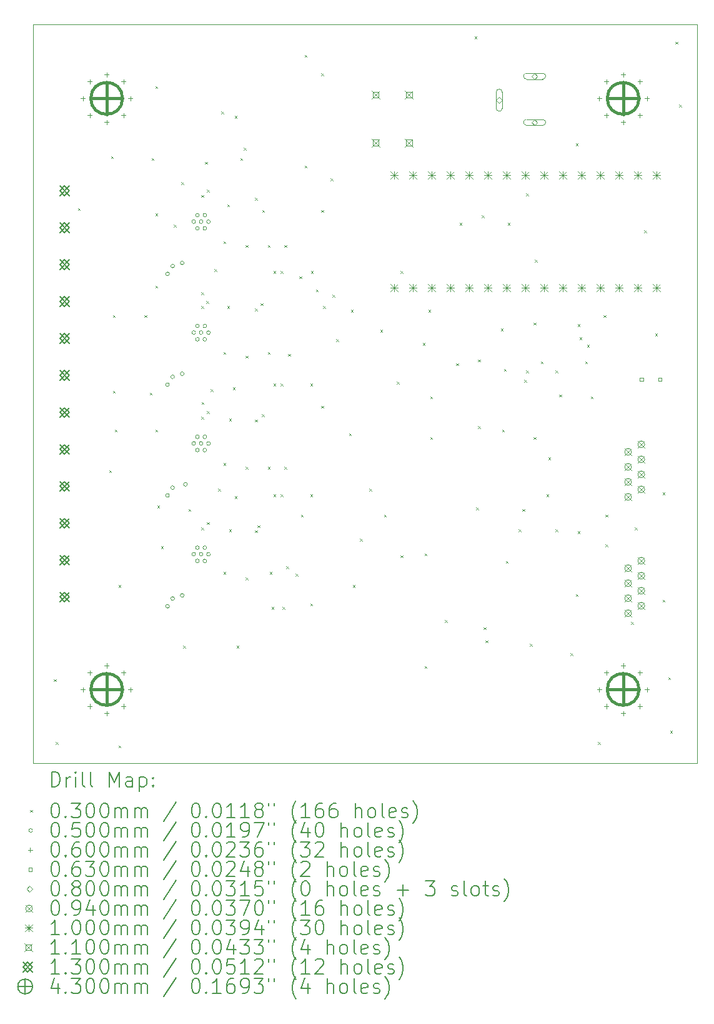
<source format=gbr>
%TF.GenerationSoftware,KiCad,Pcbnew,8.0.6*%
%TF.CreationDate,2024-11-16T18:30:04-05:00*%
%TF.ProjectId,LCC_Booster,4c43435f-426f-46f7-9374-65722e6b6963,4*%
%TF.SameCoordinates,Original*%
%TF.FileFunction,Drillmap*%
%TF.FilePolarity,Positive*%
%FSLAX45Y45*%
G04 Gerber Fmt 4.5, Leading zero omitted, Abs format (unit mm)*
G04 Created by KiCad (PCBNEW 8.0.6) date 2024-11-16 18:30:04*
%MOMM*%
%LPD*%
G01*
G04 APERTURE LIST*
%ADD10C,0.100000*%
%ADD11C,0.200000*%
%ADD12C,0.110000*%
%ADD13C,0.130000*%
%ADD14C,0.430000*%
G04 APERTURE END LIST*
D10*
X2000000Y-2000000D02*
X11000000Y-2000000D01*
X11000000Y-12000000D01*
X2000000Y-12000000D01*
X2000000Y-2000000D01*
D11*
D10*
X2285000Y-10860000D02*
X2315000Y-10890000D01*
X2315000Y-10860000D02*
X2285000Y-10890000D01*
X2310000Y-11710000D02*
X2340000Y-11740000D01*
X2340000Y-11710000D02*
X2310000Y-11740000D01*
X2610000Y-4485000D02*
X2640000Y-4515000D01*
X2640000Y-4485000D02*
X2610000Y-4515000D01*
X3035000Y-8035000D02*
X3065000Y-8065000D01*
X3065000Y-8035000D02*
X3035000Y-8065000D01*
X3060000Y-3785000D02*
X3090000Y-3815000D01*
X3090000Y-3785000D02*
X3060000Y-3815000D01*
X3085000Y-5935000D02*
X3115000Y-5965000D01*
X3115000Y-5935000D02*
X3085000Y-5965000D01*
X3085000Y-6960000D02*
X3115000Y-6990000D01*
X3115000Y-6960000D02*
X3085000Y-6990000D01*
X3110000Y-7485000D02*
X3140000Y-7515000D01*
X3140000Y-7485000D02*
X3110000Y-7515000D01*
X3160000Y-9585000D02*
X3190000Y-9615000D01*
X3190000Y-9585000D02*
X3160000Y-9615000D01*
X3160000Y-11760000D02*
X3190000Y-11790000D01*
X3190000Y-11760000D02*
X3160000Y-11790000D01*
X3510000Y-5935000D02*
X3540000Y-5965000D01*
X3540000Y-5935000D02*
X3510000Y-5965000D01*
X3585000Y-6985000D02*
X3615000Y-7015000D01*
X3615000Y-6985000D02*
X3585000Y-7015000D01*
X3610000Y-3810000D02*
X3640000Y-3840000D01*
X3640000Y-3810000D02*
X3610000Y-3840000D01*
X3660000Y-2835000D02*
X3690000Y-2865000D01*
X3690000Y-2835000D02*
X3660000Y-2865000D01*
X3660000Y-4560000D02*
X3690000Y-4590000D01*
X3690000Y-4560000D02*
X3660000Y-4590000D01*
X3660000Y-5535000D02*
X3690000Y-5565000D01*
X3690000Y-5535000D02*
X3660000Y-5565000D01*
X3660000Y-7485000D02*
X3690000Y-7515000D01*
X3690000Y-7485000D02*
X3660000Y-7515000D01*
X3685000Y-8510000D02*
X3715000Y-8540000D01*
X3715000Y-8510000D02*
X3685000Y-8540000D01*
X3735000Y-9060000D02*
X3765000Y-9090000D01*
X3765000Y-9060000D02*
X3735000Y-9090000D01*
X3910000Y-4710000D02*
X3940000Y-4740000D01*
X3940000Y-4710000D02*
X3910000Y-4740000D01*
X4010000Y-4135000D02*
X4040000Y-4165000D01*
X4040000Y-4135000D02*
X4010000Y-4165000D01*
X4035000Y-10410000D02*
X4065000Y-10440000D01*
X4065000Y-10410000D02*
X4035000Y-10440000D01*
X4110000Y-8560000D02*
X4140000Y-8590000D01*
X4140000Y-8560000D02*
X4110000Y-8590000D01*
X4283324Y-5622573D02*
X4313324Y-5652573D01*
X4313324Y-5622573D02*
X4283324Y-5652573D01*
X4284500Y-4310000D02*
X4314500Y-4340000D01*
X4314500Y-4310000D02*
X4284500Y-4340000D01*
X4284500Y-5810000D02*
X4314500Y-5840000D01*
X4314500Y-5810000D02*
X4284500Y-5840000D01*
X4284500Y-7310000D02*
X4314500Y-7340000D01*
X4314500Y-7310000D02*
X4284500Y-7340000D01*
X4284500Y-8810000D02*
X4314500Y-8840000D01*
X4314500Y-8810000D02*
X4284500Y-8840000D01*
X4285000Y-7110000D02*
X4315000Y-7140000D01*
X4315000Y-7110000D02*
X4285000Y-7140000D01*
X4335000Y-3860000D02*
X4365000Y-3890000D01*
X4365000Y-3860000D02*
X4335000Y-3890000D01*
X4349500Y-5745500D02*
X4379500Y-5775500D01*
X4379500Y-5745500D02*
X4349500Y-5775500D01*
X4360000Y-4235000D02*
X4390000Y-4265000D01*
X4390000Y-4235000D02*
X4360000Y-4265000D01*
X4360000Y-7235000D02*
X4390000Y-7265000D01*
X4390000Y-7235000D02*
X4360000Y-7265000D01*
X4360000Y-8735000D02*
X4390000Y-8765000D01*
X4390000Y-8735000D02*
X4360000Y-8765000D01*
X4410000Y-6935000D02*
X4440000Y-6965000D01*
X4440000Y-6935000D02*
X4410000Y-6965000D01*
X4460000Y-5310000D02*
X4490000Y-5340000D01*
X4490000Y-5310000D02*
X4460000Y-5340000D01*
X4510000Y-8285000D02*
X4540000Y-8315000D01*
X4540000Y-8285000D02*
X4510000Y-8315000D01*
X4553634Y-3178633D02*
X4583634Y-3208633D01*
X4583634Y-3178633D02*
X4553634Y-3208633D01*
X4585000Y-4935000D02*
X4615000Y-4965000D01*
X4615000Y-4935000D02*
X4585000Y-4965000D01*
X4585000Y-6435000D02*
X4615000Y-6465000D01*
X4615000Y-6435000D02*
X4585000Y-6465000D01*
X4585000Y-7935000D02*
X4615000Y-7965000D01*
X4615000Y-7935000D02*
X4585000Y-7965000D01*
X4585000Y-9410000D02*
X4615000Y-9440000D01*
X4615000Y-9410000D02*
X4585000Y-9440000D01*
X4635000Y-4435000D02*
X4665000Y-4465000D01*
X4665000Y-4435000D02*
X4635000Y-4465000D01*
X4635000Y-5810000D02*
X4665000Y-5840000D01*
X4665000Y-5810000D02*
X4635000Y-5840000D01*
X4660000Y-7335000D02*
X4690000Y-7365000D01*
X4690000Y-7335000D02*
X4660000Y-7365000D01*
X4660000Y-8835000D02*
X4690000Y-8865000D01*
X4690000Y-8835000D02*
X4660000Y-8865000D01*
X4710000Y-6910000D02*
X4740000Y-6940000D01*
X4740000Y-6910000D02*
X4710000Y-6940000D01*
X4735000Y-3235000D02*
X4765000Y-3265000D01*
X4765000Y-3235000D02*
X4735000Y-3265000D01*
X4735000Y-8385000D02*
X4765000Y-8415000D01*
X4765000Y-8385000D02*
X4735000Y-8415000D01*
X4760000Y-10410000D02*
X4790000Y-10440000D01*
X4790000Y-10410000D02*
X4760000Y-10440000D01*
X4810000Y-3810000D02*
X4840000Y-3840000D01*
X4840000Y-3810000D02*
X4810000Y-3840000D01*
X4860000Y-3668109D02*
X4890000Y-3698109D01*
X4890000Y-3668109D02*
X4860000Y-3698109D01*
X4885000Y-4985000D02*
X4915000Y-5015000D01*
X4915000Y-4985000D02*
X4885000Y-5015000D01*
X4885000Y-6485000D02*
X4915000Y-6515000D01*
X4915000Y-6485000D02*
X4885000Y-6515000D01*
X4885000Y-7985000D02*
X4915000Y-8015000D01*
X4915000Y-7985000D02*
X4885000Y-8015000D01*
X4885000Y-9485000D02*
X4915000Y-9515000D01*
X4915000Y-9485000D02*
X4885000Y-9515000D01*
X5012673Y-4346125D02*
X5042673Y-4376125D01*
X5042673Y-4346125D02*
X5012673Y-4376125D01*
X5012673Y-5846125D02*
X5042673Y-5876125D01*
X5042673Y-5846125D02*
X5012673Y-5876125D01*
X5012673Y-7346125D02*
X5042673Y-7376125D01*
X5042673Y-7346125D02*
X5012673Y-7376125D01*
X5012673Y-8846125D02*
X5042673Y-8876125D01*
X5042673Y-8846125D02*
X5012673Y-8876125D01*
X5045789Y-8779090D02*
X5075789Y-8809090D01*
X5075789Y-8779090D02*
X5045789Y-8809090D01*
X5088582Y-5772754D02*
X5118582Y-5802754D01*
X5118582Y-5772754D02*
X5088582Y-5802754D01*
X5102816Y-7275096D02*
X5132816Y-7305096D01*
X5132816Y-7275096D02*
X5102816Y-7305096D01*
X5110000Y-4510000D02*
X5140000Y-4540000D01*
X5140000Y-4510000D02*
X5110000Y-4540000D01*
X5185000Y-4985000D02*
X5215000Y-5015000D01*
X5215000Y-4985000D02*
X5185000Y-5015000D01*
X5185000Y-6435000D02*
X5215000Y-6465000D01*
X5215000Y-6435000D02*
X5185000Y-6465000D01*
X5185000Y-7985000D02*
X5215000Y-8015000D01*
X5215000Y-7985000D02*
X5185000Y-8015000D01*
X5210000Y-9410000D02*
X5240000Y-9440000D01*
X5240000Y-9410000D02*
X5210000Y-9440000D01*
X5235000Y-9885000D02*
X5265000Y-9915000D01*
X5265000Y-9885000D02*
X5235000Y-9915000D01*
X5260000Y-5335000D02*
X5290000Y-5365000D01*
X5290000Y-5335000D02*
X5260000Y-5365000D01*
X5260000Y-6860000D02*
X5290000Y-6890000D01*
X5290000Y-6860000D02*
X5260000Y-6890000D01*
X5260000Y-8360000D02*
X5290000Y-8390000D01*
X5290000Y-8360000D02*
X5260000Y-8390000D01*
X5358976Y-6860000D02*
X5388976Y-6890000D01*
X5388976Y-6860000D02*
X5358976Y-6890000D01*
X5358976Y-8360000D02*
X5388976Y-8390000D01*
X5388976Y-8360000D02*
X5358976Y-8390000D01*
X5360000Y-5335000D02*
X5390000Y-5365000D01*
X5390000Y-5335000D02*
X5360000Y-5365000D01*
X5385000Y-9885000D02*
X5415000Y-9915000D01*
X5415000Y-9885000D02*
X5385000Y-9915000D01*
X5408976Y-4986044D02*
X5438976Y-5016044D01*
X5438976Y-4986044D02*
X5408976Y-5016044D01*
X5408976Y-7986044D02*
X5438976Y-8016044D01*
X5438976Y-7986044D02*
X5408976Y-8016044D01*
X5435000Y-9335000D02*
X5465000Y-9365000D01*
X5465000Y-9335000D02*
X5435000Y-9365000D01*
X5460000Y-6460000D02*
X5490000Y-6490000D01*
X5490000Y-6460000D02*
X5460000Y-6490000D01*
X5560000Y-9435000D02*
X5590000Y-9465000D01*
X5590000Y-9435000D02*
X5560000Y-9465000D01*
X5610000Y-5410000D02*
X5640000Y-5440000D01*
X5640000Y-5410000D02*
X5610000Y-5440000D01*
X5635000Y-8635000D02*
X5665000Y-8665000D01*
X5665000Y-8635000D02*
X5635000Y-8665000D01*
X5685000Y-2410000D02*
X5715000Y-2440000D01*
X5715000Y-2410000D02*
X5685000Y-2440000D01*
X5685000Y-3910000D02*
X5715000Y-3940000D01*
X5715000Y-3910000D02*
X5685000Y-3940000D01*
X5760000Y-6860000D02*
X5790000Y-6890000D01*
X5790000Y-6860000D02*
X5760000Y-6890000D01*
X5760000Y-8360000D02*
X5790000Y-8390000D01*
X5790000Y-8360000D02*
X5760000Y-8390000D01*
X5760000Y-9835000D02*
X5790000Y-9865000D01*
X5790000Y-9835000D02*
X5760000Y-9865000D01*
X5768250Y-5335000D02*
X5798250Y-5365000D01*
X5798250Y-5335000D02*
X5768250Y-5365000D01*
X5835000Y-5585000D02*
X5865000Y-5615000D01*
X5865000Y-5585000D02*
X5835000Y-5615000D01*
X5910000Y-2660000D02*
X5940000Y-2690000D01*
X5940000Y-2660000D02*
X5910000Y-2690000D01*
X5910000Y-4510000D02*
X5940000Y-4540000D01*
X5940000Y-4510000D02*
X5910000Y-4540000D01*
X5910000Y-7160000D02*
X5940000Y-7190000D01*
X5940000Y-7160000D02*
X5910000Y-7190000D01*
X5935000Y-5810000D02*
X5965000Y-5840000D01*
X5965000Y-5810000D02*
X5935000Y-5840000D01*
X6035000Y-4085000D02*
X6065000Y-4115000D01*
X6065000Y-4085000D02*
X6035000Y-4115000D01*
X6060000Y-5660000D02*
X6090000Y-5690000D01*
X6090000Y-5660000D02*
X6060000Y-5690000D01*
X6110000Y-6260000D02*
X6140000Y-6290000D01*
X6140000Y-6260000D02*
X6110000Y-6290000D01*
X6285000Y-7535000D02*
X6315000Y-7565000D01*
X6315000Y-7535000D02*
X6285000Y-7565000D01*
X6310000Y-5860000D02*
X6340000Y-5890000D01*
X6340000Y-5860000D02*
X6310000Y-5890000D01*
X6335000Y-9585000D02*
X6365000Y-9615000D01*
X6365000Y-9585000D02*
X6335000Y-9615000D01*
X6435000Y-8960000D02*
X6465000Y-8990000D01*
X6465000Y-8960000D02*
X6435000Y-8990000D01*
X6560000Y-8285000D02*
X6590000Y-8315000D01*
X6590000Y-8285000D02*
X6560000Y-8315000D01*
X6710000Y-6135000D02*
X6740000Y-6165000D01*
X6740000Y-6135000D02*
X6710000Y-6165000D01*
X6760000Y-8635000D02*
X6790000Y-8665000D01*
X6790000Y-8635000D02*
X6760000Y-8665000D01*
X6935000Y-6835000D02*
X6965000Y-6865000D01*
X6965000Y-6835000D02*
X6935000Y-6865000D01*
X6985000Y-5335000D02*
X7015000Y-5365000D01*
X7015000Y-5335000D02*
X6985000Y-5365000D01*
X6985000Y-9185000D02*
X7015000Y-9215000D01*
X7015000Y-9185000D02*
X6985000Y-9215000D01*
X7285000Y-6310000D02*
X7315000Y-6340000D01*
X7315000Y-6310000D02*
X7285000Y-6340000D01*
X7310000Y-9160000D02*
X7340000Y-9190000D01*
X7340000Y-9160000D02*
X7310000Y-9190000D01*
X7310000Y-10685000D02*
X7340000Y-10715000D01*
X7340000Y-10685000D02*
X7310000Y-10715000D01*
X7360000Y-5860000D02*
X7390000Y-5890000D01*
X7390000Y-5860000D02*
X7360000Y-5890000D01*
X7385000Y-7035000D02*
X7415000Y-7065000D01*
X7415000Y-7035000D02*
X7385000Y-7065000D01*
X7385000Y-7585000D02*
X7415000Y-7615000D01*
X7415000Y-7585000D02*
X7385000Y-7615000D01*
X7585000Y-10060000D02*
X7615000Y-10090000D01*
X7615000Y-10060000D02*
X7585000Y-10090000D01*
X7735000Y-6585000D02*
X7765000Y-6615000D01*
X7765000Y-6585000D02*
X7735000Y-6615000D01*
X7785000Y-4685000D02*
X7815000Y-4715000D01*
X7815000Y-4685000D02*
X7785000Y-4715000D01*
X7985000Y-2160000D02*
X8015000Y-2190000D01*
X8015000Y-2160000D02*
X7985000Y-2190000D01*
X8010000Y-8535000D02*
X8040000Y-8565000D01*
X8040000Y-8535000D02*
X8010000Y-8565000D01*
X8035000Y-6535000D02*
X8065000Y-6565000D01*
X8065000Y-6535000D02*
X8035000Y-6565000D01*
X8035000Y-7435000D02*
X8065000Y-7465000D01*
X8065000Y-7435000D02*
X8035000Y-7465000D01*
X8085000Y-4585000D02*
X8115000Y-4615000D01*
X8115000Y-4585000D02*
X8085000Y-4615000D01*
X8110000Y-10160000D02*
X8140000Y-10190000D01*
X8140000Y-10160000D02*
X8110000Y-10190000D01*
X8135000Y-10335000D02*
X8165000Y-10365000D01*
X8165000Y-10335000D02*
X8135000Y-10365000D01*
X8344293Y-6116656D02*
X8374293Y-6146656D01*
X8374293Y-6116656D02*
X8344293Y-6146656D01*
X8360000Y-7485000D02*
X8390000Y-7515000D01*
X8390000Y-7485000D02*
X8360000Y-7515000D01*
X8385000Y-6660000D02*
X8415000Y-6690000D01*
X8415000Y-6660000D02*
X8385000Y-6690000D01*
X8410000Y-9260000D02*
X8440000Y-9290000D01*
X8440000Y-9260000D02*
X8410000Y-9290000D01*
X8435000Y-4685000D02*
X8465000Y-4715000D01*
X8465000Y-4685000D02*
X8435000Y-4715000D01*
X8585000Y-8835000D02*
X8615000Y-8865000D01*
X8615000Y-8835000D02*
X8585000Y-8865000D01*
X8635000Y-8560000D02*
X8665000Y-8590000D01*
X8665000Y-8560000D02*
X8635000Y-8590000D01*
X8660000Y-6810000D02*
X8690000Y-6840000D01*
X8690000Y-6810000D02*
X8660000Y-6840000D01*
X8685000Y-4285000D02*
X8715000Y-4315000D01*
X8715000Y-4285000D02*
X8685000Y-4315000D01*
X8685000Y-6685000D02*
X8715000Y-6715000D01*
X8715000Y-6685000D02*
X8685000Y-6715000D01*
X8735000Y-10385000D02*
X8765000Y-10415000D01*
X8765000Y-10385000D02*
X8735000Y-10415000D01*
X8785000Y-6035000D02*
X8815000Y-6065000D01*
X8815000Y-6035000D02*
X8785000Y-6065000D01*
X8785000Y-7585000D02*
X8815000Y-7615000D01*
X8815000Y-7585000D02*
X8785000Y-7615000D01*
X8805000Y-5185000D02*
X8835000Y-5215000D01*
X8835000Y-5185000D02*
X8805000Y-5215000D01*
X8885000Y-6560000D02*
X8915000Y-6590000D01*
X8915000Y-6560000D02*
X8885000Y-6590000D01*
X8960000Y-8360000D02*
X8990000Y-8390000D01*
X8990000Y-8360000D02*
X8960000Y-8390000D01*
X8985000Y-7860000D02*
X9015000Y-7890000D01*
X9015000Y-7860000D02*
X8985000Y-7890000D01*
X9085000Y-6685000D02*
X9115000Y-6715000D01*
X9115000Y-6685000D02*
X9085000Y-6715000D01*
X9085000Y-8835000D02*
X9115000Y-8865000D01*
X9115000Y-8835000D02*
X9085000Y-8865000D01*
X9135000Y-7010000D02*
X9165000Y-7040000D01*
X9165000Y-7010000D02*
X9135000Y-7040000D01*
X9285000Y-10510000D02*
X9315000Y-10540000D01*
X9315000Y-10510000D02*
X9285000Y-10540000D01*
X9360000Y-3610000D02*
X9390000Y-3640000D01*
X9390000Y-3610000D02*
X9360000Y-3640000D01*
X9360000Y-9710000D02*
X9390000Y-9740000D01*
X9390000Y-9710000D02*
X9360000Y-9740000D01*
X9385000Y-6055000D02*
X9415000Y-6085000D01*
X9415000Y-6055000D02*
X9385000Y-6085000D01*
X9385000Y-8860000D02*
X9415000Y-8890000D01*
X9415000Y-8860000D02*
X9385000Y-8890000D01*
X9410000Y-6235000D02*
X9440000Y-6265000D01*
X9440000Y-6235000D02*
X9410000Y-6265000D01*
X9485000Y-6560000D02*
X9515000Y-6590000D01*
X9515000Y-6560000D02*
X9485000Y-6590000D01*
X9510000Y-6335000D02*
X9540000Y-6365000D01*
X9540000Y-6335000D02*
X9510000Y-6365000D01*
X9560000Y-7035000D02*
X9590000Y-7065000D01*
X9590000Y-7035000D02*
X9560000Y-7065000D01*
X9660000Y-11710000D02*
X9690000Y-11740000D01*
X9690000Y-11710000D02*
X9660000Y-11740000D01*
X9735000Y-5935000D02*
X9765000Y-5965000D01*
X9765000Y-5935000D02*
X9735000Y-5965000D01*
X9760000Y-8635000D02*
X9790000Y-8665000D01*
X9790000Y-8635000D02*
X9760000Y-8665000D01*
X9760000Y-9035000D02*
X9790000Y-9065000D01*
X9790000Y-9035000D02*
X9760000Y-9065000D01*
X10110000Y-10085000D02*
X10140000Y-10115000D01*
X10140000Y-10085000D02*
X10110000Y-10115000D01*
X10160000Y-8810000D02*
X10190000Y-8840000D01*
X10190000Y-8810000D02*
X10160000Y-8840000D01*
X10285000Y-4785000D02*
X10315000Y-4815000D01*
X10315000Y-4785000D02*
X10285000Y-4815000D01*
X10435000Y-6185000D02*
X10465000Y-6215000D01*
X10465000Y-6185000D02*
X10435000Y-6215000D01*
X10535000Y-8335000D02*
X10565000Y-8365000D01*
X10565000Y-8335000D02*
X10535000Y-8365000D01*
X10535000Y-9785000D02*
X10565000Y-9815000D01*
X10565000Y-9785000D02*
X10535000Y-9815000D01*
X10610000Y-10835000D02*
X10640000Y-10865000D01*
X10640000Y-10835000D02*
X10610000Y-10865000D01*
X10635000Y-11560000D02*
X10665000Y-11590000D01*
X10665000Y-11560000D02*
X10635000Y-11590000D01*
X10710000Y-2235000D02*
X10740000Y-2265000D01*
X10740000Y-2235000D02*
X10710000Y-2265000D01*
X10760000Y-3085000D02*
X10790000Y-3115000D01*
X10790000Y-3085000D02*
X10760000Y-3115000D01*
X3850000Y-5375000D02*
G75*
G02*
X3800000Y-5375000I-25000J0D01*
G01*
X3800000Y-5375000D02*
G75*
G02*
X3850000Y-5375000I25000J0D01*
G01*
X3850000Y-6875000D02*
G75*
G02*
X3800000Y-6875000I-25000J0D01*
G01*
X3800000Y-6875000D02*
G75*
G02*
X3850000Y-6875000I25000J0D01*
G01*
X3850000Y-8375000D02*
G75*
G02*
X3800000Y-8375000I-25000J0D01*
G01*
X3800000Y-8375000D02*
G75*
G02*
X3850000Y-8375000I25000J0D01*
G01*
X3850000Y-9875000D02*
G75*
G02*
X3800000Y-9875000I-25000J0D01*
G01*
X3800000Y-9875000D02*
G75*
G02*
X3850000Y-9875000I25000J0D01*
G01*
X3919628Y-5269628D02*
G75*
G02*
X3869628Y-5269628I-25000J0D01*
G01*
X3869628Y-5269628D02*
G75*
G02*
X3919628Y-5269628I25000J0D01*
G01*
X3919628Y-6769628D02*
G75*
G02*
X3869628Y-6769628I-25000J0D01*
G01*
X3869628Y-6769628D02*
G75*
G02*
X3919628Y-6769628I25000J0D01*
G01*
X3919628Y-8269628D02*
G75*
G02*
X3869628Y-8269628I-25000J0D01*
G01*
X3869628Y-8269628D02*
G75*
G02*
X3919628Y-8269628I25000J0D01*
G01*
X3919628Y-9769628D02*
G75*
G02*
X3869628Y-9769628I-25000J0D01*
G01*
X3869628Y-9769628D02*
G75*
G02*
X3919628Y-9769628I25000J0D01*
G01*
X4048553Y-5227378D02*
G75*
G02*
X3998553Y-5227378I-25000J0D01*
G01*
X3998553Y-5227378D02*
G75*
G02*
X4048553Y-5227378I25000J0D01*
G01*
X4048553Y-6727378D02*
G75*
G02*
X3998553Y-6727378I-25000J0D01*
G01*
X3998553Y-6727378D02*
G75*
G02*
X4048553Y-6727378I25000J0D01*
G01*
X4048553Y-9727378D02*
G75*
G02*
X3998553Y-9727378I-25000J0D01*
G01*
X3998553Y-9727378D02*
G75*
G02*
X4048553Y-9727378I25000J0D01*
G01*
X4093135Y-8225155D02*
G75*
G02*
X4043135Y-8225155I-25000J0D01*
G01*
X4043135Y-8225155D02*
G75*
G02*
X4093135Y-8225155I25000J0D01*
G01*
X4205000Y-4668750D02*
G75*
G02*
X4155000Y-4668750I-25000J0D01*
G01*
X4155000Y-4668750D02*
G75*
G02*
X4205000Y-4668750I25000J0D01*
G01*
X4205000Y-6170000D02*
G75*
G02*
X4155000Y-6170000I-25000J0D01*
G01*
X4155000Y-6170000D02*
G75*
G02*
X4205000Y-6170000I25000J0D01*
G01*
X4205000Y-7670000D02*
G75*
G02*
X4155000Y-7670000I-25000J0D01*
G01*
X4155000Y-7670000D02*
G75*
G02*
X4205000Y-7670000I25000J0D01*
G01*
X4205000Y-9170000D02*
G75*
G02*
X4155000Y-9170000I-25000J0D01*
G01*
X4155000Y-9170000D02*
G75*
G02*
X4205000Y-9170000I25000J0D01*
G01*
X4255000Y-4580000D02*
G75*
G02*
X4205000Y-4580000I-25000J0D01*
G01*
X4205000Y-4580000D02*
G75*
G02*
X4255000Y-4580000I25000J0D01*
G01*
X4255000Y-4760000D02*
G75*
G02*
X4205000Y-4760000I-25000J0D01*
G01*
X4205000Y-4760000D02*
G75*
G02*
X4255000Y-4760000I25000J0D01*
G01*
X4255000Y-6081250D02*
G75*
G02*
X4205000Y-6081250I-25000J0D01*
G01*
X4205000Y-6081250D02*
G75*
G02*
X4255000Y-6081250I25000J0D01*
G01*
X4255000Y-6261250D02*
G75*
G02*
X4205000Y-6261250I-25000J0D01*
G01*
X4205000Y-6261250D02*
G75*
G02*
X4255000Y-6261250I25000J0D01*
G01*
X4255000Y-7581250D02*
G75*
G02*
X4205000Y-7581250I-25000J0D01*
G01*
X4205000Y-7581250D02*
G75*
G02*
X4255000Y-7581250I25000J0D01*
G01*
X4255000Y-7761250D02*
G75*
G02*
X4205000Y-7761250I-25000J0D01*
G01*
X4205000Y-7761250D02*
G75*
G02*
X4255000Y-7761250I25000J0D01*
G01*
X4255000Y-9081250D02*
G75*
G02*
X4205000Y-9081250I-25000J0D01*
G01*
X4205000Y-9081250D02*
G75*
G02*
X4255000Y-9081250I25000J0D01*
G01*
X4255000Y-9261250D02*
G75*
G02*
X4205000Y-9261250I-25000J0D01*
G01*
X4205000Y-9261250D02*
G75*
G02*
X4255000Y-9261250I25000J0D01*
G01*
X4305000Y-4668750D02*
G75*
G02*
X4255000Y-4668750I-25000J0D01*
G01*
X4255000Y-4668750D02*
G75*
G02*
X4305000Y-4668750I25000J0D01*
G01*
X4305000Y-6170000D02*
G75*
G02*
X4255000Y-6170000I-25000J0D01*
G01*
X4255000Y-6170000D02*
G75*
G02*
X4305000Y-6170000I25000J0D01*
G01*
X4305000Y-7670000D02*
G75*
G02*
X4255000Y-7670000I-25000J0D01*
G01*
X4255000Y-7670000D02*
G75*
G02*
X4305000Y-7670000I25000J0D01*
G01*
X4305000Y-9170000D02*
G75*
G02*
X4255000Y-9170000I-25000J0D01*
G01*
X4255000Y-9170000D02*
G75*
G02*
X4305000Y-9170000I25000J0D01*
G01*
X4355000Y-4580000D02*
G75*
G02*
X4305000Y-4580000I-25000J0D01*
G01*
X4305000Y-4580000D02*
G75*
G02*
X4355000Y-4580000I25000J0D01*
G01*
X4355000Y-4760000D02*
G75*
G02*
X4305000Y-4760000I-25000J0D01*
G01*
X4305000Y-4760000D02*
G75*
G02*
X4355000Y-4760000I25000J0D01*
G01*
X4355000Y-6081250D02*
G75*
G02*
X4305000Y-6081250I-25000J0D01*
G01*
X4305000Y-6081250D02*
G75*
G02*
X4355000Y-6081250I25000J0D01*
G01*
X4355000Y-6261250D02*
G75*
G02*
X4305000Y-6261250I-25000J0D01*
G01*
X4305000Y-6261250D02*
G75*
G02*
X4355000Y-6261250I25000J0D01*
G01*
X4355000Y-7581250D02*
G75*
G02*
X4305000Y-7581250I-25000J0D01*
G01*
X4305000Y-7581250D02*
G75*
G02*
X4355000Y-7581250I25000J0D01*
G01*
X4355000Y-7761250D02*
G75*
G02*
X4305000Y-7761250I-25000J0D01*
G01*
X4305000Y-7761250D02*
G75*
G02*
X4355000Y-7761250I25000J0D01*
G01*
X4355000Y-9081250D02*
G75*
G02*
X4305000Y-9081250I-25000J0D01*
G01*
X4305000Y-9081250D02*
G75*
G02*
X4355000Y-9081250I25000J0D01*
G01*
X4355000Y-9261250D02*
G75*
G02*
X4305000Y-9261250I-25000J0D01*
G01*
X4305000Y-9261250D02*
G75*
G02*
X4355000Y-9261250I25000J0D01*
G01*
X4405000Y-4670000D02*
G75*
G02*
X4355000Y-4670000I-25000J0D01*
G01*
X4355000Y-4670000D02*
G75*
G02*
X4405000Y-4670000I25000J0D01*
G01*
X4405000Y-6171250D02*
G75*
G02*
X4355000Y-6171250I-25000J0D01*
G01*
X4355000Y-6171250D02*
G75*
G02*
X4405000Y-6171250I25000J0D01*
G01*
X4405000Y-7671250D02*
G75*
G02*
X4355000Y-7671250I-25000J0D01*
G01*
X4355000Y-7671250D02*
G75*
G02*
X4405000Y-7671250I25000J0D01*
G01*
X4405000Y-9171250D02*
G75*
G02*
X4355000Y-9171250I-25000J0D01*
G01*
X4355000Y-9171250D02*
G75*
G02*
X4405000Y-9171250I25000J0D01*
G01*
X2677500Y-2970000D02*
X2677500Y-3030000D01*
X2647500Y-3000000D02*
X2707500Y-3000000D01*
X2677500Y-10970000D02*
X2677500Y-11030000D01*
X2647500Y-11000000D02*
X2707500Y-11000000D01*
X2771958Y-2741958D02*
X2771958Y-2801958D01*
X2741958Y-2771958D02*
X2801958Y-2771958D01*
X2771958Y-3198042D02*
X2771958Y-3258042D01*
X2741958Y-3228042D02*
X2801958Y-3228042D01*
X2771958Y-10741958D02*
X2771958Y-10801958D01*
X2741958Y-10771958D02*
X2801958Y-10771958D01*
X2771958Y-11198042D02*
X2771958Y-11258042D01*
X2741958Y-11228042D02*
X2801958Y-11228042D01*
X3000000Y-2647500D02*
X3000000Y-2707500D01*
X2970000Y-2677500D02*
X3030000Y-2677500D01*
X3000000Y-3292500D02*
X3000000Y-3352500D01*
X2970000Y-3322500D02*
X3030000Y-3322500D01*
X3000000Y-10647500D02*
X3000000Y-10707500D01*
X2970000Y-10677500D02*
X3030000Y-10677500D01*
X3000000Y-11292500D02*
X3000000Y-11352500D01*
X2970000Y-11322500D02*
X3030000Y-11322500D01*
X3228042Y-2741958D02*
X3228042Y-2801958D01*
X3198042Y-2771958D02*
X3258042Y-2771958D01*
X3228042Y-3198042D02*
X3228042Y-3258042D01*
X3198042Y-3228042D02*
X3258042Y-3228042D01*
X3228042Y-10741958D02*
X3228042Y-10801958D01*
X3198042Y-10771958D02*
X3258042Y-10771958D01*
X3228042Y-11198042D02*
X3228042Y-11258042D01*
X3198042Y-11228042D02*
X3258042Y-11228042D01*
X3322500Y-2970000D02*
X3322500Y-3030000D01*
X3292500Y-3000000D02*
X3352500Y-3000000D01*
X3322500Y-10970000D02*
X3322500Y-11030000D01*
X3292500Y-11000000D02*
X3352500Y-11000000D01*
X9677500Y-2970000D02*
X9677500Y-3030000D01*
X9647500Y-3000000D02*
X9707500Y-3000000D01*
X9677500Y-10970000D02*
X9677500Y-11030000D01*
X9647500Y-11000000D02*
X9707500Y-11000000D01*
X9771958Y-2741958D02*
X9771958Y-2801958D01*
X9741958Y-2771958D02*
X9801958Y-2771958D01*
X9771958Y-3198042D02*
X9771958Y-3258042D01*
X9741958Y-3228042D02*
X9801958Y-3228042D01*
X9771958Y-10741958D02*
X9771958Y-10801958D01*
X9741958Y-10771958D02*
X9801958Y-10771958D01*
X9771958Y-11198042D02*
X9771958Y-11258042D01*
X9741958Y-11228042D02*
X9801958Y-11228042D01*
X10000000Y-2647500D02*
X10000000Y-2707500D01*
X9970000Y-2677500D02*
X10030000Y-2677500D01*
X10000000Y-3292500D02*
X10000000Y-3352500D01*
X9970000Y-3322500D02*
X10030000Y-3322500D01*
X10000000Y-10647500D02*
X10000000Y-10707500D01*
X9970000Y-10677500D02*
X10030000Y-10677500D01*
X10000000Y-11292500D02*
X10000000Y-11352500D01*
X9970000Y-11322500D02*
X10030000Y-11322500D01*
X10228042Y-2741958D02*
X10228042Y-2801958D01*
X10198042Y-2771958D02*
X10258042Y-2771958D01*
X10228042Y-3198042D02*
X10228042Y-3258042D01*
X10198042Y-3228042D02*
X10258042Y-3228042D01*
X10228042Y-10741958D02*
X10228042Y-10801958D01*
X10198042Y-10771958D02*
X10258042Y-10771958D01*
X10228042Y-11198042D02*
X10228042Y-11258042D01*
X10198042Y-11228042D02*
X10258042Y-11228042D01*
X10322500Y-2970000D02*
X10322500Y-3030000D01*
X10292500Y-3000000D02*
X10352500Y-3000000D01*
X10322500Y-10970000D02*
X10322500Y-11030000D01*
X10292500Y-11000000D02*
X10352500Y-11000000D01*
X10272274Y-6824160D02*
X10272274Y-6779612D01*
X10227726Y-6779612D01*
X10227726Y-6824160D01*
X10272274Y-6824160D01*
X10522274Y-6824160D02*
X10522274Y-6779612D01*
X10477726Y-6779612D01*
X10477726Y-6824160D01*
X10522274Y-6824160D01*
X8320000Y-3065000D02*
X8360000Y-3025000D01*
X8320000Y-2985000D01*
X8280000Y-3025000D01*
X8320000Y-3065000D01*
X8360000Y-3135000D02*
X8360000Y-2915000D01*
X8280000Y-2915000D02*
G75*
G02*
X8360000Y-2915000I40000J0D01*
G01*
X8280000Y-2915000D02*
X8280000Y-3135000D01*
X8280000Y-3135000D02*
G75*
G03*
X8360000Y-3135000I40000J0D01*
G01*
X8800000Y-2740000D02*
X8840000Y-2700000D01*
X8800000Y-2660000D01*
X8760000Y-2700000D01*
X8800000Y-2740000D01*
X8910000Y-2660000D02*
X8690000Y-2660000D01*
X8690000Y-2740000D02*
G75*
G02*
X8690000Y-2660000I0J40000D01*
G01*
X8690000Y-2740000D02*
X8910000Y-2740000D01*
X8910000Y-2740000D02*
G75*
G03*
X8910000Y-2660000I0J40000D01*
G01*
X8800000Y-3365000D02*
X8840000Y-3325000D01*
X8800000Y-3285000D01*
X8760000Y-3325000D01*
X8800000Y-3365000D01*
X8910000Y-3285000D02*
X8690000Y-3285000D01*
X8690000Y-3365000D02*
G75*
G02*
X8690000Y-3285000I0J40000D01*
G01*
X8690000Y-3365000D02*
X8910000Y-3365000D01*
X8910000Y-3365000D02*
G75*
G03*
X8910000Y-3285000I0J40000D01*
G01*
X10021000Y-7736900D02*
X10115000Y-7830900D01*
X10115000Y-7736900D02*
X10021000Y-7830900D01*
X10115000Y-7783900D02*
G75*
G02*
X10021000Y-7783900I-47000J0D01*
G01*
X10021000Y-7783900D02*
G75*
G02*
X10115000Y-7783900I47000J0D01*
G01*
X10021000Y-7940100D02*
X10115000Y-8034100D01*
X10115000Y-7940100D02*
X10021000Y-8034100D01*
X10115000Y-7987100D02*
G75*
G02*
X10021000Y-7987100I-47000J0D01*
G01*
X10021000Y-7987100D02*
G75*
G02*
X10115000Y-7987100I47000J0D01*
G01*
X10021000Y-8143300D02*
X10115000Y-8237300D01*
X10115000Y-8143300D02*
X10021000Y-8237300D01*
X10115000Y-8190300D02*
G75*
G02*
X10021000Y-8190300I-47000J0D01*
G01*
X10021000Y-8190300D02*
G75*
G02*
X10115000Y-8190300I47000J0D01*
G01*
X10021000Y-8346500D02*
X10115000Y-8440500D01*
X10115000Y-8346500D02*
X10021000Y-8440500D01*
X10115000Y-8393500D02*
G75*
G02*
X10021000Y-8393500I-47000J0D01*
G01*
X10021000Y-8393500D02*
G75*
G02*
X10115000Y-8393500I47000J0D01*
G01*
X10021000Y-9311900D02*
X10115000Y-9405900D01*
X10115000Y-9311900D02*
X10021000Y-9405900D01*
X10115000Y-9358900D02*
G75*
G02*
X10021000Y-9358900I-47000J0D01*
G01*
X10021000Y-9358900D02*
G75*
G02*
X10115000Y-9358900I47000J0D01*
G01*
X10021000Y-9515100D02*
X10115000Y-9609100D01*
X10115000Y-9515100D02*
X10021000Y-9609100D01*
X10115000Y-9562100D02*
G75*
G02*
X10021000Y-9562100I-47000J0D01*
G01*
X10021000Y-9562100D02*
G75*
G02*
X10115000Y-9562100I47000J0D01*
G01*
X10021000Y-9718300D02*
X10115000Y-9812300D01*
X10115000Y-9718300D02*
X10021000Y-9812300D01*
X10115000Y-9765300D02*
G75*
G02*
X10021000Y-9765300I-47000J0D01*
G01*
X10021000Y-9765300D02*
G75*
G02*
X10115000Y-9765300I47000J0D01*
G01*
X10021000Y-9921500D02*
X10115000Y-10015500D01*
X10115000Y-9921500D02*
X10021000Y-10015500D01*
X10115000Y-9968500D02*
G75*
G02*
X10021000Y-9968500I-47000J0D01*
G01*
X10021000Y-9968500D02*
G75*
G02*
X10115000Y-9968500I47000J0D01*
G01*
X10199000Y-7635300D02*
X10293000Y-7729300D01*
X10293000Y-7635300D02*
X10199000Y-7729300D01*
X10293000Y-7682300D02*
G75*
G02*
X10199000Y-7682300I-47000J0D01*
G01*
X10199000Y-7682300D02*
G75*
G02*
X10293000Y-7682300I47000J0D01*
G01*
X10199000Y-7838500D02*
X10293000Y-7932500D01*
X10293000Y-7838500D02*
X10199000Y-7932500D01*
X10293000Y-7885500D02*
G75*
G02*
X10199000Y-7885500I-47000J0D01*
G01*
X10199000Y-7885500D02*
G75*
G02*
X10293000Y-7885500I47000J0D01*
G01*
X10199000Y-8041700D02*
X10293000Y-8135700D01*
X10293000Y-8041700D02*
X10199000Y-8135700D01*
X10293000Y-8088700D02*
G75*
G02*
X10199000Y-8088700I-47000J0D01*
G01*
X10199000Y-8088700D02*
G75*
G02*
X10293000Y-8088700I47000J0D01*
G01*
X10199000Y-8244900D02*
X10293000Y-8338900D01*
X10293000Y-8244900D02*
X10199000Y-8338900D01*
X10293000Y-8291900D02*
G75*
G02*
X10199000Y-8291900I-47000J0D01*
G01*
X10199000Y-8291900D02*
G75*
G02*
X10293000Y-8291900I47000J0D01*
G01*
X10199000Y-9210300D02*
X10293000Y-9304300D01*
X10293000Y-9210300D02*
X10199000Y-9304300D01*
X10293000Y-9257300D02*
G75*
G02*
X10199000Y-9257300I-47000J0D01*
G01*
X10199000Y-9257300D02*
G75*
G02*
X10293000Y-9257300I47000J0D01*
G01*
X10199000Y-9413500D02*
X10293000Y-9507500D01*
X10293000Y-9413500D02*
X10199000Y-9507500D01*
X10293000Y-9460500D02*
G75*
G02*
X10199000Y-9460500I-47000J0D01*
G01*
X10199000Y-9460500D02*
G75*
G02*
X10293000Y-9460500I47000J0D01*
G01*
X10199000Y-9616700D02*
X10293000Y-9710700D01*
X10293000Y-9616700D02*
X10199000Y-9710700D01*
X10293000Y-9663700D02*
G75*
G02*
X10199000Y-9663700I-47000J0D01*
G01*
X10199000Y-9663700D02*
G75*
G02*
X10293000Y-9663700I47000J0D01*
G01*
X10199000Y-9819900D02*
X10293000Y-9913900D01*
X10293000Y-9819900D02*
X10199000Y-9913900D01*
X10293000Y-9866900D02*
G75*
G02*
X10199000Y-9866900I-47000J0D01*
G01*
X10199000Y-9866900D02*
G75*
G02*
X10293000Y-9866900I47000J0D01*
G01*
X6845000Y-3987000D02*
X6945000Y-4087000D01*
X6945000Y-3987000D02*
X6845000Y-4087000D01*
X6895000Y-3987000D02*
X6895000Y-4087000D01*
X6845000Y-4037000D02*
X6945000Y-4037000D01*
X6845000Y-5511000D02*
X6945000Y-5611000D01*
X6945000Y-5511000D02*
X6845000Y-5611000D01*
X6895000Y-5511000D02*
X6895000Y-5611000D01*
X6845000Y-5561000D02*
X6945000Y-5561000D01*
X7099000Y-3987000D02*
X7199000Y-4087000D01*
X7199000Y-3987000D02*
X7099000Y-4087000D01*
X7149000Y-3987000D02*
X7149000Y-4087000D01*
X7099000Y-4037000D02*
X7199000Y-4037000D01*
X7099000Y-5511000D02*
X7199000Y-5611000D01*
X7199000Y-5511000D02*
X7099000Y-5611000D01*
X7149000Y-5511000D02*
X7149000Y-5611000D01*
X7099000Y-5561000D02*
X7199000Y-5561000D01*
X7353000Y-3987000D02*
X7453000Y-4087000D01*
X7453000Y-3987000D02*
X7353000Y-4087000D01*
X7403000Y-3987000D02*
X7403000Y-4087000D01*
X7353000Y-4037000D02*
X7453000Y-4037000D01*
X7353000Y-5511000D02*
X7453000Y-5611000D01*
X7453000Y-5511000D02*
X7353000Y-5611000D01*
X7403000Y-5511000D02*
X7403000Y-5611000D01*
X7353000Y-5561000D02*
X7453000Y-5561000D01*
X7607000Y-3987000D02*
X7707000Y-4087000D01*
X7707000Y-3987000D02*
X7607000Y-4087000D01*
X7657000Y-3987000D02*
X7657000Y-4087000D01*
X7607000Y-4037000D02*
X7707000Y-4037000D01*
X7607000Y-5511000D02*
X7707000Y-5611000D01*
X7707000Y-5511000D02*
X7607000Y-5611000D01*
X7657000Y-5511000D02*
X7657000Y-5611000D01*
X7607000Y-5561000D02*
X7707000Y-5561000D01*
X7861000Y-3987000D02*
X7961000Y-4087000D01*
X7961000Y-3987000D02*
X7861000Y-4087000D01*
X7911000Y-3987000D02*
X7911000Y-4087000D01*
X7861000Y-4037000D02*
X7961000Y-4037000D01*
X7861000Y-5511000D02*
X7961000Y-5611000D01*
X7961000Y-5511000D02*
X7861000Y-5611000D01*
X7911000Y-5511000D02*
X7911000Y-5611000D01*
X7861000Y-5561000D02*
X7961000Y-5561000D01*
X8115000Y-3987000D02*
X8215000Y-4087000D01*
X8215000Y-3987000D02*
X8115000Y-4087000D01*
X8165000Y-3987000D02*
X8165000Y-4087000D01*
X8115000Y-4037000D02*
X8215000Y-4037000D01*
X8115000Y-5511000D02*
X8215000Y-5611000D01*
X8215000Y-5511000D02*
X8115000Y-5611000D01*
X8165000Y-5511000D02*
X8165000Y-5611000D01*
X8115000Y-5561000D02*
X8215000Y-5561000D01*
X8369000Y-3987000D02*
X8469000Y-4087000D01*
X8469000Y-3987000D02*
X8369000Y-4087000D01*
X8419000Y-3987000D02*
X8419000Y-4087000D01*
X8369000Y-4037000D02*
X8469000Y-4037000D01*
X8369000Y-5511000D02*
X8469000Y-5611000D01*
X8469000Y-5511000D02*
X8369000Y-5611000D01*
X8419000Y-5511000D02*
X8419000Y-5611000D01*
X8369000Y-5561000D02*
X8469000Y-5561000D01*
X8623000Y-3987000D02*
X8723000Y-4087000D01*
X8723000Y-3987000D02*
X8623000Y-4087000D01*
X8673000Y-3987000D02*
X8673000Y-4087000D01*
X8623000Y-4037000D02*
X8723000Y-4037000D01*
X8623000Y-5511000D02*
X8723000Y-5611000D01*
X8723000Y-5511000D02*
X8623000Y-5611000D01*
X8673000Y-5511000D02*
X8673000Y-5611000D01*
X8623000Y-5561000D02*
X8723000Y-5561000D01*
X8877000Y-3987000D02*
X8977000Y-4087000D01*
X8977000Y-3987000D02*
X8877000Y-4087000D01*
X8927000Y-3987000D02*
X8927000Y-4087000D01*
X8877000Y-4037000D02*
X8977000Y-4037000D01*
X8877000Y-5511000D02*
X8977000Y-5611000D01*
X8977000Y-5511000D02*
X8877000Y-5611000D01*
X8927000Y-5511000D02*
X8927000Y-5611000D01*
X8877000Y-5561000D02*
X8977000Y-5561000D01*
X9131000Y-3987000D02*
X9231000Y-4087000D01*
X9231000Y-3987000D02*
X9131000Y-4087000D01*
X9181000Y-3987000D02*
X9181000Y-4087000D01*
X9131000Y-4037000D02*
X9231000Y-4037000D01*
X9131000Y-5511000D02*
X9231000Y-5611000D01*
X9231000Y-5511000D02*
X9131000Y-5611000D01*
X9181000Y-5511000D02*
X9181000Y-5611000D01*
X9131000Y-5561000D02*
X9231000Y-5561000D01*
X9385000Y-3987000D02*
X9485000Y-4087000D01*
X9485000Y-3987000D02*
X9385000Y-4087000D01*
X9435000Y-3987000D02*
X9435000Y-4087000D01*
X9385000Y-4037000D02*
X9485000Y-4037000D01*
X9385000Y-5511000D02*
X9485000Y-5611000D01*
X9485000Y-5511000D02*
X9385000Y-5611000D01*
X9435000Y-5511000D02*
X9435000Y-5611000D01*
X9385000Y-5561000D02*
X9485000Y-5561000D01*
X9639000Y-3987000D02*
X9739000Y-4087000D01*
X9739000Y-3987000D02*
X9639000Y-4087000D01*
X9689000Y-3987000D02*
X9689000Y-4087000D01*
X9639000Y-4037000D02*
X9739000Y-4037000D01*
X9639000Y-5511000D02*
X9739000Y-5611000D01*
X9739000Y-5511000D02*
X9639000Y-5611000D01*
X9689000Y-5511000D02*
X9689000Y-5611000D01*
X9639000Y-5561000D02*
X9739000Y-5561000D01*
X9893000Y-3987000D02*
X9993000Y-4087000D01*
X9993000Y-3987000D02*
X9893000Y-4087000D01*
X9943000Y-3987000D02*
X9943000Y-4087000D01*
X9893000Y-4037000D02*
X9993000Y-4037000D01*
X9893000Y-5511000D02*
X9993000Y-5611000D01*
X9993000Y-5511000D02*
X9893000Y-5611000D01*
X9943000Y-5511000D02*
X9943000Y-5611000D01*
X9893000Y-5561000D02*
X9993000Y-5561000D01*
X10147000Y-3987000D02*
X10247000Y-4087000D01*
X10247000Y-3987000D02*
X10147000Y-4087000D01*
X10197000Y-3987000D02*
X10197000Y-4087000D01*
X10147000Y-4037000D02*
X10247000Y-4037000D01*
X10147000Y-5511000D02*
X10247000Y-5611000D01*
X10247000Y-5511000D02*
X10147000Y-5611000D01*
X10197000Y-5511000D02*
X10197000Y-5611000D01*
X10147000Y-5561000D02*
X10247000Y-5561000D01*
X10401000Y-3987000D02*
X10501000Y-4087000D01*
X10501000Y-3987000D02*
X10401000Y-4087000D01*
X10451000Y-3987000D02*
X10451000Y-4087000D01*
X10401000Y-4037000D02*
X10501000Y-4037000D01*
X10401000Y-5511000D02*
X10501000Y-5611000D01*
X10501000Y-5511000D02*
X10401000Y-5611000D01*
X10451000Y-5511000D02*
X10451000Y-5611000D01*
X10401000Y-5561000D02*
X10501000Y-5561000D01*
D12*
X6595000Y-2895000D02*
X6705000Y-3005000D01*
X6705000Y-2895000D02*
X6595000Y-3005000D01*
X6688891Y-2988891D02*
X6688891Y-2911109D01*
X6611109Y-2911109D01*
X6611109Y-2988891D01*
X6688891Y-2988891D01*
X6595000Y-3545000D02*
X6705000Y-3655000D01*
X6705000Y-3545000D02*
X6595000Y-3655000D01*
X6688891Y-3638891D02*
X6688891Y-3561109D01*
X6611109Y-3561109D01*
X6611109Y-3638891D01*
X6688891Y-3638891D01*
X7045000Y-2895000D02*
X7155000Y-3005000D01*
X7155000Y-2895000D02*
X7045000Y-3005000D01*
X7138891Y-2988891D02*
X7138891Y-2911109D01*
X7061109Y-2911109D01*
X7061109Y-2988891D01*
X7138891Y-2988891D01*
X7045000Y-3545000D02*
X7155000Y-3655000D01*
X7155000Y-3545000D02*
X7045000Y-3655000D01*
X7138891Y-3638891D02*
X7138891Y-3561109D01*
X7061109Y-3561109D01*
X7061109Y-3638891D01*
X7138891Y-3638891D01*
D13*
X2365500Y-4185000D02*
X2495500Y-4315000D01*
X2495500Y-4185000D02*
X2365500Y-4315000D01*
X2430500Y-4315000D02*
X2495500Y-4250000D01*
X2430500Y-4185000D01*
X2365500Y-4250000D01*
X2430500Y-4315000D01*
X2365500Y-4685000D02*
X2495500Y-4815000D01*
X2495500Y-4685000D02*
X2365500Y-4815000D01*
X2430500Y-4815000D02*
X2495500Y-4750000D01*
X2430500Y-4685000D01*
X2365500Y-4750000D01*
X2430500Y-4815000D01*
X2365500Y-5185000D02*
X2495500Y-5315000D01*
X2495500Y-5185000D02*
X2365500Y-5315000D01*
X2430500Y-5315000D02*
X2495500Y-5250000D01*
X2430500Y-5185000D01*
X2365500Y-5250000D01*
X2430500Y-5315000D01*
X2365500Y-5685000D02*
X2495500Y-5815000D01*
X2495500Y-5685000D02*
X2365500Y-5815000D01*
X2430500Y-5815000D02*
X2495500Y-5750000D01*
X2430500Y-5685000D01*
X2365500Y-5750000D01*
X2430500Y-5815000D01*
X2365500Y-6185000D02*
X2495500Y-6315000D01*
X2495500Y-6185000D02*
X2365500Y-6315000D01*
X2430500Y-6315000D02*
X2495500Y-6250000D01*
X2430500Y-6185000D01*
X2365500Y-6250000D01*
X2430500Y-6315000D01*
X2365500Y-6685000D02*
X2495500Y-6815000D01*
X2495500Y-6685000D02*
X2365500Y-6815000D01*
X2430500Y-6815000D02*
X2495500Y-6750000D01*
X2430500Y-6685000D01*
X2365500Y-6750000D01*
X2430500Y-6815000D01*
X2365500Y-7185000D02*
X2495500Y-7315000D01*
X2495500Y-7185000D02*
X2365500Y-7315000D01*
X2430500Y-7315000D02*
X2495500Y-7250000D01*
X2430500Y-7185000D01*
X2365500Y-7250000D01*
X2430500Y-7315000D01*
X2365500Y-7685000D02*
X2495500Y-7815000D01*
X2495500Y-7685000D02*
X2365500Y-7815000D01*
X2430500Y-7815000D02*
X2495500Y-7750000D01*
X2430500Y-7685000D01*
X2365500Y-7750000D01*
X2430500Y-7815000D01*
X2365500Y-8185000D02*
X2495500Y-8315000D01*
X2495500Y-8185000D02*
X2365500Y-8315000D01*
X2430500Y-8315000D02*
X2495500Y-8250000D01*
X2430500Y-8185000D01*
X2365500Y-8250000D01*
X2430500Y-8315000D01*
X2365500Y-8685000D02*
X2495500Y-8815000D01*
X2495500Y-8685000D02*
X2365500Y-8815000D01*
X2430500Y-8815000D02*
X2495500Y-8750000D01*
X2430500Y-8685000D01*
X2365500Y-8750000D01*
X2430500Y-8815000D01*
X2365500Y-9185000D02*
X2495500Y-9315000D01*
X2495500Y-9185000D02*
X2365500Y-9315000D01*
X2430500Y-9315000D02*
X2495500Y-9250000D01*
X2430500Y-9185000D01*
X2365500Y-9250000D01*
X2430500Y-9315000D01*
X2365500Y-9685000D02*
X2495500Y-9815000D01*
X2495500Y-9685000D02*
X2365500Y-9815000D01*
X2430500Y-9815000D02*
X2495500Y-9750000D01*
X2430500Y-9685000D01*
X2365500Y-9750000D01*
X2430500Y-9815000D01*
D14*
X3000000Y-2785000D02*
X3000000Y-3215000D01*
X2785000Y-3000000D02*
X3215000Y-3000000D01*
X3215000Y-3000000D02*
G75*
G02*
X2785000Y-3000000I-215000J0D01*
G01*
X2785000Y-3000000D02*
G75*
G02*
X3215000Y-3000000I215000J0D01*
G01*
X3000000Y-10785000D02*
X3000000Y-11215000D01*
X2785000Y-11000000D02*
X3215000Y-11000000D01*
X3215000Y-11000000D02*
G75*
G02*
X2785000Y-11000000I-215000J0D01*
G01*
X2785000Y-11000000D02*
G75*
G02*
X3215000Y-11000000I215000J0D01*
G01*
X10000000Y-2785000D02*
X10000000Y-3215000D01*
X9785000Y-3000000D02*
X10215000Y-3000000D01*
X10215000Y-3000000D02*
G75*
G02*
X9785000Y-3000000I-215000J0D01*
G01*
X9785000Y-3000000D02*
G75*
G02*
X10215000Y-3000000I215000J0D01*
G01*
X10000000Y-10785000D02*
X10000000Y-11215000D01*
X9785000Y-11000000D02*
X10215000Y-11000000D01*
X10215000Y-11000000D02*
G75*
G02*
X9785000Y-11000000I-215000J0D01*
G01*
X9785000Y-11000000D02*
G75*
G02*
X10215000Y-11000000I215000J0D01*
G01*
D11*
X2255777Y-12316484D02*
X2255777Y-12116484D01*
X2255777Y-12116484D02*
X2303396Y-12116484D01*
X2303396Y-12116484D02*
X2331967Y-12126008D01*
X2331967Y-12126008D02*
X2351015Y-12145055D01*
X2351015Y-12145055D02*
X2360539Y-12164103D01*
X2360539Y-12164103D02*
X2370063Y-12202198D01*
X2370063Y-12202198D02*
X2370063Y-12230769D01*
X2370063Y-12230769D02*
X2360539Y-12268865D01*
X2360539Y-12268865D02*
X2351015Y-12287912D01*
X2351015Y-12287912D02*
X2331967Y-12306960D01*
X2331967Y-12306960D02*
X2303396Y-12316484D01*
X2303396Y-12316484D02*
X2255777Y-12316484D01*
X2455777Y-12316484D02*
X2455777Y-12183150D01*
X2455777Y-12221246D02*
X2465301Y-12202198D01*
X2465301Y-12202198D02*
X2474824Y-12192674D01*
X2474824Y-12192674D02*
X2493872Y-12183150D01*
X2493872Y-12183150D02*
X2512920Y-12183150D01*
X2579586Y-12316484D02*
X2579586Y-12183150D01*
X2579586Y-12116484D02*
X2570063Y-12126008D01*
X2570063Y-12126008D02*
X2579586Y-12135531D01*
X2579586Y-12135531D02*
X2589110Y-12126008D01*
X2589110Y-12126008D02*
X2579586Y-12116484D01*
X2579586Y-12116484D02*
X2579586Y-12135531D01*
X2703396Y-12316484D02*
X2684348Y-12306960D01*
X2684348Y-12306960D02*
X2674824Y-12287912D01*
X2674824Y-12287912D02*
X2674824Y-12116484D01*
X2808158Y-12316484D02*
X2789110Y-12306960D01*
X2789110Y-12306960D02*
X2779586Y-12287912D01*
X2779586Y-12287912D02*
X2779586Y-12116484D01*
X3036729Y-12316484D02*
X3036729Y-12116484D01*
X3036729Y-12116484D02*
X3103396Y-12259341D01*
X3103396Y-12259341D02*
X3170062Y-12116484D01*
X3170062Y-12116484D02*
X3170062Y-12316484D01*
X3351015Y-12316484D02*
X3351015Y-12211722D01*
X3351015Y-12211722D02*
X3341491Y-12192674D01*
X3341491Y-12192674D02*
X3322443Y-12183150D01*
X3322443Y-12183150D02*
X3284348Y-12183150D01*
X3284348Y-12183150D02*
X3265301Y-12192674D01*
X3351015Y-12306960D02*
X3331967Y-12316484D01*
X3331967Y-12316484D02*
X3284348Y-12316484D01*
X3284348Y-12316484D02*
X3265301Y-12306960D01*
X3265301Y-12306960D02*
X3255777Y-12287912D01*
X3255777Y-12287912D02*
X3255777Y-12268865D01*
X3255777Y-12268865D02*
X3265301Y-12249817D01*
X3265301Y-12249817D02*
X3284348Y-12240293D01*
X3284348Y-12240293D02*
X3331967Y-12240293D01*
X3331967Y-12240293D02*
X3351015Y-12230769D01*
X3446253Y-12183150D02*
X3446253Y-12383150D01*
X3446253Y-12192674D02*
X3465301Y-12183150D01*
X3465301Y-12183150D02*
X3503396Y-12183150D01*
X3503396Y-12183150D02*
X3522443Y-12192674D01*
X3522443Y-12192674D02*
X3531967Y-12202198D01*
X3531967Y-12202198D02*
X3541491Y-12221246D01*
X3541491Y-12221246D02*
X3541491Y-12278388D01*
X3541491Y-12278388D02*
X3531967Y-12297436D01*
X3531967Y-12297436D02*
X3522443Y-12306960D01*
X3522443Y-12306960D02*
X3503396Y-12316484D01*
X3503396Y-12316484D02*
X3465301Y-12316484D01*
X3465301Y-12316484D02*
X3446253Y-12306960D01*
X3627205Y-12297436D02*
X3636729Y-12306960D01*
X3636729Y-12306960D02*
X3627205Y-12316484D01*
X3627205Y-12316484D02*
X3617682Y-12306960D01*
X3617682Y-12306960D02*
X3627205Y-12297436D01*
X3627205Y-12297436D02*
X3627205Y-12316484D01*
X3627205Y-12192674D02*
X3636729Y-12202198D01*
X3636729Y-12202198D02*
X3627205Y-12211722D01*
X3627205Y-12211722D02*
X3617682Y-12202198D01*
X3617682Y-12202198D02*
X3627205Y-12192674D01*
X3627205Y-12192674D02*
X3627205Y-12211722D01*
D10*
X1965000Y-12630000D02*
X1995000Y-12660000D01*
X1995000Y-12630000D02*
X1965000Y-12660000D01*
D11*
X2293872Y-12536484D02*
X2312920Y-12536484D01*
X2312920Y-12536484D02*
X2331967Y-12546008D01*
X2331967Y-12546008D02*
X2341491Y-12555531D01*
X2341491Y-12555531D02*
X2351015Y-12574579D01*
X2351015Y-12574579D02*
X2360539Y-12612674D01*
X2360539Y-12612674D02*
X2360539Y-12660293D01*
X2360539Y-12660293D02*
X2351015Y-12698388D01*
X2351015Y-12698388D02*
X2341491Y-12717436D01*
X2341491Y-12717436D02*
X2331967Y-12726960D01*
X2331967Y-12726960D02*
X2312920Y-12736484D01*
X2312920Y-12736484D02*
X2293872Y-12736484D01*
X2293872Y-12736484D02*
X2274824Y-12726960D01*
X2274824Y-12726960D02*
X2265301Y-12717436D01*
X2265301Y-12717436D02*
X2255777Y-12698388D01*
X2255777Y-12698388D02*
X2246253Y-12660293D01*
X2246253Y-12660293D02*
X2246253Y-12612674D01*
X2246253Y-12612674D02*
X2255777Y-12574579D01*
X2255777Y-12574579D02*
X2265301Y-12555531D01*
X2265301Y-12555531D02*
X2274824Y-12546008D01*
X2274824Y-12546008D02*
X2293872Y-12536484D01*
X2446253Y-12717436D02*
X2455777Y-12726960D01*
X2455777Y-12726960D02*
X2446253Y-12736484D01*
X2446253Y-12736484D02*
X2436729Y-12726960D01*
X2436729Y-12726960D02*
X2446253Y-12717436D01*
X2446253Y-12717436D02*
X2446253Y-12736484D01*
X2522444Y-12536484D02*
X2646253Y-12536484D01*
X2646253Y-12536484D02*
X2579586Y-12612674D01*
X2579586Y-12612674D02*
X2608158Y-12612674D01*
X2608158Y-12612674D02*
X2627205Y-12622198D01*
X2627205Y-12622198D02*
X2636729Y-12631722D01*
X2636729Y-12631722D02*
X2646253Y-12650769D01*
X2646253Y-12650769D02*
X2646253Y-12698388D01*
X2646253Y-12698388D02*
X2636729Y-12717436D01*
X2636729Y-12717436D02*
X2627205Y-12726960D01*
X2627205Y-12726960D02*
X2608158Y-12736484D01*
X2608158Y-12736484D02*
X2551015Y-12736484D01*
X2551015Y-12736484D02*
X2531967Y-12726960D01*
X2531967Y-12726960D02*
X2522444Y-12717436D01*
X2770063Y-12536484D02*
X2789110Y-12536484D01*
X2789110Y-12536484D02*
X2808158Y-12546008D01*
X2808158Y-12546008D02*
X2817682Y-12555531D01*
X2817682Y-12555531D02*
X2827205Y-12574579D01*
X2827205Y-12574579D02*
X2836729Y-12612674D01*
X2836729Y-12612674D02*
X2836729Y-12660293D01*
X2836729Y-12660293D02*
X2827205Y-12698388D01*
X2827205Y-12698388D02*
X2817682Y-12717436D01*
X2817682Y-12717436D02*
X2808158Y-12726960D01*
X2808158Y-12726960D02*
X2789110Y-12736484D01*
X2789110Y-12736484D02*
X2770063Y-12736484D01*
X2770063Y-12736484D02*
X2751015Y-12726960D01*
X2751015Y-12726960D02*
X2741491Y-12717436D01*
X2741491Y-12717436D02*
X2731967Y-12698388D01*
X2731967Y-12698388D02*
X2722444Y-12660293D01*
X2722444Y-12660293D02*
X2722444Y-12612674D01*
X2722444Y-12612674D02*
X2731967Y-12574579D01*
X2731967Y-12574579D02*
X2741491Y-12555531D01*
X2741491Y-12555531D02*
X2751015Y-12546008D01*
X2751015Y-12546008D02*
X2770063Y-12536484D01*
X2960539Y-12536484D02*
X2979586Y-12536484D01*
X2979586Y-12536484D02*
X2998634Y-12546008D01*
X2998634Y-12546008D02*
X3008158Y-12555531D01*
X3008158Y-12555531D02*
X3017682Y-12574579D01*
X3017682Y-12574579D02*
X3027205Y-12612674D01*
X3027205Y-12612674D02*
X3027205Y-12660293D01*
X3027205Y-12660293D02*
X3017682Y-12698388D01*
X3017682Y-12698388D02*
X3008158Y-12717436D01*
X3008158Y-12717436D02*
X2998634Y-12726960D01*
X2998634Y-12726960D02*
X2979586Y-12736484D01*
X2979586Y-12736484D02*
X2960539Y-12736484D01*
X2960539Y-12736484D02*
X2941491Y-12726960D01*
X2941491Y-12726960D02*
X2931967Y-12717436D01*
X2931967Y-12717436D02*
X2922443Y-12698388D01*
X2922443Y-12698388D02*
X2912920Y-12660293D01*
X2912920Y-12660293D02*
X2912920Y-12612674D01*
X2912920Y-12612674D02*
X2922443Y-12574579D01*
X2922443Y-12574579D02*
X2931967Y-12555531D01*
X2931967Y-12555531D02*
X2941491Y-12546008D01*
X2941491Y-12546008D02*
X2960539Y-12536484D01*
X3112920Y-12736484D02*
X3112920Y-12603150D01*
X3112920Y-12622198D02*
X3122443Y-12612674D01*
X3122443Y-12612674D02*
X3141491Y-12603150D01*
X3141491Y-12603150D02*
X3170063Y-12603150D01*
X3170063Y-12603150D02*
X3189110Y-12612674D01*
X3189110Y-12612674D02*
X3198634Y-12631722D01*
X3198634Y-12631722D02*
X3198634Y-12736484D01*
X3198634Y-12631722D02*
X3208158Y-12612674D01*
X3208158Y-12612674D02*
X3227205Y-12603150D01*
X3227205Y-12603150D02*
X3255777Y-12603150D01*
X3255777Y-12603150D02*
X3274824Y-12612674D01*
X3274824Y-12612674D02*
X3284348Y-12631722D01*
X3284348Y-12631722D02*
X3284348Y-12736484D01*
X3379586Y-12736484D02*
X3379586Y-12603150D01*
X3379586Y-12622198D02*
X3389110Y-12612674D01*
X3389110Y-12612674D02*
X3408158Y-12603150D01*
X3408158Y-12603150D02*
X3436729Y-12603150D01*
X3436729Y-12603150D02*
X3455777Y-12612674D01*
X3455777Y-12612674D02*
X3465301Y-12631722D01*
X3465301Y-12631722D02*
X3465301Y-12736484D01*
X3465301Y-12631722D02*
X3474824Y-12612674D01*
X3474824Y-12612674D02*
X3493872Y-12603150D01*
X3493872Y-12603150D02*
X3522443Y-12603150D01*
X3522443Y-12603150D02*
X3541491Y-12612674D01*
X3541491Y-12612674D02*
X3551015Y-12631722D01*
X3551015Y-12631722D02*
X3551015Y-12736484D01*
X3941491Y-12526960D02*
X3770063Y-12784103D01*
X4198634Y-12536484D02*
X4217682Y-12536484D01*
X4217682Y-12536484D02*
X4236729Y-12546008D01*
X4236729Y-12546008D02*
X4246253Y-12555531D01*
X4246253Y-12555531D02*
X4255777Y-12574579D01*
X4255777Y-12574579D02*
X4265301Y-12612674D01*
X4265301Y-12612674D02*
X4265301Y-12660293D01*
X4265301Y-12660293D02*
X4255777Y-12698388D01*
X4255777Y-12698388D02*
X4246253Y-12717436D01*
X4246253Y-12717436D02*
X4236729Y-12726960D01*
X4236729Y-12726960D02*
X4217682Y-12736484D01*
X4217682Y-12736484D02*
X4198634Y-12736484D01*
X4198634Y-12736484D02*
X4179586Y-12726960D01*
X4179586Y-12726960D02*
X4170063Y-12717436D01*
X4170063Y-12717436D02*
X4160539Y-12698388D01*
X4160539Y-12698388D02*
X4151015Y-12660293D01*
X4151015Y-12660293D02*
X4151015Y-12612674D01*
X4151015Y-12612674D02*
X4160539Y-12574579D01*
X4160539Y-12574579D02*
X4170063Y-12555531D01*
X4170063Y-12555531D02*
X4179586Y-12546008D01*
X4179586Y-12546008D02*
X4198634Y-12536484D01*
X4351015Y-12717436D02*
X4360539Y-12726960D01*
X4360539Y-12726960D02*
X4351015Y-12736484D01*
X4351015Y-12736484D02*
X4341491Y-12726960D01*
X4341491Y-12726960D02*
X4351015Y-12717436D01*
X4351015Y-12717436D02*
X4351015Y-12736484D01*
X4484348Y-12536484D02*
X4503396Y-12536484D01*
X4503396Y-12536484D02*
X4522444Y-12546008D01*
X4522444Y-12546008D02*
X4531968Y-12555531D01*
X4531968Y-12555531D02*
X4541491Y-12574579D01*
X4541491Y-12574579D02*
X4551015Y-12612674D01*
X4551015Y-12612674D02*
X4551015Y-12660293D01*
X4551015Y-12660293D02*
X4541491Y-12698388D01*
X4541491Y-12698388D02*
X4531968Y-12717436D01*
X4531968Y-12717436D02*
X4522444Y-12726960D01*
X4522444Y-12726960D02*
X4503396Y-12736484D01*
X4503396Y-12736484D02*
X4484348Y-12736484D01*
X4484348Y-12736484D02*
X4465301Y-12726960D01*
X4465301Y-12726960D02*
X4455777Y-12717436D01*
X4455777Y-12717436D02*
X4446253Y-12698388D01*
X4446253Y-12698388D02*
X4436729Y-12660293D01*
X4436729Y-12660293D02*
X4436729Y-12612674D01*
X4436729Y-12612674D02*
X4446253Y-12574579D01*
X4446253Y-12574579D02*
X4455777Y-12555531D01*
X4455777Y-12555531D02*
X4465301Y-12546008D01*
X4465301Y-12546008D02*
X4484348Y-12536484D01*
X4741491Y-12736484D02*
X4627206Y-12736484D01*
X4684348Y-12736484D02*
X4684348Y-12536484D01*
X4684348Y-12536484D02*
X4665301Y-12565055D01*
X4665301Y-12565055D02*
X4646253Y-12584103D01*
X4646253Y-12584103D02*
X4627206Y-12593627D01*
X4931968Y-12736484D02*
X4817682Y-12736484D01*
X4874825Y-12736484D02*
X4874825Y-12536484D01*
X4874825Y-12536484D02*
X4855777Y-12565055D01*
X4855777Y-12565055D02*
X4836729Y-12584103D01*
X4836729Y-12584103D02*
X4817682Y-12593627D01*
X5046253Y-12622198D02*
X5027206Y-12612674D01*
X5027206Y-12612674D02*
X5017682Y-12603150D01*
X5017682Y-12603150D02*
X5008158Y-12584103D01*
X5008158Y-12584103D02*
X5008158Y-12574579D01*
X5008158Y-12574579D02*
X5017682Y-12555531D01*
X5017682Y-12555531D02*
X5027206Y-12546008D01*
X5027206Y-12546008D02*
X5046253Y-12536484D01*
X5046253Y-12536484D02*
X5084349Y-12536484D01*
X5084349Y-12536484D02*
X5103396Y-12546008D01*
X5103396Y-12546008D02*
X5112920Y-12555531D01*
X5112920Y-12555531D02*
X5122444Y-12574579D01*
X5122444Y-12574579D02*
X5122444Y-12584103D01*
X5122444Y-12584103D02*
X5112920Y-12603150D01*
X5112920Y-12603150D02*
X5103396Y-12612674D01*
X5103396Y-12612674D02*
X5084349Y-12622198D01*
X5084349Y-12622198D02*
X5046253Y-12622198D01*
X5046253Y-12622198D02*
X5027206Y-12631722D01*
X5027206Y-12631722D02*
X5017682Y-12641246D01*
X5017682Y-12641246D02*
X5008158Y-12660293D01*
X5008158Y-12660293D02*
X5008158Y-12698388D01*
X5008158Y-12698388D02*
X5017682Y-12717436D01*
X5017682Y-12717436D02*
X5027206Y-12726960D01*
X5027206Y-12726960D02*
X5046253Y-12736484D01*
X5046253Y-12736484D02*
X5084349Y-12736484D01*
X5084349Y-12736484D02*
X5103396Y-12726960D01*
X5103396Y-12726960D02*
X5112920Y-12717436D01*
X5112920Y-12717436D02*
X5122444Y-12698388D01*
X5122444Y-12698388D02*
X5122444Y-12660293D01*
X5122444Y-12660293D02*
X5112920Y-12641246D01*
X5112920Y-12641246D02*
X5103396Y-12631722D01*
X5103396Y-12631722D02*
X5084349Y-12622198D01*
X5198634Y-12536484D02*
X5198634Y-12574579D01*
X5274825Y-12536484D02*
X5274825Y-12574579D01*
X5570063Y-12812674D02*
X5560539Y-12803150D01*
X5560539Y-12803150D02*
X5541491Y-12774579D01*
X5541491Y-12774579D02*
X5531968Y-12755531D01*
X5531968Y-12755531D02*
X5522444Y-12726960D01*
X5522444Y-12726960D02*
X5512920Y-12679341D01*
X5512920Y-12679341D02*
X5512920Y-12641246D01*
X5512920Y-12641246D02*
X5522444Y-12593627D01*
X5522444Y-12593627D02*
X5531968Y-12565055D01*
X5531968Y-12565055D02*
X5541491Y-12546008D01*
X5541491Y-12546008D02*
X5560539Y-12517436D01*
X5560539Y-12517436D02*
X5570063Y-12507912D01*
X5751015Y-12736484D02*
X5636729Y-12736484D01*
X5693872Y-12736484D02*
X5693872Y-12536484D01*
X5693872Y-12536484D02*
X5674825Y-12565055D01*
X5674825Y-12565055D02*
X5655777Y-12584103D01*
X5655777Y-12584103D02*
X5636729Y-12593627D01*
X5922444Y-12536484D02*
X5884348Y-12536484D01*
X5884348Y-12536484D02*
X5865301Y-12546008D01*
X5865301Y-12546008D02*
X5855777Y-12555531D01*
X5855777Y-12555531D02*
X5836729Y-12584103D01*
X5836729Y-12584103D02*
X5827206Y-12622198D01*
X5827206Y-12622198D02*
X5827206Y-12698388D01*
X5827206Y-12698388D02*
X5836729Y-12717436D01*
X5836729Y-12717436D02*
X5846253Y-12726960D01*
X5846253Y-12726960D02*
X5865301Y-12736484D01*
X5865301Y-12736484D02*
X5903396Y-12736484D01*
X5903396Y-12736484D02*
X5922444Y-12726960D01*
X5922444Y-12726960D02*
X5931968Y-12717436D01*
X5931968Y-12717436D02*
X5941491Y-12698388D01*
X5941491Y-12698388D02*
X5941491Y-12650769D01*
X5941491Y-12650769D02*
X5931968Y-12631722D01*
X5931968Y-12631722D02*
X5922444Y-12622198D01*
X5922444Y-12622198D02*
X5903396Y-12612674D01*
X5903396Y-12612674D02*
X5865301Y-12612674D01*
X5865301Y-12612674D02*
X5846253Y-12622198D01*
X5846253Y-12622198D02*
X5836729Y-12631722D01*
X5836729Y-12631722D02*
X5827206Y-12650769D01*
X6112920Y-12536484D02*
X6074825Y-12536484D01*
X6074825Y-12536484D02*
X6055777Y-12546008D01*
X6055777Y-12546008D02*
X6046253Y-12555531D01*
X6046253Y-12555531D02*
X6027206Y-12584103D01*
X6027206Y-12584103D02*
X6017682Y-12622198D01*
X6017682Y-12622198D02*
X6017682Y-12698388D01*
X6017682Y-12698388D02*
X6027206Y-12717436D01*
X6027206Y-12717436D02*
X6036729Y-12726960D01*
X6036729Y-12726960D02*
X6055777Y-12736484D01*
X6055777Y-12736484D02*
X6093872Y-12736484D01*
X6093872Y-12736484D02*
X6112920Y-12726960D01*
X6112920Y-12726960D02*
X6122444Y-12717436D01*
X6122444Y-12717436D02*
X6131968Y-12698388D01*
X6131968Y-12698388D02*
X6131968Y-12650769D01*
X6131968Y-12650769D02*
X6122444Y-12631722D01*
X6122444Y-12631722D02*
X6112920Y-12622198D01*
X6112920Y-12622198D02*
X6093872Y-12612674D01*
X6093872Y-12612674D02*
X6055777Y-12612674D01*
X6055777Y-12612674D02*
X6036729Y-12622198D01*
X6036729Y-12622198D02*
X6027206Y-12631722D01*
X6027206Y-12631722D02*
X6017682Y-12650769D01*
X6370063Y-12736484D02*
X6370063Y-12536484D01*
X6455777Y-12736484D02*
X6455777Y-12631722D01*
X6455777Y-12631722D02*
X6446253Y-12612674D01*
X6446253Y-12612674D02*
X6427206Y-12603150D01*
X6427206Y-12603150D02*
X6398634Y-12603150D01*
X6398634Y-12603150D02*
X6379587Y-12612674D01*
X6379587Y-12612674D02*
X6370063Y-12622198D01*
X6579587Y-12736484D02*
X6560539Y-12726960D01*
X6560539Y-12726960D02*
X6551015Y-12717436D01*
X6551015Y-12717436D02*
X6541491Y-12698388D01*
X6541491Y-12698388D02*
X6541491Y-12641246D01*
X6541491Y-12641246D02*
X6551015Y-12622198D01*
X6551015Y-12622198D02*
X6560539Y-12612674D01*
X6560539Y-12612674D02*
X6579587Y-12603150D01*
X6579587Y-12603150D02*
X6608158Y-12603150D01*
X6608158Y-12603150D02*
X6627206Y-12612674D01*
X6627206Y-12612674D02*
X6636730Y-12622198D01*
X6636730Y-12622198D02*
X6646253Y-12641246D01*
X6646253Y-12641246D02*
X6646253Y-12698388D01*
X6646253Y-12698388D02*
X6636730Y-12717436D01*
X6636730Y-12717436D02*
X6627206Y-12726960D01*
X6627206Y-12726960D02*
X6608158Y-12736484D01*
X6608158Y-12736484D02*
X6579587Y-12736484D01*
X6760539Y-12736484D02*
X6741491Y-12726960D01*
X6741491Y-12726960D02*
X6731968Y-12707912D01*
X6731968Y-12707912D02*
X6731968Y-12536484D01*
X6912920Y-12726960D02*
X6893872Y-12736484D01*
X6893872Y-12736484D02*
X6855777Y-12736484D01*
X6855777Y-12736484D02*
X6836730Y-12726960D01*
X6836730Y-12726960D02*
X6827206Y-12707912D01*
X6827206Y-12707912D02*
X6827206Y-12631722D01*
X6827206Y-12631722D02*
X6836730Y-12612674D01*
X6836730Y-12612674D02*
X6855777Y-12603150D01*
X6855777Y-12603150D02*
X6893872Y-12603150D01*
X6893872Y-12603150D02*
X6912920Y-12612674D01*
X6912920Y-12612674D02*
X6922444Y-12631722D01*
X6922444Y-12631722D02*
X6922444Y-12650769D01*
X6922444Y-12650769D02*
X6827206Y-12669817D01*
X6998634Y-12726960D02*
X7017682Y-12736484D01*
X7017682Y-12736484D02*
X7055777Y-12736484D01*
X7055777Y-12736484D02*
X7074825Y-12726960D01*
X7074825Y-12726960D02*
X7084349Y-12707912D01*
X7084349Y-12707912D02*
X7084349Y-12698388D01*
X7084349Y-12698388D02*
X7074825Y-12679341D01*
X7074825Y-12679341D02*
X7055777Y-12669817D01*
X7055777Y-12669817D02*
X7027206Y-12669817D01*
X7027206Y-12669817D02*
X7008158Y-12660293D01*
X7008158Y-12660293D02*
X6998634Y-12641246D01*
X6998634Y-12641246D02*
X6998634Y-12631722D01*
X6998634Y-12631722D02*
X7008158Y-12612674D01*
X7008158Y-12612674D02*
X7027206Y-12603150D01*
X7027206Y-12603150D02*
X7055777Y-12603150D01*
X7055777Y-12603150D02*
X7074825Y-12612674D01*
X7151015Y-12812674D02*
X7160539Y-12803150D01*
X7160539Y-12803150D02*
X7179587Y-12774579D01*
X7179587Y-12774579D02*
X7189111Y-12755531D01*
X7189111Y-12755531D02*
X7198634Y-12726960D01*
X7198634Y-12726960D02*
X7208158Y-12679341D01*
X7208158Y-12679341D02*
X7208158Y-12641246D01*
X7208158Y-12641246D02*
X7198634Y-12593627D01*
X7198634Y-12593627D02*
X7189111Y-12565055D01*
X7189111Y-12565055D02*
X7179587Y-12546008D01*
X7179587Y-12546008D02*
X7160539Y-12517436D01*
X7160539Y-12517436D02*
X7151015Y-12507912D01*
D10*
X1995000Y-12909000D02*
G75*
G02*
X1945000Y-12909000I-25000J0D01*
G01*
X1945000Y-12909000D02*
G75*
G02*
X1995000Y-12909000I25000J0D01*
G01*
D11*
X2293872Y-12800484D02*
X2312920Y-12800484D01*
X2312920Y-12800484D02*
X2331967Y-12810008D01*
X2331967Y-12810008D02*
X2341491Y-12819531D01*
X2341491Y-12819531D02*
X2351015Y-12838579D01*
X2351015Y-12838579D02*
X2360539Y-12876674D01*
X2360539Y-12876674D02*
X2360539Y-12924293D01*
X2360539Y-12924293D02*
X2351015Y-12962388D01*
X2351015Y-12962388D02*
X2341491Y-12981436D01*
X2341491Y-12981436D02*
X2331967Y-12990960D01*
X2331967Y-12990960D02*
X2312920Y-13000484D01*
X2312920Y-13000484D02*
X2293872Y-13000484D01*
X2293872Y-13000484D02*
X2274824Y-12990960D01*
X2274824Y-12990960D02*
X2265301Y-12981436D01*
X2265301Y-12981436D02*
X2255777Y-12962388D01*
X2255777Y-12962388D02*
X2246253Y-12924293D01*
X2246253Y-12924293D02*
X2246253Y-12876674D01*
X2246253Y-12876674D02*
X2255777Y-12838579D01*
X2255777Y-12838579D02*
X2265301Y-12819531D01*
X2265301Y-12819531D02*
X2274824Y-12810008D01*
X2274824Y-12810008D02*
X2293872Y-12800484D01*
X2446253Y-12981436D02*
X2455777Y-12990960D01*
X2455777Y-12990960D02*
X2446253Y-13000484D01*
X2446253Y-13000484D02*
X2436729Y-12990960D01*
X2436729Y-12990960D02*
X2446253Y-12981436D01*
X2446253Y-12981436D02*
X2446253Y-13000484D01*
X2636729Y-12800484D02*
X2541491Y-12800484D01*
X2541491Y-12800484D02*
X2531967Y-12895722D01*
X2531967Y-12895722D02*
X2541491Y-12886198D01*
X2541491Y-12886198D02*
X2560539Y-12876674D01*
X2560539Y-12876674D02*
X2608158Y-12876674D01*
X2608158Y-12876674D02*
X2627205Y-12886198D01*
X2627205Y-12886198D02*
X2636729Y-12895722D01*
X2636729Y-12895722D02*
X2646253Y-12914769D01*
X2646253Y-12914769D02*
X2646253Y-12962388D01*
X2646253Y-12962388D02*
X2636729Y-12981436D01*
X2636729Y-12981436D02*
X2627205Y-12990960D01*
X2627205Y-12990960D02*
X2608158Y-13000484D01*
X2608158Y-13000484D02*
X2560539Y-13000484D01*
X2560539Y-13000484D02*
X2541491Y-12990960D01*
X2541491Y-12990960D02*
X2531967Y-12981436D01*
X2770063Y-12800484D02*
X2789110Y-12800484D01*
X2789110Y-12800484D02*
X2808158Y-12810008D01*
X2808158Y-12810008D02*
X2817682Y-12819531D01*
X2817682Y-12819531D02*
X2827205Y-12838579D01*
X2827205Y-12838579D02*
X2836729Y-12876674D01*
X2836729Y-12876674D02*
X2836729Y-12924293D01*
X2836729Y-12924293D02*
X2827205Y-12962388D01*
X2827205Y-12962388D02*
X2817682Y-12981436D01*
X2817682Y-12981436D02*
X2808158Y-12990960D01*
X2808158Y-12990960D02*
X2789110Y-13000484D01*
X2789110Y-13000484D02*
X2770063Y-13000484D01*
X2770063Y-13000484D02*
X2751015Y-12990960D01*
X2751015Y-12990960D02*
X2741491Y-12981436D01*
X2741491Y-12981436D02*
X2731967Y-12962388D01*
X2731967Y-12962388D02*
X2722444Y-12924293D01*
X2722444Y-12924293D02*
X2722444Y-12876674D01*
X2722444Y-12876674D02*
X2731967Y-12838579D01*
X2731967Y-12838579D02*
X2741491Y-12819531D01*
X2741491Y-12819531D02*
X2751015Y-12810008D01*
X2751015Y-12810008D02*
X2770063Y-12800484D01*
X2960539Y-12800484D02*
X2979586Y-12800484D01*
X2979586Y-12800484D02*
X2998634Y-12810008D01*
X2998634Y-12810008D02*
X3008158Y-12819531D01*
X3008158Y-12819531D02*
X3017682Y-12838579D01*
X3017682Y-12838579D02*
X3027205Y-12876674D01*
X3027205Y-12876674D02*
X3027205Y-12924293D01*
X3027205Y-12924293D02*
X3017682Y-12962388D01*
X3017682Y-12962388D02*
X3008158Y-12981436D01*
X3008158Y-12981436D02*
X2998634Y-12990960D01*
X2998634Y-12990960D02*
X2979586Y-13000484D01*
X2979586Y-13000484D02*
X2960539Y-13000484D01*
X2960539Y-13000484D02*
X2941491Y-12990960D01*
X2941491Y-12990960D02*
X2931967Y-12981436D01*
X2931967Y-12981436D02*
X2922443Y-12962388D01*
X2922443Y-12962388D02*
X2912920Y-12924293D01*
X2912920Y-12924293D02*
X2912920Y-12876674D01*
X2912920Y-12876674D02*
X2922443Y-12838579D01*
X2922443Y-12838579D02*
X2931967Y-12819531D01*
X2931967Y-12819531D02*
X2941491Y-12810008D01*
X2941491Y-12810008D02*
X2960539Y-12800484D01*
X3112920Y-13000484D02*
X3112920Y-12867150D01*
X3112920Y-12886198D02*
X3122443Y-12876674D01*
X3122443Y-12876674D02*
X3141491Y-12867150D01*
X3141491Y-12867150D02*
X3170063Y-12867150D01*
X3170063Y-12867150D02*
X3189110Y-12876674D01*
X3189110Y-12876674D02*
X3198634Y-12895722D01*
X3198634Y-12895722D02*
X3198634Y-13000484D01*
X3198634Y-12895722D02*
X3208158Y-12876674D01*
X3208158Y-12876674D02*
X3227205Y-12867150D01*
X3227205Y-12867150D02*
X3255777Y-12867150D01*
X3255777Y-12867150D02*
X3274824Y-12876674D01*
X3274824Y-12876674D02*
X3284348Y-12895722D01*
X3284348Y-12895722D02*
X3284348Y-13000484D01*
X3379586Y-13000484D02*
X3379586Y-12867150D01*
X3379586Y-12886198D02*
X3389110Y-12876674D01*
X3389110Y-12876674D02*
X3408158Y-12867150D01*
X3408158Y-12867150D02*
X3436729Y-12867150D01*
X3436729Y-12867150D02*
X3455777Y-12876674D01*
X3455777Y-12876674D02*
X3465301Y-12895722D01*
X3465301Y-12895722D02*
X3465301Y-13000484D01*
X3465301Y-12895722D02*
X3474824Y-12876674D01*
X3474824Y-12876674D02*
X3493872Y-12867150D01*
X3493872Y-12867150D02*
X3522443Y-12867150D01*
X3522443Y-12867150D02*
X3541491Y-12876674D01*
X3541491Y-12876674D02*
X3551015Y-12895722D01*
X3551015Y-12895722D02*
X3551015Y-13000484D01*
X3941491Y-12790960D02*
X3770063Y-13048103D01*
X4198634Y-12800484D02*
X4217682Y-12800484D01*
X4217682Y-12800484D02*
X4236729Y-12810008D01*
X4236729Y-12810008D02*
X4246253Y-12819531D01*
X4246253Y-12819531D02*
X4255777Y-12838579D01*
X4255777Y-12838579D02*
X4265301Y-12876674D01*
X4265301Y-12876674D02*
X4265301Y-12924293D01*
X4265301Y-12924293D02*
X4255777Y-12962388D01*
X4255777Y-12962388D02*
X4246253Y-12981436D01*
X4246253Y-12981436D02*
X4236729Y-12990960D01*
X4236729Y-12990960D02*
X4217682Y-13000484D01*
X4217682Y-13000484D02*
X4198634Y-13000484D01*
X4198634Y-13000484D02*
X4179586Y-12990960D01*
X4179586Y-12990960D02*
X4170063Y-12981436D01*
X4170063Y-12981436D02*
X4160539Y-12962388D01*
X4160539Y-12962388D02*
X4151015Y-12924293D01*
X4151015Y-12924293D02*
X4151015Y-12876674D01*
X4151015Y-12876674D02*
X4160539Y-12838579D01*
X4160539Y-12838579D02*
X4170063Y-12819531D01*
X4170063Y-12819531D02*
X4179586Y-12810008D01*
X4179586Y-12810008D02*
X4198634Y-12800484D01*
X4351015Y-12981436D02*
X4360539Y-12990960D01*
X4360539Y-12990960D02*
X4351015Y-13000484D01*
X4351015Y-13000484D02*
X4341491Y-12990960D01*
X4341491Y-12990960D02*
X4351015Y-12981436D01*
X4351015Y-12981436D02*
X4351015Y-13000484D01*
X4484348Y-12800484D02*
X4503396Y-12800484D01*
X4503396Y-12800484D02*
X4522444Y-12810008D01*
X4522444Y-12810008D02*
X4531968Y-12819531D01*
X4531968Y-12819531D02*
X4541491Y-12838579D01*
X4541491Y-12838579D02*
X4551015Y-12876674D01*
X4551015Y-12876674D02*
X4551015Y-12924293D01*
X4551015Y-12924293D02*
X4541491Y-12962388D01*
X4541491Y-12962388D02*
X4531968Y-12981436D01*
X4531968Y-12981436D02*
X4522444Y-12990960D01*
X4522444Y-12990960D02*
X4503396Y-13000484D01*
X4503396Y-13000484D02*
X4484348Y-13000484D01*
X4484348Y-13000484D02*
X4465301Y-12990960D01*
X4465301Y-12990960D02*
X4455777Y-12981436D01*
X4455777Y-12981436D02*
X4446253Y-12962388D01*
X4446253Y-12962388D02*
X4436729Y-12924293D01*
X4436729Y-12924293D02*
X4436729Y-12876674D01*
X4436729Y-12876674D02*
X4446253Y-12838579D01*
X4446253Y-12838579D02*
X4455777Y-12819531D01*
X4455777Y-12819531D02*
X4465301Y-12810008D01*
X4465301Y-12810008D02*
X4484348Y-12800484D01*
X4741491Y-13000484D02*
X4627206Y-13000484D01*
X4684348Y-13000484D02*
X4684348Y-12800484D01*
X4684348Y-12800484D02*
X4665301Y-12829055D01*
X4665301Y-12829055D02*
X4646253Y-12848103D01*
X4646253Y-12848103D02*
X4627206Y-12857627D01*
X4836729Y-13000484D02*
X4874825Y-13000484D01*
X4874825Y-13000484D02*
X4893872Y-12990960D01*
X4893872Y-12990960D02*
X4903396Y-12981436D01*
X4903396Y-12981436D02*
X4922444Y-12952865D01*
X4922444Y-12952865D02*
X4931968Y-12914769D01*
X4931968Y-12914769D02*
X4931968Y-12838579D01*
X4931968Y-12838579D02*
X4922444Y-12819531D01*
X4922444Y-12819531D02*
X4912920Y-12810008D01*
X4912920Y-12810008D02*
X4893872Y-12800484D01*
X4893872Y-12800484D02*
X4855777Y-12800484D01*
X4855777Y-12800484D02*
X4836729Y-12810008D01*
X4836729Y-12810008D02*
X4827206Y-12819531D01*
X4827206Y-12819531D02*
X4817682Y-12838579D01*
X4817682Y-12838579D02*
X4817682Y-12886198D01*
X4817682Y-12886198D02*
X4827206Y-12905246D01*
X4827206Y-12905246D02*
X4836729Y-12914769D01*
X4836729Y-12914769D02*
X4855777Y-12924293D01*
X4855777Y-12924293D02*
X4893872Y-12924293D01*
X4893872Y-12924293D02*
X4912920Y-12914769D01*
X4912920Y-12914769D02*
X4922444Y-12905246D01*
X4922444Y-12905246D02*
X4931968Y-12886198D01*
X4998634Y-12800484D02*
X5131968Y-12800484D01*
X5131968Y-12800484D02*
X5046253Y-13000484D01*
X5198634Y-12800484D02*
X5198634Y-12838579D01*
X5274825Y-12800484D02*
X5274825Y-12838579D01*
X5570063Y-13076674D02*
X5560539Y-13067150D01*
X5560539Y-13067150D02*
X5541491Y-13038579D01*
X5541491Y-13038579D02*
X5531968Y-13019531D01*
X5531968Y-13019531D02*
X5522444Y-12990960D01*
X5522444Y-12990960D02*
X5512920Y-12943341D01*
X5512920Y-12943341D02*
X5512920Y-12905246D01*
X5512920Y-12905246D02*
X5522444Y-12857627D01*
X5522444Y-12857627D02*
X5531968Y-12829055D01*
X5531968Y-12829055D02*
X5541491Y-12810008D01*
X5541491Y-12810008D02*
X5560539Y-12781436D01*
X5560539Y-12781436D02*
X5570063Y-12771912D01*
X5731968Y-12867150D02*
X5731968Y-13000484D01*
X5684348Y-12790960D02*
X5636729Y-12933817D01*
X5636729Y-12933817D02*
X5760539Y-12933817D01*
X5874825Y-12800484D02*
X5893872Y-12800484D01*
X5893872Y-12800484D02*
X5912920Y-12810008D01*
X5912920Y-12810008D02*
X5922444Y-12819531D01*
X5922444Y-12819531D02*
X5931968Y-12838579D01*
X5931968Y-12838579D02*
X5941491Y-12876674D01*
X5941491Y-12876674D02*
X5941491Y-12924293D01*
X5941491Y-12924293D02*
X5931968Y-12962388D01*
X5931968Y-12962388D02*
X5922444Y-12981436D01*
X5922444Y-12981436D02*
X5912920Y-12990960D01*
X5912920Y-12990960D02*
X5893872Y-13000484D01*
X5893872Y-13000484D02*
X5874825Y-13000484D01*
X5874825Y-13000484D02*
X5855777Y-12990960D01*
X5855777Y-12990960D02*
X5846253Y-12981436D01*
X5846253Y-12981436D02*
X5836729Y-12962388D01*
X5836729Y-12962388D02*
X5827206Y-12924293D01*
X5827206Y-12924293D02*
X5827206Y-12876674D01*
X5827206Y-12876674D02*
X5836729Y-12838579D01*
X5836729Y-12838579D02*
X5846253Y-12819531D01*
X5846253Y-12819531D02*
X5855777Y-12810008D01*
X5855777Y-12810008D02*
X5874825Y-12800484D01*
X6179587Y-13000484D02*
X6179587Y-12800484D01*
X6265301Y-13000484D02*
X6265301Y-12895722D01*
X6265301Y-12895722D02*
X6255777Y-12876674D01*
X6255777Y-12876674D02*
X6236730Y-12867150D01*
X6236730Y-12867150D02*
X6208158Y-12867150D01*
X6208158Y-12867150D02*
X6189110Y-12876674D01*
X6189110Y-12876674D02*
X6179587Y-12886198D01*
X6389110Y-13000484D02*
X6370063Y-12990960D01*
X6370063Y-12990960D02*
X6360539Y-12981436D01*
X6360539Y-12981436D02*
X6351015Y-12962388D01*
X6351015Y-12962388D02*
X6351015Y-12905246D01*
X6351015Y-12905246D02*
X6360539Y-12886198D01*
X6360539Y-12886198D02*
X6370063Y-12876674D01*
X6370063Y-12876674D02*
X6389110Y-12867150D01*
X6389110Y-12867150D02*
X6417682Y-12867150D01*
X6417682Y-12867150D02*
X6436730Y-12876674D01*
X6436730Y-12876674D02*
X6446253Y-12886198D01*
X6446253Y-12886198D02*
X6455777Y-12905246D01*
X6455777Y-12905246D02*
X6455777Y-12962388D01*
X6455777Y-12962388D02*
X6446253Y-12981436D01*
X6446253Y-12981436D02*
X6436730Y-12990960D01*
X6436730Y-12990960D02*
X6417682Y-13000484D01*
X6417682Y-13000484D02*
X6389110Y-13000484D01*
X6570063Y-13000484D02*
X6551015Y-12990960D01*
X6551015Y-12990960D02*
X6541491Y-12971912D01*
X6541491Y-12971912D02*
X6541491Y-12800484D01*
X6722444Y-12990960D02*
X6703396Y-13000484D01*
X6703396Y-13000484D02*
X6665301Y-13000484D01*
X6665301Y-13000484D02*
X6646253Y-12990960D01*
X6646253Y-12990960D02*
X6636730Y-12971912D01*
X6636730Y-12971912D02*
X6636730Y-12895722D01*
X6636730Y-12895722D02*
X6646253Y-12876674D01*
X6646253Y-12876674D02*
X6665301Y-12867150D01*
X6665301Y-12867150D02*
X6703396Y-12867150D01*
X6703396Y-12867150D02*
X6722444Y-12876674D01*
X6722444Y-12876674D02*
X6731968Y-12895722D01*
X6731968Y-12895722D02*
X6731968Y-12914769D01*
X6731968Y-12914769D02*
X6636730Y-12933817D01*
X6808158Y-12990960D02*
X6827206Y-13000484D01*
X6827206Y-13000484D02*
X6865301Y-13000484D01*
X6865301Y-13000484D02*
X6884349Y-12990960D01*
X6884349Y-12990960D02*
X6893872Y-12971912D01*
X6893872Y-12971912D02*
X6893872Y-12962388D01*
X6893872Y-12962388D02*
X6884349Y-12943341D01*
X6884349Y-12943341D02*
X6865301Y-12933817D01*
X6865301Y-12933817D02*
X6836730Y-12933817D01*
X6836730Y-12933817D02*
X6817682Y-12924293D01*
X6817682Y-12924293D02*
X6808158Y-12905246D01*
X6808158Y-12905246D02*
X6808158Y-12895722D01*
X6808158Y-12895722D02*
X6817682Y-12876674D01*
X6817682Y-12876674D02*
X6836730Y-12867150D01*
X6836730Y-12867150D02*
X6865301Y-12867150D01*
X6865301Y-12867150D02*
X6884349Y-12876674D01*
X6960539Y-13076674D02*
X6970063Y-13067150D01*
X6970063Y-13067150D02*
X6989111Y-13038579D01*
X6989111Y-13038579D02*
X6998634Y-13019531D01*
X6998634Y-13019531D02*
X7008158Y-12990960D01*
X7008158Y-12990960D02*
X7017682Y-12943341D01*
X7017682Y-12943341D02*
X7017682Y-12905246D01*
X7017682Y-12905246D02*
X7008158Y-12857627D01*
X7008158Y-12857627D02*
X6998634Y-12829055D01*
X6998634Y-12829055D02*
X6989111Y-12810008D01*
X6989111Y-12810008D02*
X6970063Y-12781436D01*
X6970063Y-12781436D02*
X6960539Y-12771912D01*
D10*
X1965000Y-13143000D02*
X1965000Y-13203000D01*
X1935000Y-13173000D02*
X1995000Y-13173000D01*
D11*
X2293872Y-13064484D02*
X2312920Y-13064484D01*
X2312920Y-13064484D02*
X2331967Y-13074008D01*
X2331967Y-13074008D02*
X2341491Y-13083531D01*
X2341491Y-13083531D02*
X2351015Y-13102579D01*
X2351015Y-13102579D02*
X2360539Y-13140674D01*
X2360539Y-13140674D02*
X2360539Y-13188293D01*
X2360539Y-13188293D02*
X2351015Y-13226388D01*
X2351015Y-13226388D02*
X2341491Y-13245436D01*
X2341491Y-13245436D02*
X2331967Y-13254960D01*
X2331967Y-13254960D02*
X2312920Y-13264484D01*
X2312920Y-13264484D02*
X2293872Y-13264484D01*
X2293872Y-13264484D02*
X2274824Y-13254960D01*
X2274824Y-13254960D02*
X2265301Y-13245436D01*
X2265301Y-13245436D02*
X2255777Y-13226388D01*
X2255777Y-13226388D02*
X2246253Y-13188293D01*
X2246253Y-13188293D02*
X2246253Y-13140674D01*
X2246253Y-13140674D02*
X2255777Y-13102579D01*
X2255777Y-13102579D02*
X2265301Y-13083531D01*
X2265301Y-13083531D02*
X2274824Y-13074008D01*
X2274824Y-13074008D02*
X2293872Y-13064484D01*
X2446253Y-13245436D02*
X2455777Y-13254960D01*
X2455777Y-13254960D02*
X2446253Y-13264484D01*
X2446253Y-13264484D02*
X2436729Y-13254960D01*
X2436729Y-13254960D02*
X2446253Y-13245436D01*
X2446253Y-13245436D02*
X2446253Y-13264484D01*
X2627205Y-13064484D02*
X2589110Y-13064484D01*
X2589110Y-13064484D02*
X2570063Y-13074008D01*
X2570063Y-13074008D02*
X2560539Y-13083531D01*
X2560539Y-13083531D02*
X2541491Y-13112103D01*
X2541491Y-13112103D02*
X2531967Y-13150198D01*
X2531967Y-13150198D02*
X2531967Y-13226388D01*
X2531967Y-13226388D02*
X2541491Y-13245436D01*
X2541491Y-13245436D02*
X2551015Y-13254960D01*
X2551015Y-13254960D02*
X2570063Y-13264484D01*
X2570063Y-13264484D02*
X2608158Y-13264484D01*
X2608158Y-13264484D02*
X2627205Y-13254960D01*
X2627205Y-13254960D02*
X2636729Y-13245436D01*
X2636729Y-13245436D02*
X2646253Y-13226388D01*
X2646253Y-13226388D02*
X2646253Y-13178769D01*
X2646253Y-13178769D02*
X2636729Y-13159722D01*
X2636729Y-13159722D02*
X2627205Y-13150198D01*
X2627205Y-13150198D02*
X2608158Y-13140674D01*
X2608158Y-13140674D02*
X2570063Y-13140674D01*
X2570063Y-13140674D02*
X2551015Y-13150198D01*
X2551015Y-13150198D02*
X2541491Y-13159722D01*
X2541491Y-13159722D02*
X2531967Y-13178769D01*
X2770063Y-13064484D02*
X2789110Y-13064484D01*
X2789110Y-13064484D02*
X2808158Y-13074008D01*
X2808158Y-13074008D02*
X2817682Y-13083531D01*
X2817682Y-13083531D02*
X2827205Y-13102579D01*
X2827205Y-13102579D02*
X2836729Y-13140674D01*
X2836729Y-13140674D02*
X2836729Y-13188293D01*
X2836729Y-13188293D02*
X2827205Y-13226388D01*
X2827205Y-13226388D02*
X2817682Y-13245436D01*
X2817682Y-13245436D02*
X2808158Y-13254960D01*
X2808158Y-13254960D02*
X2789110Y-13264484D01*
X2789110Y-13264484D02*
X2770063Y-13264484D01*
X2770063Y-13264484D02*
X2751015Y-13254960D01*
X2751015Y-13254960D02*
X2741491Y-13245436D01*
X2741491Y-13245436D02*
X2731967Y-13226388D01*
X2731967Y-13226388D02*
X2722444Y-13188293D01*
X2722444Y-13188293D02*
X2722444Y-13140674D01*
X2722444Y-13140674D02*
X2731967Y-13102579D01*
X2731967Y-13102579D02*
X2741491Y-13083531D01*
X2741491Y-13083531D02*
X2751015Y-13074008D01*
X2751015Y-13074008D02*
X2770063Y-13064484D01*
X2960539Y-13064484D02*
X2979586Y-13064484D01*
X2979586Y-13064484D02*
X2998634Y-13074008D01*
X2998634Y-13074008D02*
X3008158Y-13083531D01*
X3008158Y-13083531D02*
X3017682Y-13102579D01*
X3017682Y-13102579D02*
X3027205Y-13140674D01*
X3027205Y-13140674D02*
X3027205Y-13188293D01*
X3027205Y-13188293D02*
X3017682Y-13226388D01*
X3017682Y-13226388D02*
X3008158Y-13245436D01*
X3008158Y-13245436D02*
X2998634Y-13254960D01*
X2998634Y-13254960D02*
X2979586Y-13264484D01*
X2979586Y-13264484D02*
X2960539Y-13264484D01*
X2960539Y-13264484D02*
X2941491Y-13254960D01*
X2941491Y-13254960D02*
X2931967Y-13245436D01*
X2931967Y-13245436D02*
X2922443Y-13226388D01*
X2922443Y-13226388D02*
X2912920Y-13188293D01*
X2912920Y-13188293D02*
X2912920Y-13140674D01*
X2912920Y-13140674D02*
X2922443Y-13102579D01*
X2922443Y-13102579D02*
X2931967Y-13083531D01*
X2931967Y-13083531D02*
X2941491Y-13074008D01*
X2941491Y-13074008D02*
X2960539Y-13064484D01*
X3112920Y-13264484D02*
X3112920Y-13131150D01*
X3112920Y-13150198D02*
X3122443Y-13140674D01*
X3122443Y-13140674D02*
X3141491Y-13131150D01*
X3141491Y-13131150D02*
X3170063Y-13131150D01*
X3170063Y-13131150D02*
X3189110Y-13140674D01*
X3189110Y-13140674D02*
X3198634Y-13159722D01*
X3198634Y-13159722D02*
X3198634Y-13264484D01*
X3198634Y-13159722D02*
X3208158Y-13140674D01*
X3208158Y-13140674D02*
X3227205Y-13131150D01*
X3227205Y-13131150D02*
X3255777Y-13131150D01*
X3255777Y-13131150D02*
X3274824Y-13140674D01*
X3274824Y-13140674D02*
X3284348Y-13159722D01*
X3284348Y-13159722D02*
X3284348Y-13264484D01*
X3379586Y-13264484D02*
X3379586Y-13131150D01*
X3379586Y-13150198D02*
X3389110Y-13140674D01*
X3389110Y-13140674D02*
X3408158Y-13131150D01*
X3408158Y-13131150D02*
X3436729Y-13131150D01*
X3436729Y-13131150D02*
X3455777Y-13140674D01*
X3455777Y-13140674D02*
X3465301Y-13159722D01*
X3465301Y-13159722D02*
X3465301Y-13264484D01*
X3465301Y-13159722D02*
X3474824Y-13140674D01*
X3474824Y-13140674D02*
X3493872Y-13131150D01*
X3493872Y-13131150D02*
X3522443Y-13131150D01*
X3522443Y-13131150D02*
X3541491Y-13140674D01*
X3541491Y-13140674D02*
X3551015Y-13159722D01*
X3551015Y-13159722D02*
X3551015Y-13264484D01*
X3941491Y-13054960D02*
X3770063Y-13312103D01*
X4198634Y-13064484D02*
X4217682Y-13064484D01*
X4217682Y-13064484D02*
X4236729Y-13074008D01*
X4236729Y-13074008D02*
X4246253Y-13083531D01*
X4246253Y-13083531D02*
X4255777Y-13102579D01*
X4255777Y-13102579D02*
X4265301Y-13140674D01*
X4265301Y-13140674D02*
X4265301Y-13188293D01*
X4265301Y-13188293D02*
X4255777Y-13226388D01*
X4255777Y-13226388D02*
X4246253Y-13245436D01*
X4246253Y-13245436D02*
X4236729Y-13254960D01*
X4236729Y-13254960D02*
X4217682Y-13264484D01*
X4217682Y-13264484D02*
X4198634Y-13264484D01*
X4198634Y-13264484D02*
X4179586Y-13254960D01*
X4179586Y-13254960D02*
X4170063Y-13245436D01*
X4170063Y-13245436D02*
X4160539Y-13226388D01*
X4160539Y-13226388D02*
X4151015Y-13188293D01*
X4151015Y-13188293D02*
X4151015Y-13140674D01*
X4151015Y-13140674D02*
X4160539Y-13102579D01*
X4160539Y-13102579D02*
X4170063Y-13083531D01*
X4170063Y-13083531D02*
X4179586Y-13074008D01*
X4179586Y-13074008D02*
X4198634Y-13064484D01*
X4351015Y-13245436D02*
X4360539Y-13254960D01*
X4360539Y-13254960D02*
X4351015Y-13264484D01*
X4351015Y-13264484D02*
X4341491Y-13254960D01*
X4341491Y-13254960D02*
X4351015Y-13245436D01*
X4351015Y-13245436D02*
X4351015Y-13264484D01*
X4484348Y-13064484D02*
X4503396Y-13064484D01*
X4503396Y-13064484D02*
X4522444Y-13074008D01*
X4522444Y-13074008D02*
X4531968Y-13083531D01*
X4531968Y-13083531D02*
X4541491Y-13102579D01*
X4541491Y-13102579D02*
X4551015Y-13140674D01*
X4551015Y-13140674D02*
X4551015Y-13188293D01*
X4551015Y-13188293D02*
X4541491Y-13226388D01*
X4541491Y-13226388D02*
X4531968Y-13245436D01*
X4531968Y-13245436D02*
X4522444Y-13254960D01*
X4522444Y-13254960D02*
X4503396Y-13264484D01*
X4503396Y-13264484D02*
X4484348Y-13264484D01*
X4484348Y-13264484D02*
X4465301Y-13254960D01*
X4465301Y-13254960D02*
X4455777Y-13245436D01*
X4455777Y-13245436D02*
X4446253Y-13226388D01*
X4446253Y-13226388D02*
X4436729Y-13188293D01*
X4436729Y-13188293D02*
X4436729Y-13140674D01*
X4436729Y-13140674D02*
X4446253Y-13102579D01*
X4446253Y-13102579D02*
X4455777Y-13083531D01*
X4455777Y-13083531D02*
X4465301Y-13074008D01*
X4465301Y-13074008D02*
X4484348Y-13064484D01*
X4627206Y-13083531D02*
X4636729Y-13074008D01*
X4636729Y-13074008D02*
X4655777Y-13064484D01*
X4655777Y-13064484D02*
X4703396Y-13064484D01*
X4703396Y-13064484D02*
X4722444Y-13074008D01*
X4722444Y-13074008D02*
X4731968Y-13083531D01*
X4731968Y-13083531D02*
X4741491Y-13102579D01*
X4741491Y-13102579D02*
X4741491Y-13121627D01*
X4741491Y-13121627D02*
X4731968Y-13150198D01*
X4731968Y-13150198D02*
X4617682Y-13264484D01*
X4617682Y-13264484D02*
X4741491Y-13264484D01*
X4808158Y-13064484D02*
X4931968Y-13064484D01*
X4931968Y-13064484D02*
X4865301Y-13140674D01*
X4865301Y-13140674D02*
X4893872Y-13140674D01*
X4893872Y-13140674D02*
X4912920Y-13150198D01*
X4912920Y-13150198D02*
X4922444Y-13159722D01*
X4922444Y-13159722D02*
X4931968Y-13178769D01*
X4931968Y-13178769D02*
X4931968Y-13226388D01*
X4931968Y-13226388D02*
X4922444Y-13245436D01*
X4922444Y-13245436D02*
X4912920Y-13254960D01*
X4912920Y-13254960D02*
X4893872Y-13264484D01*
X4893872Y-13264484D02*
X4836729Y-13264484D01*
X4836729Y-13264484D02*
X4817682Y-13254960D01*
X4817682Y-13254960D02*
X4808158Y-13245436D01*
X5103396Y-13064484D02*
X5065301Y-13064484D01*
X5065301Y-13064484D02*
X5046253Y-13074008D01*
X5046253Y-13074008D02*
X5036729Y-13083531D01*
X5036729Y-13083531D02*
X5017682Y-13112103D01*
X5017682Y-13112103D02*
X5008158Y-13150198D01*
X5008158Y-13150198D02*
X5008158Y-13226388D01*
X5008158Y-13226388D02*
X5017682Y-13245436D01*
X5017682Y-13245436D02*
X5027206Y-13254960D01*
X5027206Y-13254960D02*
X5046253Y-13264484D01*
X5046253Y-13264484D02*
X5084349Y-13264484D01*
X5084349Y-13264484D02*
X5103396Y-13254960D01*
X5103396Y-13254960D02*
X5112920Y-13245436D01*
X5112920Y-13245436D02*
X5122444Y-13226388D01*
X5122444Y-13226388D02*
X5122444Y-13178769D01*
X5122444Y-13178769D02*
X5112920Y-13159722D01*
X5112920Y-13159722D02*
X5103396Y-13150198D01*
X5103396Y-13150198D02*
X5084349Y-13140674D01*
X5084349Y-13140674D02*
X5046253Y-13140674D01*
X5046253Y-13140674D02*
X5027206Y-13150198D01*
X5027206Y-13150198D02*
X5017682Y-13159722D01*
X5017682Y-13159722D02*
X5008158Y-13178769D01*
X5198634Y-13064484D02*
X5198634Y-13102579D01*
X5274825Y-13064484D02*
X5274825Y-13102579D01*
X5570063Y-13340674D02*
X5560539Y-13331150D01*
X5560539Y-13331150D02*
X5541491Y-13302579D01*
X5541491Y-13302579D02*
X5531968Y-13283531D01*
X5531968Y-13283531D02*
X5522444Y-13254960D01*
X5522444Y-13254960D02*
X5512920Y-13207341D01*
X5512920Y-13207341D02*
X5512920Y-13169246D01*
X5512920Y-13169246D02*
X5522444Y-13121627D01*
X5522444Y-13121627D02*
X5531968Y-13093055D01*
X5531968Y-13093055D02*
X5541491Y-13074008D01*
X5541491Y-13074008D02*
X5560539Y-13045436D01*
X5560539Y-13045436D02*
X5570063Y-13035912D01*
X5627206Y-13064484D02*
X5751015Y-13064484D01*
X5751015Y-13064484D02*
X5684348Y-13140674D01*
X5684348Y-13140674D02*
X5712920Y-13140674D01*
X5712920Y-13140674D02*
X5731968Y-13150198D01*
X5731968Y-13150198D02*
X5741491Y-13159722D01*
X5741491Y-13159722D02*
X5751015Y-13178769D01*
X5751015Y-13178769D02*
X5751015Y-13226388D01*
X5751015Y-13226388D02*
X5741491Y-13245436D01*
X5741491Y-13245436D02*
X5731968Y-13254960D01*
X5731968Y-13254960D02*
X5712920Y-13264484D01*
X5712920Y-13264484D02*
X5655777Y-13264484D01*
X5655777Y-13264484D02*
X5636729Y-13254960D01*
X5636729Y-13254960D02*
X5627206Y-13245436D01*
X5827206Y-13083531D02*
X5836729Y-13074008D01*
X5836729Y-13074008D02*
X5855777Y-13064484D01*
X5855777Y-13064484D02*
X5903396Y-13064484D01*
X5903396Y-13064484D02*
X5922444Y-13074008D01*
X5922444Y-13074008D02*
X5931968Y-13083531D01*
X5931968Y-13083531D02*
X5941491Y-13102579D01*
X5941491Y-13102579D02*
X5941491Y-13121627D01*
X5941491Y-13121627D02*
X5931968Y-13150198D01*
X5931968Y-13150198D02*
X5817682Y-13264484D01*
X5817682Y-13264484D02*
X5941491Y-13264484D01*
X6179587Y-13264484D02*
X6179587Y-13064484D01*
X6265301Y-13264484D02*
X6265301Y-13159722D01*
X6265301Y-13159722D02*
X6255777Y-13140674D01*
X6255777Y-13140674D02*
X6236730Y-13131150D01*
X6236730Y-13131150D02*
X6208158Y-13131150D01*
X6208158Y-13131150D02*
X6189110Y-13140674D01*
X6189110Y-13140674D02*
X6179587Y-13150198D01*
X6389110Y-13264484D02*
X6370063Y-13254960D01*
X6370063Y-13254960D02*
X6360539Y-13245436D01*
X6360539Y-13245436D02*
X6351015Y-13226388D01*
X6351015Y-13226388D02*
X6351015Y-13169246D01*
X6351015Y-13169246D02*
X6360539Y-13150198D01*
X6360539Y-13150198D02*
X6370063Y-13140674D01*
X6370063Y-13140674D02*
X6389110Y-13131150D01*
X6389110Y-13131150D02*
X6417682Y-13131150D01*
X6417682Y-13131150D02*
X6436730Y-13140674D01*
X6436730Y-13140674D02*
X6446253Y-13150198D01*
X6446253Y-13150198D02*
X6455777Y-13169246D01*
X6455777Y-13169246D02*
X6455777Y-13226388D01*
X6455777Y-13226388D02*
X6446253Y-13245436D01*
X6446253Y-13245436D02*
X6436730Y-13254960D01*
X6436730Y-13254960D02*
X6417682Y-13264484D01*
X6417682Y-13264484D02*
X6389110Y-13264484D01*
X6570063Y-13264484D02*
X6551015Y-13254960D01*
X6551015Y-13254960D02*
X6541491Y-13235912D01*
X6541491Y-13235912D02*
X6541491Y-13064484D01*
X6722444Y-13254960D02*
X6703396Y-13264484D01*
X6703396Y-13264484D02*
X6665301Y-13264484D01*
X6665301Y-13264484D02*
X6646253Y-13254960D01*
X6646253Y-13254960D02*
X6636730Y-13235912D01*
X6636730Y-13235912D02*
X6636730Y-13159722D01*
X6636730Y-13159722D02*
X6646253Y-13140674D01*
X6646253Y-13140674D02*
X6665301Y-13131150D01*
X6665301Y-13131150D02*
X6703396Y-13131150D01*
X6703396Y-13131150D02*
X6722444Y-13140674D01*
X6722444Y-13140674D02*
X6731968Y-13159722D01*
X6731968Y-13159722D02*
X6731968Y-13178769D01*
X6731968Y-13178769D02*
X6636730Y-13197817D01*
X6808158Y-13254960D02*
X6827206Y-13264484D01*
X6827206Y-13264484D02*
X6865301Y-13264484D01*
X6865301Y-13264484D02*
X6884349Y-13254960D01*
X6884349Y-13254960D02*
X6893872Y-13235912D01*
X6893872Y-13235912D02*
X6893872Y-13226388D01*
X6893872Y-13226388D02*
X6884349Y-13207341D01*
X6884349Y-13207341D02*
X6865301Y-13197817D01*
X6865301Y-13197817D02*
X6836730Y-13197817D01*
X6836730Y-13197817D02*
X6817682Y-13188293D01*
X6817682Y-13188293D02*
X6808158Y-13169246D01*
X6808158Y-13169246D02*
X6808158Y-13159722D01*
X6808158Y-13159722D02*
X6817682Y-13140674D01*
X6817682Y-13140674D02*
X6836730Y-13131150D01*
X6836730Y-13131150D02*
X6865301Y-13131150D01*
X6865301Y-13131150D02*
X6884349Y-13140674D01*
X6960539Y-13340674D02*
X6970063Y-13331150D01*
X6970063Y-13331150D02*
X6989111Y-13302579D01*
X6989111Y-13302579D02*
X6998634Y-13283531D01*
X6998634Y-13283531D02*
X7008158Y-13254960D01*
X7008158Y-13254960D02*
X7017682Y-13207341D01*
X7017682Y-13207341D02*
X7017682Y-13169246D01*
X7017682Y-13169246D02*
X7008158Y-13121627D01*
X7008158Y-13121627D02*
X6998634Y-13093055D01*
X6998634Y-13093055D02*
X6989111Y-13074008D01*
X6989111Y-13074008D02*
X6970063Y-13045436D01*
X6970063Y-13045436D02*
X6960539Y-13035912D01*
D10*
X1985774Y-13459274D02*
X1985774Y-13414726D01*
X1941226Y-13414726D01*
X1941226Y-13459274D01*
X1985774Y-13459274D01*
D11*
X2293872Y-13328484D02*
X2312920Y-13328484D01*
X2312920Y-13328484D02*
X2331967Y-13338008D01*
X2331967Y-13338008D02*
X2341491Y-13347531D01*
X2341491Y-13347531D02*
X2351015Y-13366579D01*
X2351015Y-13366579D02*
X2360539Y-13404674D01*
X2360539Y-13404674D02*
X2360539Y-13452293D01*
X2360539Y-13452293D02*
X2351015Y-13490388D01*
X2351015Y-13490388D02*
X2341491Y-13509436D01*
X2341491Y-13509436D02*
X2331967Y-13518960D01*
X2331967Y-13518960D02*
X2312920Y-13528484D01*
X2312920Y-13528484D02*
X2293872Y-13528484D01*
X2293872Y-13528484D02*
X2274824Y-13518960D01*
X2274824Y-13518960D02*
X2265301Y-13509436D01*
X2265301Y-13509436D02*
X2255777Y-13490388D01*
X2255777Y-13490388D02*
X2246253Y-13452293D01*
X2246253Y-13452293D02*
X2246253Y-13404674D01*
X2246253Y-13404674D02*
X2255777Y-13366579D01*
X2255777Y-13366579D02*
X2265301Y-13347531D01*
X2265301Y-13347531D02*
X2274824Y-13338008D01*
X2274824Y-13338008D02*
X2293872Y-13328484D01*
X2446253Y-13509436D02*
X2455777Y-13518960D01*
X2455777Y-13518960D02*
X2446253Y-13528484D01*
X2446253Y-13528484D02*
X2436729Y-13518960D01*
X2436729Y-13518960D02*
X2446253Y-13509436D01*
X2446253Y-13509436D02*
X2446253Y-13528484D01*
X2627205Y-13328484D02*
X2589110Y-13328484D01*
X2589110Y-13328484D02*
X2570063Y-13338008D01*
X2570063Y-13338008D02*
X2560539Y-13347531D01*
X2560539Y-13347531D02*
X2541491Y-13376103D01*
X2541491Y-13376103D02*
X2531967Y-13414198D01*
X2531967Y-13414198D02*
X2531967Y-13490388D01*
X2531967Y-13490388D02*
X2541491Y-13509436D01*
X2541491Y-13509436D02*
X2551015Y-13518960D01*
X2551015Y-13518960D02*
X2570063Y-13528484D01*
X2570063Y-13528484D02*
X2608158Y-13528484D01*
X2608158Y-13528484D02*
X2627205Y-13518960D01*
X2627205Y-13518960D02*
X2636729Y-13509436D01*
X2636729Y-13509436D02*
X2646253Y-13490388D01*
X2646253Y-13490388D02*
X2646253Y-13442769D01*
X2646253Y-13442769D02*
X2636729Y-13423722D01*
X2636729Y-13423722D02*
X2627205Y-13414198D01*
X2627205Y-13414198D02*
X2608158Y-13404674D01*
X2608158Y-13404674D02*
X2570063Y-13404674D01*
X2570063Y-13404674D02*
X2551015Y-13414198D01*
X2551015Y-13414198D02*
X2541491Y-13423722D01*
X2541491Y-13423722D02*
X2531967Y-13442769D01*
X2712920Y-13328484D02*
X2836729Y-13328484D01*
X2836729Y-13328484D02*
X2770063Y-13404674D01*
X2770063Y-13404674D02*
X2798634Y-13404674D01*
X2798634Y-13404674D02*
X2817682Y-13414198D01*
X2817682Y-13414198D02*
X2827205Y-13423722D01*
X2827205Y-13423722D02*
X2836729Y-13442769D01*
X2836729Y-13442769D02*
X2836729Y-13490388D01*
X2836729Y-13490388D02*
X2827205Y-13509436D01*
X2827205Y-13509436D02*
X2817682Y-13518960D01*
X2817682Y-13518960D02*
X2798634Y-13528484D01*
X2798634Y-13528484D02*
X2741491Y-13528484D01*
X2741491Y-13528484D02*
X2722444Y-13518960D01*
X2722444Y-13518960D02*
X2712920Y-13509436D01*
X2960539Y-13328484D02*
X2979586Y-13328484D01*
X2979586Y-13328484D02*
X2998634Y-13338008D01*
X2998634Y-13338008D02*
X3008158Y-13347531D01*
X3008158Y-13347531D02*
X3017682Y-13366579D01*
X3017682Y-13366579D02*
X3027205Y-13404674D01*
X3027205Y-13404674D02*
X3027205Y-13452293D01*
X3027205Y-13452293D02*
X3017682Y-13490388D01*
X3017682Y-13490388D02*
X3008158Y-13509436D01*
X3008158Y-13509436D02*
X2998634Y-13518960D01*
X2998634Y-13518960D02*
X2979586Y-13528484D01*
X2979586Y-13528484D02*
X2960539Y-13528484D01*
X2960539Y-13528484D02*
X2941491Y-13518960D01*
X2941491Y-13518960D02*
X2931967Y-13509436D01*
X2931967Y-13509436D02*
X2922443Y-13490388D01*
X2922443Y-13490388D02*
X2912920Y-13452293D01*
X2912920Y-13452293D02*
X2912920Y-13404674D01*
X2912920Y-13404674D02*
X2922443Y-13366579D01*
X2922443Y-13366579D02*
X2931967Y-13347531D01*
X2931967Y-13347531D02*
X2941491Y-13338008D01*
X2941491Y-13338008D02*
X2960539Y-13328484D01*
X3112920Y-13528484D02*
X3112920Y-13395150D01*
X3112920Y-13414198D02*
X3122443Y-13404674D01*
X3122443Y-13404674D02*
X3141491Y-13395150D01*
X3141491Y-13395150D02*
X3170063Y-13395150D01*
X3170063Y-13395150D02*
X3189110Y-13404674D01*
X3189110Y-13404674D02*
X3198634Y-13423722D01*
X3198634Y-13423722D02*
X3198634Y-13528484D01*
X3198634Y-13423722D02*
X3208158Y-13404674D01*
X3208158Y-13404674D02*
X3227205Y-13395150D01*
X3227205Y-13395150D02*
X3255777Y-13395150D01*
X3255777Y-13395150D02*
X3274824Y-13404674D01*
X3274824Y-13404674D02*
X3284348Y-13423722D01*
X3284348Y-13423722D02*
X3284348Y-13528484D01*
X3379586Y-13528484D02*
X3379586Y-13395150D01*
X3379586Y-13414198D02*
X3389110Y-13404674D01*
X3389110Y-13404674D02*
X3408158Y-13395150D01*
X3408158Y-13395150D02*
X3436729Y-13395150D01*
X3436729Y-13395150D02*
X3455777Y-13404674D01*
X3455777Y-13404674D02*
X3465301Y-13423722D01*
X3465301Y-13423722D02*
X3465301Y-13528484D01*
X3465301Y-13423722D02*
X3474824Y-13404674D01*
X3474824Y-13404674D02*
X3493872Y-13395150D01*
X3493872Y-13395150D02*
X3522443Y-13395150D01*
X3522443Y-13395150D02*
X3541491Y-13404674D01*
X3541491Y-13404674D02*
X3551015Y-13423722D01*
X3551015Y-13423722D02*
X3551015Y-13528484D01*
X3941491Y-13318960D02*
X3770063Y-13576103D01*
X4198634Y-13328484D02*
X4217682Y-13328484D01*
X4217682Y-13328484D02*
X4236729Y-13338008D01*
X4236729Y-13338008D02*
X4246253Y-13347531D01*
X4246253Y-13347531D02*
X4255777Y-13366579D01*
X4255777Y-13366579D02*
X4265301Y-13404674D01*
X4265301Y-13404674D02*
X4265301Y-13452293D01*
X4265301Y-13452293D02*
X4255777Y-13490388D01*
X4255777Y-13490388D02*
X4246253Y-13509436D01*
X4246253Y-13509436D02*
X4236729Y-13518960D01*
X4236729Y-13518960D02*
X4217682Y-13528484D01*
X4217682Y-13528484D02*
X4198634Y-13528484D01*
X4198634Y-13528484D02*
X4179586Y-13518960D01*
X4179586Y-13518960D02*
X4170063Y-13509436D01*
X4170063Y-13509436D02*
X4160539Y-13490388D01*
X4160539Y-13490388D02*
X4151015Y-13452293D01*
X4151015Y-13452293D02*
X4151015Y-13404674D01*
X4151015Y-13404674D02*
X4160539Y-13366579D01*
X4160539Y-13366579D02*
X4170063Y-13347531D01*
X4170063Y-13347531D02*
X4179586Y-13338008D01*
X4179586Y-13338008D02*
X4198634Y-13328484D01*
X4351015Y-13509436D02*
X4360539Y-13518960D01*
X4360539Y-13518960D02*
X4351015Y-13528484D01*
X4351015Y-13528484D02*
X4341491Y-13518960D01*
X4341491Y-13518960D02*
X4351015Y-13509436D01*
X4351015Y-13509436D02*
X4351015Y-13528484D01*
X4484348Y-13328484D02*
X4503396Y-13328484D01*
X4503396Y-13328484D02*
X4522444Y-13338008D01*
X4522444Y-13338008D02*
X4531968Y-13347531D01*
X4531968Y-13347531D02*
X4541491Y-13366579D01*
X4541491Y-13366579D02*
X4551015Y-13404674D01*
X4551015Y-13404674D02*
X4551015Y-13452293D01*
X4551015Y-13452293D02*
X4541491Y-13490388D01*
X4541491Y-13490388D02*
X4531968Y-13509436D01*
X4531968Y-13509436D02*
X4522444Y-13518960D01*
X4522444Y-13518960D02*
X4503396Y-13528484D01*
X4503396Y-13528484D02*
X4484348Y-13528484D01*
X4484348Y-13528484D02*
X4465301Y-13518960D01*
X4465301Y-13518960D02*
X4455777Y-13509436D01*
X4455777Y-13509436D02*
X4446253Y-13490388D01*
X4446253Y-13490388D02*
X4436729Y-13452293D01*
X4436729Y-13452293D02*
X4436729Y-13404674D01*
X4436729Y-13404674D02*
X4446253Y-13366579D01*
X4446253Y-13366579D02*
X4455777Y-13347531D01*
X4455777Y-13347531D02*
X4465301Y-13338008D01*
X4465301Y-13338008D02*
X4484348Y-13328484D01*
X4627206Y-13347531D02*
X4636729Y-13338008D01*
X4636729Y-13338008D02*
X4655777Y-13328484D01*
X4655777Y-13328484D02*
X4703396Y-13328484D01*
X4703396Y-13328484D02*
X4722444Y-13338008D01*
X4722444Y-13338008D02*
X4731968Y-13347531D01*
X4731968Y-13347531D02*
X4741491Y-13366579D01*
X4741491Y-13366579D02*
X4741491Y-13385627D01*
X4741491Y-13385627D02*
X4731968Y-13414198D01*
X4731968Y-13414198D02*
X4617682Y-13528484D01*
X4617682Y-13528484D02*
X4741491Y-13528484D01*
X4912920Y-13395150D02*
X4912920Y-13528484D01*
X4865301Y-13318960D02*
X4817682Y-13461817D01*
X4817682Y-13461817D02*
X4941491Y-13461817D01*
X5046253Y-13414198D02*
X5027206Y-13404674D01*
X5027206Y-13404674D02*
X5017682Y-13395150D01*
X5017682Y-13395150D02*
X5008158Y-13376103D01*
X5008158Y-13376103D02*
X5008158Y-13366579D01*
X5008158Y-13366579D02*
X5017682Y-13347531D01*
X5017682Y-13347531D02*
X5027206Y-13338008D01*
X5027206Y-13338008D02*
X5046253Y-13328484D01*
X5046253Y-13328484D02*
X5084349Y-13328484D01*
X5084349Y-13328484D02*
X5103396Y-13338008D01*
X5103396Y-13338008D02*
X5112920Y-13347531D01*
X5112920Y-13347531D02*
X5122444Y-13366579D01*
X5122444Y-13366579D02*
X5122444Y-13376103D01*
X5122444Y-13376103D02*
X5112920Y-13395150D01*
X5112920Y-13395150D02*
X5103396Y-13404674D01*
X5103396Y-13404674D02*
X5084349Y-13414198D01*
X5084349Y-13414198D02*
X5046253Y-13414198D01*
X5046253Y-13414198D02*
X5027206Y-13423722D01*
X5027206Y-13423722D02*
X5017682Y-13433246D01*
X5017682Y-13433246D02*
X5008158Y-13452293D01*
X5008158Y-13452293D02*
X5008158Y-13490388D01*
X5008158Y-13490388D02*
X5017682Y-13509436D01*
X5017682Y-13509436D02*
X5027206Y-13518960D01*
X5027206Y-13518960D02*
X5046253Y-13528484D01*
X5046253Y-13528484D02*
X5084349Y-13528484D01*
X5084349Y-13528484D02*
X5103396Y-13518960D01*
X5103396Y-13518960D02*
X5112920Y-13509436D01*
X5112920Y-13509436D02*
X5122444Y-13490388D01*
X5122444Y-13490388D02*
X5122444Y-13452293D01*
X5122444Y-13452293D02*
X5112920Y-13433246D01*
X5112920Y-13433246D02*
X5103396Y-13423722D01*
X5103396Y-13423722D02*
X5084349Y-13414198D01*
X5198634Y-13328484D02*
X5198634Y-13366579D01*
X5274825Y-13328484D02*
X5274825Y-13366579D01*
X5570063Y-13604674D02*
X5560539Y-13595150D01*
X5560539Y-13595150D02*
X5541491Y-13566579D01*
X5541491Y-13566579D02*
X5531968Y-13547531D01*
X5531968Y-13547531D02*
X5522444Y-13518960D01*
X5522444Y-13518960D02*
X5512920Y-13471341D01*
X5512920Y-13471341D02*
X5512920Y-13433246D01*
X5512920Y-13433246D02*
X5522444Y-13385627D01*
X5522444Y-13385627D02*
X5531968Y-13357055D01*
X5531968Y-13357055D02*
X5541491Y-13338008D01*
X5541491Y-13338008D02*
X5560539Y-13309436D01*
X5560539Y-13309436D02*
X5570063Y-13299912D01*
X5636729Y-13347531D02*
X5646253Y-13338008D01*
X5646253Y-13338008D02*
X5665301Y-13328484D01*
X5665301Y-13328484D02*
X5712920Y-13328484D01*
X5712920Y-13328484D02*
X5731968Y-13338008D01*
X5731968Y-13338008D02*
X5741491Y-13347531D01*
X5741491Y-13347531D02*
X5751015Y-13366579D01*
X5751015Y-13366579D02*
X5751015Y-13385627D01*
X5751015Y-13385627D02*
X5741491Y-13414198D01*
X5741491Y-13414198D02*
X5627206Y-13528484D01*
X5627206Y-13528484D02*
X5751015Y-13528484D01*
X5989110Y-13528484D02*
X5989110Y-13328484D01*
X6074825Y-13528484D02*
X6074825Y-13423722D01*
X6074825Y-13423722D02*
X6065301Y-13404674D01*
X6065301Y-13404674D02*
X6046253Y-13395150D01*
X6046253Y-13395150D02*
X6017682Y-13395150D01*
X6017682Y-13395150D02*
X5998634Y-13404674D01*
X5998634Y-13404674D02*
X5989110Y-13414198D01*
X6198634Y-13528484D02*
X6179587Y-13518960D01*
X6179587Y-13518960D02*
X6170063Y-13509436D01*
X6170063Y-13509436D02*
X6160539Y-13490388D01*
X6160539Y-13490388D02*
X6160539Y-13433246D01*
X6160539Y-13433246D02*
X6170063Y-13414198D01*
X6170063Y-13414198D02*
X6179587Y-13404674D01*
X6179587Y-13404674D02*
X6198634Y-13395150D01*
X6198634Y-13395150D02*
X6227206Y-13395150D01*
X6227206Y-13395150D02*
X6246253Y-13404674D01*
X6246253Y-13404674D02*
X6255777Y-13414198D01*
X6255777Y-13414198D02*
X6265301Y-13433246D01*
X6265301Y-13433246D02*
X6265301Y-13490388D01*
X6265301Y-13490388D02*
X6255777Y-13509436D01*
X6255777Y-13509436D02*
X6246253Y-13518960D01*
X6246253Y-13518960D02*
X6227206Y-13528484D01*
X6227206Y-13528484D02*
X6198634Y-13528484D01*
X6379587Y-13528484D02*
X6360539Y-13518960D01*
X6360539Y-13518960D02*
X6351015Y-13499912D01*
X6351015Y-13499912D02*
X6351015Y-13328484D01*
X6531968Y-13518960D02*
X6512920Y-13528484D01*
X6512920Y-13528484D02*
X6474825Y-13528484D01*
X6474825Y-13528484D02*
X6455777Y-13518960D01*
X6455777Y-13518960D02*
X6446253Y-13499912D01*
X6446253Y-13499912D02*
X6446253Y-13423722D01*
X6446253Y-13423722D02*
X6455777Y-13404674D01*
X6455777Y-13404674D02*
X6474825Y-13395150D01*
X6474825Y-13395150D02*
X6512920Y-13395150D01*
X6512920Y-13395150D02*
X6531968Y-13404674D01*
X6531968Y-13404674D02*
X6541491Y-13423722D01*
X6541491Y-13423722D02*
X6541491Y-13442769D01*
X6541491Y-13442769D02*
X6446253Y-13461817D01*
X6617682Y-13518960D02*
X6636730Y-13528484D01*
X6636730Y-13528484D02*
X6674825Y-13528484D01*
X6674825Y-13528484D02*
X6693872Y-13518960D01*
X6693872Y-13518960D02*
X6703396Y-13499912D01*
X6703396Y-13499912D02*
X6703396Y-13490388D01*
X6703396Y-13490388D02*
X6693872Y-13471341D01*
X6693872Y-13471341D02*
X6674825Y-13461817D01*
X6674825Y-13461817D02*
X6646253Y-13461817D01*
X6646253Y-13461817D02*
X6627206Y-13452293D01*
X6627206Y-13452293D02*
X6617682Y-13433246D01*
X6617682Y-13433246D02*
X6617682Y-13423722D01*
X6617682Y-13423722D02*
X6627206Y-13404674D01*
X6627206Y-13404674D02*
X6646253Y-13395150D01*
X6646253Y-13395150D02*
X6674825Y-13395150D01*
X6674825Y-13395150D02*
X6693872Y-13404674D01*
X6770063Y-13604674D02*
X6779587Y-13595150D01*
X6779587Y-13595150D02*
X6798634Y-13566579D01*
X6798634Y-13566579D02*
X6808158Y-13547531D01*
X6808158Y-13547531D02*
X6817682Y-13518960D01*
X6817682Y-13518960D02*
X6827206Y-13471341D01*
X6827206Y-13471341D02*
X6827206Y-13433246D01*
X6827206Y-13433246D02*
X6817682Y-13385627D01*
X6817682Y-13385627D02*
X6808158Y-13357055D01*
X6808158Y-13357055D02*
X6798634Y-13338008D01*
X6798634Y-13338008D02*
X6779587Y-13309436D01*
X6779587Y-13309436D02*
X6770063Y-13299912D01*
D10*
X1955000Y-13741000D02*
X1995000Y-13701000D01*
X1955000Y-13661000D01*
X1915000Y-13701000D01*
X1955000Y-13741000D01*
D11*
X2293872Y-13592484D02*
X2312920Y-13592484D01*
X2312920Y-13592484D02*
X2331967Y-13602008D01*
X2331967Y-13602008D02*
X2341491Y-13611531D01*
X2341491Y-13611531D02*
X2351015Y-13630579D01*
X2351015Y-13630579D02*
X2360539Y-13668674D01*
X2360539Y-13668674D02*
X2360539Y-13716293D01*
X2360539Y-13716293D02*
X2351015Y-13754388D01*
X2351015Y-13754388D02*
X2341491Y-13773436D01*
X2341491Y-13773436D02*
X2331967Y-13782960D01*
X2331967Y-13782960D02*
X2312920Y-13792484D01*
X2312920Y-13792484D02*
X2293872Y-13792484D01*
X2293872Y-13792484D02*
X2274824Y-13782960D01*
X2274824Y-13782960D02*
X2265301Y-13773436D01*
X2265301Y-13773436D02*
X2255777Y-13754388D01*
X2255777Y-13754388D02*
X2246253Y-13716293D01*
X2246253Y-13716293D02*
X2246253Y-13668674D01*
X2246253Y-13668674D02*
X2255777Y-13630579D01*
X2255777Y-13630579D02*
X2265301Y-13611531D01*
X2265301Y-13611531D02*
X2274824Y-13602008D01*
X2274824Y-13602008D02*
X2293872Y-13592484D01*
X2446253Y-13773436D02*
X2455777Y-13782960D01*
X2455777Y-13782960D02*
X2446253Y-13792484D01*
X2446253Y-13792484D02*
X2436729Y-13782960D01*
X2436729Y-13782960D02*
X2446253Y-13773436D01*
X2446253Y-13773436D02*
X2446253Y-13792484D01*
X2570063Y-13678198D02*
X2551015Y-13668674D01*
X2551015Y-13668674D02*
X2541491Y-13659150D01*
X2541491Y-13659150D02*
X2531967Y-13640103D01*
X2531967Y-13640103D02*
X2531967Y-13630579D01*
X2531967Y-13630579D02*
X2541491Y-13611531D01*
X2541491Y-13611531D02*
X2551015Y-13602008D01*
X2551015Y-13602008D02*
X2570063Y-13592484D01*
X2570063Y-13592484D02*
X2608158Y-13592484D01*
X2608158Y-13592484D02*
X2627205Y-13602008D01*
X2627205Y-13602008D02*
X2636729Y-13611531D01*
X2636729Y-13611531D02*
X2646253Y-13630579D01*
X2646253Y-13630579D02*
X2646253Y-13640103D01*
X2646253Y-13640103D02*
X2636729Y-13659150D01*
X2636729Y-13659150D02*
X2627205Y-13668674D01*
X2627205Y-13668674D02*
X2608158Y-13678198D01*
X2608158Y-13678198D02*
X2570063Y-13678198D01*
X2570063Y-13678198D02*
X2551015Y-13687722D01*
X2551015Y-13687722D02*
X2541491Y-13697246D01*
X2541491Y-13697246D02*
X2531967Y-13716293D01*
X2531967Y-13716293D02*
X2531967Y-13754388D01*
X2531967Y-13754388D02*
X2541491Y-13773436D01*
X2541491Y-13773436D02*
X2551015Y-13782960D01*
X2551015Y-13782960D02*
X2570063Y-13792484D01*
X2570063Y-13792484D02*
X2608158Y-13792484D01*
X2608158Y-13792484D02*
X2627205Y-13782960D01*
X2627205Y-13782960D02*
X2636729Y-13773436D01*
X2636729Y-13773436D02*
X2646253Y-13754388D01*
X2646253Y-13754388D02*
X2646253Y-13716293D01*
X2646253Y-13716293D02*
X2636729Y-13697246D01*
X2636729Y-13697246D02*
X2627205Y-13687722D01*
X2627205Y-13687722D02*
X2608158Y-13678198D01*
X2770063Y-13592484D02*
X2789110Y-13592484D01*
X2789110Y-13592484D02*
X2808158Y-13602008D01*
X2808158Y-13602008D02*
X2817682Y-13611531D01*
X2817682Y-13611531D02*
X2827205Y-13630579D01*
X2827205Y-13630579D02*
X2836729Y-13668674D01*
X2836729Y-13668674D02*
X2836729Y-13716293D01*
X2836729Y-13716293D02*
X2827205Y-13754388D01*
X2827205Y-13754388D02*
X2817682Y-13773436D01*
X2817682Y-13773436D02*
X2808158Y-13782960D01*
X2808158Y-13782960D02*
X2789110Y-13792484D01*
X2789110Y-13792484D02*
X2770063Y-13792484D01*
X2770063Y-13792484D02*
X2751015Y-13782960D01*
X2751015Y-13782960D02*
X2741491Y-13773436D01*
X2741491Y-13773436D02*
X2731967Y-13754388D01*
X2731967Y-13754388D02*
X2722444Y-13716293D01*
X2722444Y-13716293D02*
X2722444Y-13668674D01*
X2722444Y-13668674D02*
X2731967Y-13630579D01*
X2731967Y-13630579D02*
X2741491Y-13611531D01*
X2741491Y-13611531D02*
X2751015Y-13602008D01*
X2751015Y-13602008D02*
X2770063Y-13592484D01*
X2960539Y-13592484D02*
X2979586Y-13592484D01*
X2979586Y-13592484D02*
X2998634Y-13602008D01*
X2998634Y-13602008D02*
X3008158Y-13611531D01*
X3008158Y-13611531D02*
X3017682Y-13630579D01*
X3017682Y-13630579D02*
X3027205Y-13668674D01*
X3027205Y-13668674D02*
X3027205Y-13716293D01*
X3027205Y-13716293D02*
X3017682Y-13754388D01*
X3017682Y-13754388D02*
X3008158Y-13773436D01*
X3008158Y-13773436D02*
X2998634Y-13782960D01*
X2998634Y-13782960D02*
X2979586Y-13792484D01*
X2979586Y-13792484D02*
X2960539Y-13792484D01*
X2960539Y-13792484D02*
X2941491Y-13782960D01*
X2941491Y-13782960D02*
X2931967Y-13773436D01*
X2931967Y-13773436D02*
X2922443Y-13754388D01*
X2922443Y-13754388D02*
X2912920Y-13716293D01*
X2912920Y-13716293D02*
X2912920Y-13668674D01*
X2912920Y-13668674D02*
X2922443Y-13630579D01*
X2922443Y-13630579D02*
X2931967Y-13611531D01*
X2931967Y-13611531D02*
X2941491Y-13602008D01*
X2941491Y-13602008D02*
X2960539Y-13592484D01*
X3112920Y-13792484D02*
X3112920Y-13659150D01*
X3112920Y-13678198D02*
X3122443Y-13668674D01*
X3122443Y-13668674D02*
X3141491Y-13659150D01*
X3141491Y-13659150D02*
X3170063Y-13659150D01*
X3170063Y-13659150D02*
X3189110Y-13668674D01*
X3189110Y-13668674D02*
X3198634Y-13687722D01*
X3198634Y-13687722D02*
X3198634Y-13792484D01*
X3198634Y-13687722D02*
X3208158Y-13668674D01*
X3208158Y-13668674D02*
X3227205Y-13659150D01*
X3227205Y-13659150D02*
X3255777Y-13659150D01*
X3255777Y-13659150D02*
X3274824Y-13668674D01*
X3274824Y-13668674D02*
X3284348Y-13687722D01*
X3284348Y-13687722D02*
X3284348Y-13792484D01*
X3379586Y-13792484D02*
X3379586Y-13659150D01*
X3379586Y-13678198D02*
X3389110Y-13668674D01*
X3389110Y-13668674D02*
X3408158Y-13659150D01*
X3408158Y-13659150D02*
X3436729Y-13659150D01*
X3436729Y-13659150D02*
X3455777Y-13668674D01*
X3455777Y-13668674D02*
X3465301Y-13687722D01*
X3465301Y-13687722D02*
X3465301Y-13792484D01*
X3465301Y-13687722D02*
X3474824Y-13668674D01*
X3474824Y-13668674D02*
X3493872Y-13659150D01*
X3493872Y-13659150D02*
X3522443Y-13659150D01*
X3522443Y-13659150D02*
X3541491Y-13668674D01*
X3541491Y-13668674D02*
X3551015Y-13687722D01*
X3551015Y-13687722D02*
X3551015Y-13792484D01*
X3941491Y-13582960D02*
X3770063Y-13840103D01*
X4198634Y-13592484D02*
X4217682Y-13592484D01*
X4217682Y-13592484D02*
X4236729Y-13602008D01*
X4236729Y-13602008D02*
X4246253Y-13611531D01*
X4246253Y-13611531D02*
X4255777Y-13630579D01*
X4255777Y-13630579D02*
X4265301Y-13668674D01*
X4265301Y-13668674D02*
X4265301Y-13716293D01*
X4265301Y-13716293D02*
X4255777Y-13754388D01*
X4255777Y-13754388D02*
X4246253Y-13773436D01*
X4246253Y-13773436D02*
X4236729Y-13782960D01*
X4236729Y-13782960D02*
X4217682Y-13792484D01*
X4217682Y-13792484D02*
X4198634Y-13792484D01*
X4198634Y-13792484D02*
X4179586Y-13782960D01*
X4179586Y-13782960D02*
X4170063Y-13773436D01*
X4170063Y-13773436D02*
X4160539Y-13754388D01*
X4160539Y-13754388D02*
X4151015Y-13716293D01*
X4151015Y-13716293D02*
X4151015Y-13668674D01*
X4151015Y-13668674D02*
X4160539Y-13630579D01*
X4160539Y-13630579D02*
X4170063Y-13611531D01*
X4170063Y-13611531D02*
X4179586Y-13602008D01*
X4179586Y-13602008D02*
X4198634Y-13592484D01*
X4351015Y-13773436D02*
X4360539Y-13782960D01*
X4360539Y-13782960D02*
X4351015Y-13792484D01*
X4351015Y-13792484D02*
X4341491Y-13782960D01*
X4341491Y-13782960D02*
X4351015Y-13773436D01*
X4351015Y-13773436D02*
X4351015Y-13792484D01*
X4484348Y-13592484D02*
X4503396Y-13592484D01*
X4503396Y-13592484D02*
X4522444Y-13602008D01*
X4522444Y-13602008D02*
X4531968Y-13611531D01*
X4531968Y-13611531D02*
X4541491Y-13630579D01*
X4541491Y-13630579D02*
X4551015Y-13668674D01*
X4551015Y-13668674D02*
X4551015Y-13716293D01*
X4551015Y-13716293D02*
X4541491Y-13754388D01*
X4541491Y-13754388D02*
X4531968Y-13773436D01*
X4531968Y-13773436D02*
X4522444Y-13782960D01*
X4522444Y-13782960D02*
X4503396Y-13792484D01*
X4503396Y-13792484D02*
X4484348Y-13792484D01*
X4484348Y-13792484D02*
X4465301Y-13782960D01*
X4465301Y-13782960D02*
X4455777Y-13773436D01*
X4455777Y-13773436D02*
X4446253Y-13754388D01*
X4446253Y-13754388D02*
X4436729Y-13716293D01*
X4436729Y-13716293D02*
X4436729Y-13668674D01*
X4436729Y-13668674D02*
X4446253Y-13630579D01*
X4446253Y-13630579D02*
X4455777Y-13611531D01*
X4455777Y-13611531D02*
X4465301Y-13602008D01*
X4465301Y-13602008D02*
X4484348Y-13592484D01*
X4617682Y-13592484D02*
X4741491Y-13592484D01*
X4741491Y-13592484D02*
X4674825Y-13668674D01*
X4674825Y-13668674D02*
X4703396Y-13668674D01*
X4703396Y-13668674D02*
X4722444Y-13678198D01*
X4722444Y-13678198D02*
X4731968Y-13687722D01*
X4731968Y-13687722D02*
X4741491Y-13706769D01*
X4741491Y-13706769D02*
X4741491Y-13754388D01*
X4741491Y-13754388D02*
X4731968Y-13773436D01*
X4731968Y-13773436D02*
X4722444Y-13782960D01*
X4722444Y-13782960D02*
X4703396Y-13792484D01*
X4703396Y-13792484D02*
X4646253Y-13792484D01*
X4646253Y-13792484D02*
X4627206Y-13782960D01*
X4627206Y-13782960D02*
X4617682Y-13773436D01*
X4931968Y-13792484D02*
X4817682Y-13792484D01*
X4874825Y-13792484D02*
X4874825Y-13592484D01*
X4874825Y-13592484D02*
X4855777Y-13621055D01*
X4855777Y-13621055D02*
X4836729Y-13640103D01*
X4836729Y-13640103D02*
X4817682Y-13649627D01*
X5112920Y-13592484D02*
X5017682Y-13592484D01*
X5017682Y-13592484D02*
X5008158Y-13687722D01*
X5008158Y-13687722D02*
X5017682Y-13678198D01*
X5017682Y-13678198D02*
X5036729Y-13668674D01*
X5036729Y-13668674D02*
X5084349Y-13668674D01*
X5084349Y-13668674D02*
X5103396Y-13678198D01*
X5103396Y-13678198D02*
X5112920Y-13687722D01*
X5112920Y-13687722D02*
X5122444Y-13706769D01*
X5122444Y-13706769D02*
X5122444Y-13754388D01*
X5122444Y-13754388D02*
X5112920Y-13773436D01*
X5112920Y-13773436D02*
X5103396Y-13782960D01*
X5103396Y-13782960D02*
X5084349Y-13792484D01*
X5084349Y-13792484D02*
X5036729Y-13792484D01*
X5036729Y-13792484D02*
X5017682Y-13782960D01*
X5017682Y-13782960D02*
X5008158Y-13773436D01*
X5198634Y-13592484D02*
X5198634Y-13630579D01*
X5274825Y-13592484D02*
X5274825Y-13630579D01*
X5570063Y-13868674D02*
X5560539Y-13859150D01*
X5560539Y-13859150D02*
X5541491Y-13830579D01*
X5541491Y-13830579D02*
X5531968Y-13811531D01*
X5531968Y-13811531D02*
X5522444Y-13782960D01*
X5522444Y-13782960D02*
X5512920Y-13735341D01*
X5512920Y-13735341D02*
X5512920Y-13697246D01*
X5512920Y-13697246D02*
X5522444Y-13649627D01*
X5522444Y-13649627D02*
X5531968Y-13621055D01*
X5531968Y-13621055D02*
X5541491Y-13602008D01*
X5541491Y-13602008D02*
X5560539Y-13573436D01*
X5560539Y-13573436D02*
X5570063Y-13563912D01*
X5684348Y-13592484D02*
X5703396Y-13592484D01*
X5703396Y-13592484D02*
X5722444Y-13602008D01*
X5722444Y-13602008D02*
X5731968Y-13611531D01*
X5731968Y-13611531D02*
X5741491Y-13630579D01*
X5741491Y-13630579D02*
X5751015Y-13668674D01*
X5751015Y-13668674D02*
X5751015Y-13716293D01*
X5751015Y-13716293D02*
X5741491Y-13754388D01*
X5741491Y-13754388D02*
X5731968Y-13773436D01*
X5731968Y-13773436D02*
X5722444Y-13782960D01*
X5722444Y-13782960D02*
X5703396Y-13792484D01*
X5703396Y-13792484D02*
X5684348Y-13792484D01*
X5684348Y-13792484D02*
X5665301Y-13782960D01*
X5665301Y-13782960D02*
X5655777Y-13773436D01*
X5655777Y-13773436D02*
X5646253Y-13754388D01*
X5646253Y-13754388D02*
X5636729Y-13716293D01*
X5636729Y-13716293D02*
X5636729Y-13668674D01*
X5636729Y-13668674D02*
X5646253Y-13630579D01*
X5646253Y-13630579D02*
X5655777Y-13611531D01*
X5655777Y-13611531D02*
X5665301Y-13602008D01*
X5665301Y-13602008D02*
X5684348Y-13592484D01*
X5989110Y-13792484D02*
X5989110Y-13592484D01*
X6074825Y-13792484D02*
X6074825Y-13687722D01*
X6074825Y-13687722D02*
X6065301Y-13668674D01*
X6065301Y-13668674D02*
X6046253Y-13659150D01*
X6046253Y-13659150D02*
X6017682Y-13659150D01*
X6017682Y-13659150D02*
X5998634Y-13668674D01*
X5998634Y-13668674D02*
X5989110Y-13678198D01*
X6198634Y-13792484D02*
X6179587Y-13782960D01*
X6179587Y-13782960D02*
X6170063Y-13773436D01*
X6170063Y-13773436D02*
X6160539Y-13754388D01*
X6160539Y-13754388D02*
X6160539Y-13697246D01*
X6160539Y-13697246D02*
X6170063Y-13678198D01*
X6170063Y-13678198D02*
X6179587Y-13668674D01*
X6179587Y-13668674D02*
X6198634Y-13659150D01*
X6198634Y-13659150D02*
X6227206Y-13659150D01*
X6227206Y-13659150D02*
X6246253Y-13668674D01*
X6246253Y-13668674D02*
X6255777Y-13678198D01*
X6255777Y-13678198D02*
X6265301Y-13697246D01*
X6265301Y-13697246D02*
X6265301Y-13754388D01*
X6265301Y-13754388D02*
X6255777Y-13773436D01*
X6255777Y-13773436D02*
X6246253Y-13782960D01*
X6246253Y-13782960D02*
X6227206Y-13792484D01*
X6227206Y-13792484D02*
X6198634Y-13792484D01*
X6379587Y-13792484D02*
X6360539Y-13782960D01*
X6360539Y-13782960D02*
X6351015Y-13763912D01*
X6351015Y-13763912D02*
X6351015Y-13592484D01*
X6531968Y-13782960D02*
X6512920Y-13792484D01*
X6512920Y-13792484D02*
X6474825Y-13792484D01*
X6474825Y-13792484D02*
X6455777Y-13782960D01*
X6455777Y-13782960D02*
X6446253Y-13763912D01*
X6446253Y-13763912D02*
X6446253Y-13687722D01*
X6446253Y-13687722D02*
X6455777Y-13668674D01*
X6455777Y-13668674D02*
X6474825Y-13659150D01*
X6474825Y-13659150D02*
X6512920Y-13659150D01*
X6512920Y-13659150D02*
X6531968Y-13668674D01*
X6531968Y-13668674D02*
X6541491Y-13687722D01*
X6541491Y-13687722D02*
X6541491Y-13706769D01*
X6541491Y-13706769D02*
X6446253Y-13725817D01*
X6617682Y-13782960D02*
X6636730Y-13792484D01*
X6636730Y-13792484D02*
X6674825Y-13792484D01*
X6674825Y-13792484D02*
X6693872Y-13782960D01*
X6693872Y-13782960D02*
X6703396Y-13763912D01*
X6703396Y-13763912D02*
X6703396Y-13754388D01*
X6703396Y-13754388D02*
X6693872Y-13735341D01*
X6693872Y-13735341D02*
X6674825Y-13725817D01*
X6674825Y-13725817D02*
X6646253Y-13725817D01*
X6646253Y-13725817D02*
X6627206Y-13716293D01*
X6627206Y-13716293D02*
X6617682Y-13697246D01*
X6617682Y-13697246D02*
X6617682Y-13687722D01*
X6617682Y-13687722D02*
X6627206Y-13668674D01*
X6627206Y-13668674D02*
X6646253Y-13659150D01*
X6646253Y-13659150D02*
X6674825Y-13659150D01*
X6674825Y-13659150D02*
X6693872Y-13668674D01*
X6941492Y-13716293D02*
X7093873Y-13716293D01*
X7017682Y-13792484D02*
X7017682Y-13640103D01*
X7322444Y-13592484D02*
X7446253Y-13592484D01*
X7446253Y-13592484D02*
X7379587Y-13668674D01*
X7379587Y-13668674D02*
X7408158Y-13668674D01*
X7408158Y-13668674D02*
X7427206Y-13678198D01*
X7427206Y-13678198D02*
X7436730Y-13687722D01*
X7436730Y-13687722D02*
X7446253Y-13706769D01*
X7446253Y-13706769D02*
X7446253Y-13754388D01*
X7446253Y-13754388D02*
X7436730Y-13773436D01*
X7436730Y-13773436D02*
X7427206Y-13782960D01*
X7427206Y-13782960D02*
X7408158Y-13792484D01*
X7408158Y-13792484D02*
X7351015Y-13792484D01*
X7351015Y-13792484D02*
X7331968Y-13782960D01*
X7331968Y-13782960D02*
X7322444Y-13773436D01*
X7674825Y-13782960D02*
X7693873Y-13792484D01*
X7693873Y-13792484D02*
X7731968Y-13792484D01*
X7731968Y-13792484D02*
X7751015Y-13782960D01*
X7751015Y-13782960D02*
X7760539Y-13763912D01*
X7760539Y-13763912D02*
X7760539Y-13754388D01*
X7760539Y-13754388D02*
X7751015Y-13735341D01*
X7751015Y-13735341D02*
X7731968Y-13725817D01*
X7731968Y-13725817D02*
X7703396Y-13725817D01*
X7703396Y-13725817D02*
X7684349Y-13716293D01*
X7684349Y-13716293D02*
X7674825Y-13697246D01*
X7674825Y-13697246D02*
X7674825Y-13687722D01*
X7674825Y-13687722D02*
X7684349Y-13668674D01*
X7684349Y-13668674D02*
X7703396Y-13659150D01*
X7703396Y-13659150D02*
X7731968Y-13659150D01*
X7731968Y-13659150D02*
X7751015Y-13668674D01*
X7874825Y-13792484D02*
X7855777Y-13782960D01*
X7855777Y-13782960D02*
X7846254Y-13763912D01*
X7846254Y-13763912D02*
X7846254Y-13592484D01*
X7979587Y-13792484D02*
X7960539Y-13782960D01*
X7960539Y-13782960D02*
X7951015Y-13773436D01*
X7951015Y-13773436D02*
X7941492Y-13754388D01*
X7941492Y-13754388D02*
X7941492Y-13697246D01*
X7941492Y-13697246D02*
X7951015Y-13678198D01*
X7951015Y-13678198D02*
X7960539Y-13668674D01*
X7960539Y-13668674D02*
X7979587Y-13659150D01*
X7979587Y-13659150D02*
X8008158Y-13659150D01*
X8008158Y-13659150D02*
X8027206Y-13668674D01*
X8027206Y-13668674D02*
X8036730Y-13678198D01*
X8036730Y-13678198D02*
X8046254Y-13697246D01*
X8046254Y-13697246D02*
X8046254Y-13754388D01*
X8046254Y-13754388D02*
X8036730Y-13773436D01*
X8036730Y-13773436D02*
X8027206Y-13782960D01*
X8027206Y-13782960D02*
X8008158Y-13792484D01*
X8008158Y-13792484D02*
X7979587Y-13792484D01*
X8103396Y-13659150D02*
X8179587Y-13659150D01*
X8131968Y-13592484D02*
X8131968Y-13763912D01*
X8131968Y-13763912D02*
X8141492Y-13782960D01*
X8141492Y-13782960D02*
X8160539Y-13792484D01*
X8160539Y-13792484D02*
X8179587Y-13792484D01*
X8236730Y-13782960D02*
X8255777Y-13792484D01*
X8255777Y-13792484D02*
X8293873Y-13792484D01*
X8293873Y-13792484D02*
X8312920Y-13782960D01*
X8312920Y-13782960D02*
X8322444Y-13763912D01*
X8322444Y-13763912D02*
X8322444Y-13754388D01*
X8322444Y-13754388D02*
X8312920Y-13735341D01*
X8312920Y-13735341D02*
X8293873Y-13725817D01*
X8293873Y-13725817D02*
X8265301Y-13725817D01*
X8265301Y-13725817D02*
X8246254Y-13716293D01*
X8246254Y-13716293D02*
X8236730Y-13697246D01*
X8236730Y-13697246D02*
X8236730Y-13687722D01*
X8236730Y-13687722D02*
X8246254Y-13668674D01*
X8246254Y-13668674D02*
X8265301Y-13659150D01*
X8265301Y-13659150D02*
X8293873Y-13659150D01*
X8293873Y-13659150D02*
X8312920Y-13668674D01*
X8389111Y-13868674D02*
X8398635Y-13859150D01*
X8398635Y-13859150D02*
X8417682Y-13830579D01*
X8417682Y-13830579D02*
X8427206Y-13811531D01*
X8427206Y-13811531D02*
X8436730Y-13782960D01*
X8436730Y-13782960D02*
X8446254Y-13735341D01*
X8446254Y-13735341D02*
X8446254Y-13697246D01*
X8446254Y-13697246D02*
X8436730Y-13649627D01*
X8436730Y-13649627D02*
X8427206Y-13621055D01*
X8427206Y-13621055D02*
X8417682Y-13602008D01*
X8417682Y-13602008D02*
X8398635Y-13573436D01*
X8398635Y-13573436D02*
X8389111Y-13563912D01*
D10*
X1901000Y-13918000D02*
X1995000Y-14012000D01*
X1995000Y-13918000D02*
X1901000Y-14012000D01*
X1995000Y-13965000D02*
G75*
G02*
X1901000Y-13965000I-47000J0D01*
G01*
X1901000Y-13965000D02*
G75*
G02*
X1995000Y-13965000I47000J0D01*
G01*
D11*
X2293872Y-13856484D02*
X2312920Y-13856484D01*
X2312920Y-13856484D02*
X2331967Y-13866008D01*
X2331967Y-13866008D02*
X2341491Y-13875531D01*
X2341491Y-13875531D02*
X2351015Y-13894579D01*
X2351015Y-13894579D02*
X2360539Y-13932674D01*
X2360539Y-13932674D02*
X2360539Y-13980293D01*
X2360539Y-13980293D02*
X2351015Y-14018388D01*
X2351015Y-14018388D02*
X2341491Y-14037436D01*
X2341491Y-14037436D02*
X2331967Y-14046960D01*
X2331967Y-14046960D02*
X2312920Y-14056484D01*
X2312920Y-14056484D02*
X2293872Y-14056484D01*
X2293872Y-14056484D02*
X2274824Y-14046960D01*
X2274824Y-14046960D02*
X2265301Y-14037436D01*
X2265301Y-14037436D02*
X2255777Y-14018388D01*
X2255777Y-14018388D02*
X2246253Y-13980293D01*
X2246253Y-13980293D02*
X2246253Y-13932674D01*
X2246253Y-13932674D02*
X2255777Y-13894579D01*
X2255777Y-13894579D02*
X2265301Y-13875531D01*
X2265301Y-13875531D02*
X2274824Y-13866008D01*
X2274824Y-13866008D02*
X2293872Y-13856484D01*
X2446253Y-14037436D02*
X2455777Y-14046960D01*
X2455777Y-14046960D02*
X2446253Y-14056484D01*
X2446253Y-14056484D02*
X2436729Y-14046960D01*
X2436729Y-14046960D02*
X2446253Y-14037436D01*
X2446253Y-14037436D02*
X2446253Y-14056484D01*
X2551015Y-14056484D02*
X2589110Y-14056484D01*
X2589110Y-14056484D02*
X2608158Y-14046960D01*
X2608158Y-14046960D02*
X2617682Y-14037436D01*
X2617682Y-14037436D02*
X2636729Y-14008865D01*
X2636729Y-14008865D02*
X2646253Y-13970769D01*
X2646253Y-13970769D02*
X2646253Y-13894579D01*
X2646253Y-13894579D02*
X2636729Y-13875531D01*
X2636729Y-13875531D02*
X2627205Y-13866008D01*
X2627205Y-13866008D02*
X2608158Y-13856484D01*
X2608158Y-13856484D02*
X2570063Y-13856484D01*
X2570063Y-13856484D02*
X2551015Y-13866008D01*
X2551015Y-13866008D02*
X2541491Y-13875531D01*
X2541491Y-13875531D02*
X2531967Y-13894579D01*
X2531967Y-13894579D02*
X2531967Y-13942198D01*
X2531967Y-13942198D02*
X2541491Y-13961246D01*
X2541491Y-13961246D02*
X2551015Y-13970769D01*
X2551015Y-13970769D02*
X2570063Y-13980293D01*
X2570063Y-13980293D02*
X2608158Y-13980293D01*
X2608158Y-13980293D02*
X2627205Y-13970769D01*
X2627205Y-13970769D02*
X2636729Y-13961246D01*
X2636729Y-13961246D02*
X2646253Y-13942198D01*
X2817682Y-13923150D02*
X2817682Y-14056484D01*
X2770063Y-13846960D02*
X2722444Y-13989817D01*
X2722444Y-13989817D02*
X2846253Y-13989817D01*
X2960539Y-13856484D02*
X2979586Y-13856484D01*
X2979586Y-13856484D02*
X2998634Y-13866008D01*
X2998634Y-13866008D02*
X3008158Y-13875531D01*
X3008158Y-13875531D02*
X3017682Y-13894579D01*
X3017682Y-13894579D02*
X3027205Y-13932674D01*
X3027205Y-13932674D02*
X3027205Y-13980293D01*
X3027205Y-13980293D02*
X3017682Y-14018388D01*
X3017682Y-14018388D02*
X3008158Y-14037436D01*
X3008158Y-14037436D02*
X2998634Y-14046960D01*
X2998634Y-14046960D02*
X2979586Y-14056484D01*
X2979586Y-14056484D02*
X2960539Y-14056484D01*
X2960539Y-14056484D02*
X2941491Y-14046960D01*
X2941491Y-14046960D02*
X2931967Y-14037436D01*
X2931967Y-14037436D02*
X2922443Y-14018388D01*
X2922443Y-14018388D02*
X2912920Y-13980293D01*
X2912920Y-13980293D02*
X2912920Y-13932674D01*
X2912920Y-13932674D02*
X2922443Y-13894579D01*
X2922443Y-13894579D02*
X2931967Y-13875531D01*
X2931967Y-13875531D02*
X2941491Y-13866008D01*
X2941491Y-13866008D02*
X2960539Y-13856484D01*
X3112920Y-14056484D02*
X3112920Y-13923150D01*
X3112920Y-13942198D02*
X3122443Y-13932674D01*
X3122443Y-13932674D02*
X3141491Y-13923150D01*
X3141491Y-13923150D02*
X3170063Y-13923150D01*
X3170063Y-13923150D02*
X3189110Y-13932674D01*
X3189110Y-13932674D02*
X3198634Y-13951722D01*
X3198634Y-13951722D02*
X3198634Y-14056484D01*
X3198634Y-13951722D02*
X3208158Y-13932674D01*
X3208158Y-13932674D02*
X3227205Y-13923150D01*
X3227205Y-13923150D02*
X3255777Y-13923150D01*
X3255777Y-13923150D02*
X3274824Y-13932674D01*
X3274824Y-13932674D02*
X3284348Y-13951722D01*
X3284348Y-13951722D02*
X3284348Y-14056484D01*
X3379586Y-14056484D02*
X3379586Y-13923150D01*
X3379586Y-13942198D02*
X3389110Y-13932674D01*
X3389110Y-13932674D02*
X3408158Y-13923150D01*
X3408158Y-13923150D02*
X3436729Y-13923150D01*
X3436729Y-13923150D02*
X3455777Y-13932674D01*
X3455777Y-13932674D02*
X3465301Y-13951722D01*
X3465301Y-13951722D02*
X3465301Y-14056484D01*
X3465301Y-13951722D02*
X3474824Y-13932674D01*
X3474824Y-13932674D02*
X3493872Y-13923150D01*
X3493872Y-13923150D02*
X3522443Y-13923150D01*
X3522443Y-13923150D02*
X3541491Y-13932674D01*
X3541491Y-13932674D02*
X3551015Y-13951722D01*
X3551015Y-13951722D02*
X3551015Y-14056484D01*
X3941491Y-13846960D02*
X3770063Y-14104103D01*
X4198634Y-13856484D02*
X4217682Y-13856484D01*
X4217682Y-13856484D02*
X4236729Y-13866008D01*
X4236729Y-13866008D02*
X4246253Y-13875531D01*
X4246253Y-13875531D02*
X4255777Y-13894579D01*
X4255777Y-13894579D02*
X4265301Y-13932674D01*
X4265301Y-13932674D02*
X4265301Y-13980293D01*
X4265301Y-13980293D02*
X4255777Y-14018388D01*
X4255777Y-14018388D02*
X4246253Y-14037436D01*
X4246253Y-14037436D02*
X4236729Y-14046960D01*
X4236729Y-14046960D02*
X4217682Y-14056484D01*
X4217682Y-14056484D02*
X4198634Y-14056484D01*
X4198634Y-14056484D02*
X4179586Y-14046960D01*
X4179586Y-14046960D02*
X4170063Y-14037436D01*
X4170063Y-14037436D02*
X4160539Y-14018388D01*
X4160539Y-14018388D02*
X4151015Y-13980293D01*
X4151015Y-13980293D02*
X4151015Y-13932674D01*
X4151015Y-13932674D02*
X4160539Y-13894579D01*
X4160539Y-13894579D02*
X4170063Y-13875531D01*
X4170063Y-13875531D02*
X4179586Y-13866008D01*
X4179586Y-13866008D02*
X4198634Y-13856484D01*
X4351015Y-14037436D02*
X4360539Y-14046960D01*
X4360539Y-14046960D02*
X4351015Y-14056484D01*
X4351015Y-14056484D02*
X4341491Y-14046960D01*
X4341491Y-14046960D02*
X4351015Y-14037436D01*
X4351015Y-14037436D02*
X4351015Y-14056484D01*
X4484348Y-13856484D02*
X4503396Y-13856484D01*
X4503396Y-13856484D02*
X4522444Y-13866008D01*
X4522444Y-13866008D02*
X4531968Y-13875531D01*
X4531968Y-13875531D02*
X4541491Y-13894579D01*
X4541491Y-13894579D02*
X4551015Y-13932674D01*
X4551015Y-13932674D02*
X4551015Y-13980293D01*
X4551015Y-13980293D02*
X4541491Y-14018388D01*
X4541491Y-14018388D02*
X4531968Y-14037436D01*
X4531968Y-14037436D02*
X4522444Y-14046960D01*
X4522444Y-14046960D02*
X4503396Y-14056484D01*
X4503396Y-14056484D02*
X4484348Y-14056484D01*
X4484348Y-14056484D02*
X4465301Y-14046960D01*
X4465301Y-14046960D02*
X4455777Y-14037436D01*
X4455777Y-14037436D02*
X4446253Y-14018388D01*
X4446253Y-14018388D02*
X4436729Y-13980293D01*
X4436729Y-13980293D02*
X4436729Y-13932674D01*
X4436729Y-13932674D02*
X4446253Y-13894579D01*
X4446253Y-13894579D02*
X4455777Y-13875531D01*
X4455777Y-13875531D02*
X4465301Y-13866008D01*
X4465301Y-13866008D02*
X4484348Y-13856484D01*
X4617682Y-13856484D02*
X4741491Y-13856484D01*
X4741491Y-13856484D02*
X4674825Y-13932674D01*
X4674825Y-13932674D02*
X4703396Y-13932674D01*
X4703396Y-13932674D02*
X4722444Y-13942198D01*
X4722444Y-13942198D02*
X4731968Y-13951722D01*
X4731968Y-13951722D02*
X4741491Y-13970769D01*
X4741491Y-13970769D02*
X4741491Y-14018388D01*
X4741491Y-14018388D02*
X4731968Y-14037436D01*
X4731968Y-14037436D02*
X4722444Y-14046960D01*
X4722444Y-14046960D02*
X4703396Y-14056484D01*
X4703396Y-14056484D02*
X4646253Y-14056484D01*
X4646253Y-14056484D02*
X4627206Y-14046960D01*
X4627206Y-14046960D02*
X4617682Y-14037436D01*
X4808158Y-13856484D02*
X4941491Y-13856484D01*
X4941491Y-13856484D02*
X4855777Y-14056484D01*
X5055777Y-13856484D02*
X5074825Y-13856484D01*
X5074825Y-13856484D02*
X5093872Y-13866008D01*
X5093872Y-13866008D02*
X5103396Y-13875531D01*
X5103396Y-13875531D02*
X5112920Y-13894579D01*
X5112920Y-13894579D02*
X5122444Y-13932674D01*
X5122444Y-13932674D02*
X5122444Y-13980293D01*
X5122444Y-13980293D02*
X5112920Y-14018388D01*
X5112920Y-14018388D02*
X5103396Y-14037436D01*
X5103396Y-14037436D02*
X5093872Y-14046960D01*
X5093872Y-14046960D02*
X5074825Y-14056484D01*
X5074825Y-14056484D02*
X5055777Y-14056484D01*
X5055777Y-14056484D02*
X5036729Y-14046960D01*
X5036729Y-14046960D02*
X5027206Y-14037436D01*
X5027206Y-14037436D02*
X5017682Y-14018388D01*
X5017682Y-14018388D02*
X5008158Y-13980293D01*
X5008158Y-13980293D02*
X5008158Y-13932674D01*
X5008158Y-13932674D02*
X5017682Y-13894579D01*
X5017682Y-13894579D02*
X5027206Y-13875531D01*
X5027206Y-13875531D02*
X5036729Y-13866008D01*
X5036729Y-13866008D02*
X5055777Y-13856484D01*
X5198634Y-13856484D02*
X5198634Y-13894579D01*
X5274825Y-13856484D02*
X5274825Y-13894579D01*
X5570063Y-14132674D02*
X5560539Y-14123150D01*
X5560539Y-14123150D02*
X5541491Y-14094579D01*
X5541491Y-14094579D02*
X5531968Y-14075531D01*
X5531968Y-14075531D02*
X5522444Y-14046960D01*
X5522444Y-14046960D02*
X5512920Y-13999341D01*
X5512920Y-13999341D02*
X5512920Y-13961246D01*
X5512920Y-13961246D02*
X5522444Y-13913627D01*
X5522444Y-13913627D02*
X5531968Y-13885055D01*
X5531968Y-13885055D02*
X5541491Y-13866008D01*
X5541491Y-13866008D02*
X5560539Y-13837436D01*
X5560539Y-13837436D02*
X5570063Y-13827912D01*
X5751015Y-14056484D02*
X5636729Y-14056484D01*
X5693872Y-14056484D02*
X5693872Y-13856484D01*
X5693872Y-13856484D02*
X5674825Y-13885055D01*
X5674825Y-13885055D02*
X5655777Y-13904103D01*
X5655777Y-13904103D02*
X5636729Y-13913627D01*
X5922444Y-13856484D02*
X5884348Y-13856484D01*
X5884348Y-13856484D02*
X5865301Y-13866008D01*
X5865301Y-13866008D02*
X5855777Y-13875531D01*
X5855777Y-13875531D02*
X5836729Y-13904103D01*
X5836729Y-13904103D02*
X5827206Y-13942198D01*
X5827206Y-13942198D02*
X5827206Y-14018388D01*
X5827206Y-14018388D02*
X5836729Y-14037436D01*
X5836729Y-14037436D02*
X5846253Y-14046960D01*
X5846253Y-14046960D02*
X5865301Y-14056484D01*
X5865301Y-14056484D02*
X5903396Y-14056484D01*
X5903396Y-14056484D02*
X5922444Y-14046960D01*
X5922444Y-14046960D02*
X5931968Y-14037436D01*
X5931968Y-14037436D02*
X5941491Y-14018388D01*
X5941491Y-14018388D02*
X5941491Y-13970769D01*
X5941491Y-13970769D02*
X5931968Y-13951722D01*
X5931968Y-13951722D02*
X5922444Y-13942198D01*
X5922444Y-13942198D02*
X5903396Y-13932674D01*
X5903396Y-13932674D02*
X5865301Y-13932674D01*
X5865301Y-13932674D02*
X5846253Y-13942198D01*
X5846253Y-13942198D02*
X5836729Y-13951722D01*
X5836729Y-13951722D02*
X5827206Y-13970769D01*
X6179587Y-14056484D02*
X6179587Y-13856484D01*
X6265301Y-14056484D02*
X6265301Y-13951722D01*
X6265301Y-13951722D02*
X6255777Y-13932674D01*
X6255777Y-13932674D02*
X6236730Y-13923150D01*
X6236730Y-13923150D02*
X6208158Y-13923150D01*
X6208158Y-13923150D02*
X6189110Y-13932674D01*
X6189110Y-13932674D02*
X6179587Y-13942198D01*
X6389110Y-14056484D02*
X6370063Y-14046960D01*
X6370063Y-14046960D02*
X6360539Y-14037436D01*
X6360539Y-14037436D02*
X6351015Y-14018388D01*
X6351015Y-14018388D02*
X6351015Y-13961246D01*
X6351015Y-13961246D02*
X6360539Y-13942198D01*
X6360539Y-13942198D02*
X6370063Y-13932674D01*
X6370063Y-13932674D02*
X6389110Y-13923150D01*
X6389110Y-13923150D02*
X6417682Y-13923150D01*
X6417682Y-13923150D02*
X6436730Y-13932674D01*
X6436730Y-13932674D02*
X6446253Y-13942198D01*
X6446253Y-13942198D02*
X6455777Y-13961246D01*
X6455777Y-13961246D02*
X6455777Y-14018388D01*
X6455777Y-14018388D02*
X6446253Y-14037436D01*
X6446253Y-14037436D02*
X6436730Y-14046960D01*
X6436730Y-14046960D02*
X6417682Y-14056484D01*
X6417682Y-14056484D02*
X6389110Y-14056484D01*
X6570063Y-14056484D02*
X6551015Y-14046960D01*
X6551015Y-14046960D02*
X6541491Y-14027912D01*
X6541491Y-14027912D02*
X6541491Y-13856484D01*
X6722444Y-14046960D02*
X6703396Y-14056484D01*
X6703396Y-14056484D02*
X6665301Y-14056484D01*
X6665301Y-14056484D02*
X6646253Y-14046960D01*
X6646253Y-14046960D02*
X6636730Y-14027912D01*
X6636730Y-14027912D02*
X6636730Y-13951722D01*
X6636730Y-13951722D02*
X6646253Y-13932674D01*
X6646253Y-13932674D02*
X6665301Y-13923150D01*
X6665301Y-13923150D02*
X6703396Y-13923150D01*
X6703396Y-13923150D02*
X6722444Y-13932674D01*
X6722444Y-13932674D02*
X6731968Y-13951722D01*
X6731968Y-13951722D02*
X6731968Y-13970769D01*
X6731968Y-13970769D02*
X6636730Y-13989817D01*
X6808158Y-14046960D02*
X6827206Y-14056484D01*
X6827206Y-14056484D02*
X6865301Y-14056484D01*
X6865301Y-14056484D02*
X6884349Y-14046960D01*
X6884349Y-14046960D02*
X6893872Y-14027912D01*
X6893872Y-14027912D02*
X6893872Y-14018388D01*
X6893872Y-14018388D02*
X6884349Y-13999341D01*
X6884349Y-13999341D02*
X6865301Y-13989817D01*
X6865301Y-13989817D02*
X6836730Y-13989817D01*
X6836730Y-13989817D02*
X6817682Y-13980293D01*
X6817682Y-13980293D02*
X6808158Y-13961246D01*
X6808158Y-13961246D02*
X6808158Y-13951722D01*
X6808158Y-13951722D02*
X6817682Y-13932674D01*
X6817682Y-13932674D02*
X6836730Y-13923150D01*
X6836730Y-13923150D02*
X6865301Y-13923150D01*
X6865301Y-13923150D02*
X6884349Y-13932674D01*
X6960539Y-14132674D02*
X6970063Y-14123150D01*
X6970063Y-14123150D02*
X6989111Y-14094579D01*
X6989111Y-14094579D02*
X6998634Y-14075531D01*
X6998634Y-14075531D02*
X7008158Y-14046960D01*
X7008158Y-14046960D02*
X7017682Y-13999341D01*
X7017682Y-13999341D02*
X7017682Y-13961246D01*
X7017682Y-13961246D02*
X7008158Y-13913627D01*
X7008158Y-13913627D02*
X6998634Y-13885055D01*
X6998634Y-13885055D02*
X6989111Y-13866008D01*
X6989111Y-13866008D02*
X6970063Y-13837436D01*
X6970063Y-13837436D02*
X6960539Y-13827912D01*
D10*
X1895000Y-14179000D02*
X1995000Y-14279000D01*
X1995000Y-14179000D02*
X1895000Y-14279000D01*
X1945000Y-14179000D02*
X1945000Y-14279000D01*
X1895000Y-14229000D02*
X1995000Y-14229000D01*
D11*
X2360539Y-14320484D02*
X2246253Y-14320484D01*
X2303396Y-14320484D02*
X2303396Y-14120484D01*
X2303396Y-14120484D02*
X2284348Y-14149055D01*
X2284348Y-14149055D02*
X2265301Y-14168103D01*
X2265301Y-14168103D02*
X2246253Y-14177627D01*
X2446253Y-14301436D02*
X2455777Y-14310960D01*
X2455777Y-14310960D02*
X2446253Y-14320484D01*
X2446253Y-14320484D02*
X2436729Y-14310960D01*
X2436729Y-14310960D02*
X2446253Y-14301436D01*
X2446253Y-14301436D02*
X2446253Y-14320484D01*
X2579586Y-14120484D02*
X2598634Y-14120484D01*
X2598634Y-14120484D02*
X2617682Y-14130008D01*
X2617682Y-14130008D02*
X2627205Y-14139531D01*
X2627205Y-14139531D02*
X2636729Y-14158579D01*
X2636729Y-14158579D02*
X2646253Y-14196674D01*
X2646253Y-14196674D02*
X2646253Y-14244293D01*
X2646253Y-14244293D02*
X2636729Y-14282388D01*
X2636729Y-14282388D02*
X2627205Y-14301436D01*
X2627205Y-14301436D02*
X2617682Y-14310960D01*
X2617682Y-14310960D02*
X2598634Y-14320484D01*
X2598634Y-14320484D02*
X2579586Y-14320484D01*
X2579586Y-14320484D02*
X2560539Y-14310960D01*
X2560539Y-14310960D02*
X2551015Y-14301436D01*
X2551015Y-14301436D02*
X2541491Y-14282388D01*
X2541491Y-14282388D02*
X2531967Y-14244293D01*
X2531967Y-14244293D02*
X2531967Y-14196674D01*
X2531967Y-14196674D02*
X2541491Y-14158579D01*
X2541491Y-14158579D02*
X2551015Y-14139531D01*
X2551015Y-14139531D02*
X2560539Y-14130008D01*
X2560539Y-14130008D02*
X2579586Y-14120484D01*
X2770063Y-14120484D02*
X2789110Y-14120484D01*
X2789110Y-14120484D02*
X2808158Y-14130008D01*
X2808158Y-14130008D02*
X2817682Y-14139531D01*
X2817682Y-14139531D02*
X2827205Y-14158579D01*
X2827205Y-14158579D02*
X2836729Y-14196674D01*
X2836729Y-14196674D02*
X2836729Y-14244293D01*
X2836729Y-14244293D02*
X2827205Y-14282388D01*
X2827205Y-14282388D02*
X2817682Y-14301436D01*
X2817682Y-14301436D02*
X2808158Y-14310960D01*
X2808158Y-14310960D02*
X2789110Y-14320484D01*
X2789110Y-14320484D02*
X2770063Y-14320484D01*
X2770063Y-14320484D02*
X2751015Y-14310960D01*
X2751015Y-14310960D02*
X2741491Y-14301436D01*
X2741491Y-14301436D02*
X2731967Y-14282388D01*
X2731967Y-14282388D02*
X2722444Y-14244293D01*
X2722444Y-14244293D02*
X2722444Y-14196674D01*
X2722444Y-14196674D02*
X2731967Y-14158579D01*
X2731967Y-14158579D02*
X2741491Y-14139531D01*
X2741491Y-14139531D02*
X2751015Y-14130008D01*
X2751015Y-14130008D02*
X2770063Y-14120484D01*
X2960539Y-14120484D02*
X2979586Y-14120484D01*
X2979586Y-14120484D02*
X2998634Y-14130008D01*
X2998634Y-14130008D02*
X3008158Y-14139531D01*
X3008158Y-14139531D02*
X3017682Y-14158579D01*
X3017682Y-14158579D02*
X3027205Y-14196674D01*
X3027205Y-14196674D02*
X3027205Y-14244293D01*
X3027205Y-14244293D02*
X3017682Y-14282388D01*
X3017682Y-14282388D02*
X3008158Y-14301436D01*
X3008158Y-14301436D02*
X2998634Y-14310960D01*
X2998634Y-14310960D02*
X2979586Y-14320484D01*
X2979586Y-14320484D02*
X2960539Y-14320484D01*
X2960539Y-14320484D02*
X2941491Y-14310960D01*
X2941491Y-14310960D02*
X2931967Y-14301436D01*
X2931967Y-14301436D02*
X2922443Y-14282388D01*
X2922443Y-14282388D02*
X2912920Y-14244293D01*
X2912920Y-14244293D02*
X2912920Y-14196674D01*
X2912920Y-14196674D02*
X2922443Y-14158579D01*
X2922443Y-14158579D02*
X2931967Y-14139531D01*
X2931967Y-14139531D02*
X2941491Y-14130008D01*
X2941491Y-14130008D02*
X2960539Y-14120484D01*
X3112920Y-14320484D02*
X3112920Y-14187150D01*
X3112920Y-14206198D02*
X3122443Y-14196674D01*
X3122443Y-14196674D02*
X3141491Y-14187150D01*
X3141491Y-14187150D02*
X3170063Y-14187150D01*
X3170063Y-14187150D02*
X3189110Y-14196674D01*
X3189110Y-14196674D02*
X3198634Y-14215722D01*
X3198634Y-14215722D02*
X3198634Y-14320484D01*
X3198634Y-14215722D02*
X3208158Y-14196674D01*
X3208158Y-14196674D02*
X3227205Y-14187150D01*
X3227205Y-14187150D02*
X3255777Y-14187150D01*
X3255777Y-14187150D02*
X3274824Y-14196674D01*
X3274824Y-14196674D02*
X3284348Y-14215722D01*
X3284348Y-14215722D02*
X3284348Y-14320484D01*
X3379586Y-14320484D02*
X3379586Y-14187150D01*
X3379586Y-14206198D02*
X3389110Y-14196674D01*
X3389110Y-14196674D02*
X3408158Y-14187150D01*
X3408158Y-14187150D02*
X3436729Y-14187150D01*
X3436729Y-14187150D02*
X3455777Y-14196674D01*
X3455777Y-14196674D02*
X3465301Y-14215722D01*
X3465301Y-14215722D02*
X3465301Y-14320484D01*
X3465301Y-14215722D02*
X3474824Y-14196674D01*
X3474824Y-14196674D02*
X3493872Y-14187150D01*
X3493872Y-14187150D02*
X3522443Y-14187150D01*
X3522443Y-14187150D02*
X3541491Y-14196674D01*
X3541491Y-14196674D02*
X3551015Y-14215722D01*
X3551015Y-14215722D02*
X3551015Y-14320484D01*
X3941491Y-14110960D02*
X3770063Y-14368103D01*
X4198634Y-14120484D02*
X4217682Y-14120484D01*
X4217682Y-14120484D02*
X4236729Y-14130008D01*
X4236729Y-14130008D02*
X4246253Y-14139531D01*
X4246253Y-14139531D02*
X4255777Y-14158579D01*
X4255777Y-14158579D02*
X4265301Y-14196674D01*
X4265301Y-14196674D02*
X4265301Y-14244293D01*
X4265301Y-14244293D02*
X4255777Y-14282388D01*
X4255777Y-14282388D02*
X4246253Y-14301436D01*
X4246253Y-14301436D02*
X4236729Y-14310960D01*
X4236729Y-14310960D02*
X4217682Y-14320484D01*
X4217682Y-14320484D02*
X4198634Y-14320484D01*
X4198634Y-14320484D02*
X4179586Y-14310960D01*
X4179586Y-14310960D02*
X4170063Y-14301436D01*
X4170063Y-14301436D02*
X4160539Y-14282388D01*
X4160539Y-14282388D02*
X4151015Y-14244293D01*
X4151015Y-14244293D02*
X4151015Y-14196674D01*
X4151015Y-14196674D02*
X4160539Y-14158579D01*
X4160539Y-14158579D02*
X4170063Y-14139531D01*
X4170063Y-14139531D02*
X4179586Y-14130008D01*
X4179586Y-14130008D02*
X4198634Y-14120484D01*
X4351015Y-14301436D02*
X4360539Y-14310960D01*
X4360539Y-14310960D02*
X4351015Y-14320484D01*
X4351015Y-14320484D02*
X4341491Y-14310960D01*
X4341491Y-14310960D02*
X4351015Y-14301436D01*
X4351015Y-14301436D02*
X4351015Y-14320484D01*
X4484348Y-14120484D02*
X4503396Y-14120484D01*
X4503396Y-14120484D02*
X4522444Y-14130008D01*
X4522444Y-14130008D02*
X4531968Y-14139531D01*
X4531968Y-14139531D02*
X4541491Y-14158579D01*
X4541491Y-14158579D02*
X4551015Y-14196674D01*
X4551015Y-14196674D02*
X4551015Y-14244293D01*
X4551015Y-14244293D02*
X4541491Y-14282388D01*
X4541491Y-14282388D02*
X4531968Y-14301436D01*
X4531968Y-14301436D02*
X4522444Y-14310960D01*
X4522444Y-14310960D02*
X4503396Y-14320484D01*
X4503396Y-14320484D02*
X4484348Y-14320484D01*
X4484348Y-14320484D02*
X4465301Y-14310960D01*
X4465301Y-14310960D02*
X4455777Y-14301436D01*
X4455777Y-14301436D02*
X4446253Y-14282388D01*
X4446253Y-14282388D02*
X4436729Y-14244293D01*
X4436729Y-14244293D02*
X4436729Y-14196674D01*
X4436729Y-14196674D02*
X4446253Y-14158579D01*
X4446253Y-14158579D02*
X4455777Y-14139531D01*
X4455777Y-14139531D02*
X4465301Y-14130008D01*
X4465301Y-14130008D02*
X4484348Y-14120484D01*
X4617682Y-14120484D02*
X4741491Y-14120484D01*
X4741491Y-14120484D02*
X4674825Y-14196674D01*
X4674825Y-14196674D02*
X4703396Y-14196674D01*
X4703396Y-14196674D02*
X4722444Y-14206198D01*
X4722444Y-14206198D02*
X4731968Y-14215722D01*
X4731968Y-14215722D02*
X4741491Y-14234769D01*
X4741491Y-14234769D02*
X4741491Y-14282388D01*
X4741491Y-14282388D02*
X4731968Y-14301436D01*
X4731968Y-14301436D02*
X4722444Y-14310960D01*
X4722444Y-14310960D02*
X4703396Y-14320484D01*
X4703396Y-14320484D02*
X4646253Y-14320484D01*
X4646253Y-14320484D02*
X4627206Y-14310960D01*
X4627206Y-14310960D02*
X4617682Y-14301436D01*
X4836729Y-14320484D02*
X4874825Y-14320484D01*
X4874825Y-14320484D02*
X4893872Y-14310960D01*
X4893872Y-14310960D02*
X4903396Y-14301436D01*
X4903396Y-14301436D02*
X4922444Y-14272865D01*
X4922444Y-14272865D02*
X4931968Y-14234769D01*
X4931968Y-14234769D02*
X4931968Y-14158579D01*
X4931968Y-14158579D02*
X4922444Y-14139531D01*
X4922444Y-14139531D02*
X4912920Y-14130008D01*
X4912920Y-14130008D02*
X4893872Y-14120484D01*
X4893872Y-14120484D02*
X4855777Y-14120484D01*
X4855777Y-14120484D02*
X4836729Y-14130008D01*
X4836729Y-14130008D02*
X4827206Y-14139531D01*
X4827206Y-14139531D02*
X4817682Y-14158579D01*
X4817682Y-14158579D02*
X4817682Y-14206198D01*
X4817682Y-14206198D02*
X4827206Y-14225246D01*
X4827206Y-14225246D02*
X4836729Y-14234769D01*
X4836729Y-14234769D02*
X4855777Y-14244293D01*
X4855777Y-14244293D02*
X4893872Y-14244293D01*
X4893872Y-14244293D02*
X4912920Y-14234769D01*
X4912920Y-14234769D02*
X4922444Y-14225246D01*
X4922444Y-14225246D02*
X4931968Y-14206198D01*
X5103396Y-14187150D02*
X5103396Y-14320484D01*
X5055777Y-14110960D02*
X5008158Y-14253817D01*
X5008158Y-14253817D02*
X5131968Y-14253817D01*
X5198634Y-14120484D02*
X5198634Y-14158579D01*
X5274825Y-14120484D02*
X5274825Y-14158579D01*
X5570063Y-14396674D02*
X5560539Y-14387150D01*
X5560539Y-14387150D02*
X5541491Y-14358579D01*
X5541491Y-14358579D02*
X5531968Y-14339531D01*
X5531968Y-14339531D02*
X5522444Y-14310960D01*
X5522444Y-14310960D02*
X5512920Y-14263341D01*
X5512920Y-14263341D02*
X5512920Y-14225246D01*
X5512920Y-14225246D02*
X5522444Y-14177627D01*
X5522444Y-14177627D02*
X5531968Y-14149055D01*
X5531968Y-14149055D02*
X5541491Y-14130008D01*
X5541491Y-14130008D02*
X5560539Y-14101436D01*
X5560539Y-14101436D02*
X5570063Y-14091912D01*
X5627206Y-14120484D02*
X5751015Y-14120484D01*
X5751015Y-14120484D02*
X5684348Y-14196674D01*
X5684348Y-14196674D02*
X5712920Y-14196674D01*
X5712920Y-14196674D02*
X5731968Y-14206198D01*
X5731968Y-14206198D02*
X5741491Y-14215722D01*
X5741491Y-14215722D02*
X5751015Y-14234769D01*
X5751015Y-14234769D02*
X5751015Y-14282388D01*
X5751015Y-14282388D02*
X5741491Y-14301436D01*
X5741491Y-14301436D02*
X5731968Y-14310960D01*
X5731968Y-14310960D02*
X5712920Y-14320484D01*
X5712920Y-14320484D02*
X5655777Y-14320484D01*
X5655777Y-14320484D02*
X5636729Y-14310960D01*
X5636729Y-14310960D02*
X5627206Y-14301436D01*
X5874825Y-14120484D02*
X5893872Y-14120484D01*
X5893872Y-14120484D02*
X5912920Y-14130008D01*
X5912920Y-14130008D02*
X5922444Y-14139531D01*
X5922444Y-14139531D02*
X5931968Y-14158579D01*
X5931968Y-14158579D02*
X5941491Y-14196674D01*
X5941491Y-14196674D02*
X5941491Y-14244293D01*
X5941491Y-14244293D02*
X5931968Y-14282388D01*
X5931968Y-14282388D02*
X5922444Y-14301436D01*
X5922444Y-14301436D02*
X5912920Y-14310960D01*
X5912920Y-14310960D02*
X5893872Y-14320484D01*
X5893872Y-14320484D02*
X5874825Y-14320484D01*
X5874825Y-14320484D02*
X5855777Y-14310960D01*
X5855777Y-14310960D02*
X5846253Y-14301436D01*
X5846253Y-14301436D02*
X5836729Y-14282388D01*
X5836729Y-14282388D02*
X5827206Y-14244293D01*
X5827206Y-14244293D02*
X5827206Y-14196674D01*
X5827206Y-14196674D02*
X5836729Y-14158579D01*
X5836729Y-14158579D02*
X5846253Y-14139531D01*
X5846253Y-14139531D02*
X5855777Y-14130008D01*
X5855777Y-14130008D02*
X5874825Y-14120484D01*
X6179587Y-14320484D02*
X6179587Y-14120484D01*
X6265301Y-14320484D02*
X6265301Y-14215722D01*
X6265301Y-14215722D02*
X6255777Y-14196674D01*
X6255777Y-14196674D02*
X6236730Y-14187150D01*
X6236730Y-14187150D02*
X6208158Y-14187150D01*
X6208158Y-14187150D02*
X6189110Y-14196674D01*
X6189110Y-14196674D02*
X6179587Y-14206198D01*
X6389110Y-14320484D02*
X6370063Y-14310960D01*
X6370063Y-14310960D02*
X6360539Y-14301436D01*
X6360539Y-14301436D02*
X6351015Y-14282388D01*
X6351015Y-14282388D02*
X6351015Y-14225246D01*
X6351015Y-14225246D02*
X6360539Y-14206198D01*
X6360539Y-14206198D02*
X6370063Y-14196674D01*
X6370063Y-14196674D02*
X6389110Y-14187150D01*
X6389110Y-14187150D02*
X6417682Y-14187150D01*
X6417682Y-14187150D02*
X6436730Y-14196674D01*
X6436730Y-14196674D02*
X6446253Y-14206198D01*
X6446253Y-14206198D02*
X6455777Y-14225246D01*
X6455777Y-14225246D02*
X6455777Y-14282388D01*
X6455777Y-14282388D02*
X6446253Y-14301436D01*
X6446253Y-14301436D02*
X6436730Y-14310960D01*
X6436730Y-14310960D02*
X6417682Y-14320484D01*
X6417682Y-14320484D02*
X6389110Y-14320484D01*
X6570063Y-14320484D02*
X6551015Y-14310960D01*
X6551015Y-14310960D02*
X6541491Y-14291912D01*
X6541491Y-14291912D02*
X6541491Y-14120484D01*
X6722444Y-14310960D02*
X6703396Y-14320484D01*
X6703396Y-14320484D02*
X6665301Y-14320484D01*
X6665301Y-14320484D02*
X6646253Y-14310960D01*
X6646253Y-14310960D02*
X6636730Y-14291912D01*
X6636730Y-14291912D02*
X6636730Y-14215722D01*
X6636730Y-14215722D02*
X6646253Y-14196674D01*
X6646253Y-14196674D02*
X6665301Y-14187150D01*
X6665301Y-14187150D02*
X6703396Y-14187150D01*
X6703396Y-14187150D02*
X6722444Y-14196674D01*
X6722444Y-14196674D02*
X6731968Y-14215722D01*
X6731968Y-14215722D02*
X6731968Y-14234769D01*
X6731968Y-14234769D02*
X6636730Y-14253817D01*
X6808158Y-14310960D02*
X6827206Y-14320484D01*
X6827206Y-14320484D02*
X6865301Y-14320484D01*
X6865301Y-14320484D02*
X6884349Y-14310960D01*
X6884349Y-14310960D02*
X6893872Y-14291912D01*
X6893872Y-14291912D02*
X6893872Y-14282388D01*
X6893872Y-14282388D02*
X6884349Y-14263341D01*
X6884349Y-14263341D02*
X6865301Y-14253817D01*
X6865301Y-14253817D02*
X6836730Y-14253817D01*
X6836730Y-14253817D02*
X6817682Y-14244293D01*
X6817682Y-14244293D02*
X6808158Y-14225246D01*
X6808158Y-14225246D02*
X6808158Y-14215722D01*
X6808158Y-14215722D02*
X6817682Y-14196674D01*
X6817682Y-14196674D02*
X6836730Y-14187150D01*
X6836730Y-14187150D02*
X6865301Y-14187150D01*
X6865301Y-14187150D02*
X6884349Y-14196674D01*
X6960539Y-14396674D02*
X6970063Y-14387150D01*
X6970063Y-14387150D02*
X6989111Y-14358579D01*
X6989111Y-14358579D02*
X6998634Y-14339531D01*
X6998634Y-14339531D02*
X7008158Y-14310960D01*
X7008158Y-14310960D02*
X7017682Y-14263341D01*
X7017682Y-14263341D02*
X7017682Y-14225246D01*
X7017682Y-14225246D02*
X7008158Y-14177627D01*
X7008158Y-14177627D02*
X6998634Y-14149055D01*
X6998634Y-14149055D02*
X6989111Y-14130008D01*
X6989111Y-14130008D02*
X6970063Y-14101436D01*
X6970063Y-14101436D02*
X6960539Y-14091912D01*
D12*
X1885000Y-14438000D02*
X1995000Y-14548000D01*
X1995000Y-14438000D02*
X1885000Y-14548000D01*
X1978891Y-14531891D02*
X1978891Y-14454109D01*
X1901109Y-14454109D01*
X1901109Y-14531891D01*
X1978891Y-14531891D01*
D11*
X2360539Y-14584484D02*
X2246253Y-14584484D01*
X2303396Y-14584484D02*
X2303396Y-14384484D01*
X2303396Y-14384484D02*
X2284348Y-14413055D01*
X2284348Y-14413055D02*
X2265301Y-14432103D01*
X2265301Y-14432103D02*
X2246253Y-14441627D01*
X2446253Y-14565436D02*
X2455777Y-14574960D01*
X2455777Y-14574960D02*
X2446253Y-14584484D01*
X2446253Y-14584484D02*
X2436729Y-14574960D01*
X2436729Y-14574960D02*
X2446253Y-14565436D01*
X2446253Y-14565436D02*
X2446253Y-14584484D01*
X2646253Y-14584484D02*
X2531967Y-14584484D01*
X2589110Y-14584484D02*
X2589110Y-14384484D01*
X2589110Y-14384484D02*
X2570063Y-14413055D01*
X2570063Y-14413055D02*
X2551015Y-14432103D01*
X2551015Y-14432103D02*
X2531967Y-14441627D01*
X2770063Y-14384484D02*
X2789110Y-14384484D01*
X2789110Y-14384484D02*
X2808158Y-14394008D01*
X2808158Y-14394008D02*
X2817682Y-14403531D01*
X2817682Y-14403531D02*
X2827205Y-14422579D01*
X2827205Y-14422579D02*
X2836729Y-14460674D01*
X2836729Y-14460674D02*
X2836729Y-14508293D01*
X2836729Y-14508293D02*
X2827205Y-14546388D01*
X2827205Y-14546388D02*
X2817682Y-14565436D01*
X2817682Y-14565436D02*
X2808158Y-14574960D01*
X2808158Y-14574960D02*
X2789110Y-14584484D01*
X2789110Y-14584484D02*
X2770063Y-14584484D01*
X2770063Y-14584484D02*
X2751015Y-14574960D01*
X2751015Y-14574960D02*
X2741491Y-14565436D01*
X2741491Y-14565436D02*
X2731967Y-14546388D01*
X2731967Y-14546388D02*
X2722444Y-14508293D01*
X2722444Y-14508293D02*
X2722444Y-14460674D01*
X2722444Y-14460674D02*
X2731967Y-14422579D01*
X2731967Y-14422579D02*
X2741491Y-14403531D01*
X2741491Y-14403531D02*
X2751015Y-14394008D01*
X2751015Y-14394008D02*
X2770063Y-14384484D01*
X2960539Y-14384484D02*
X2979586Y-14384484D01*
X2979586Y-14384484D02*
X2998634Y-14394008D01*
X2998634Y-14394008D02*
X3008158Y-14403531D01*
X3008158Y-14403531D02*
X3017682Y-14422579D01*
X3017682Y-14422579D02*
X3027205Y-14460674D01*
X3027205Y-14460674D02*
X3027205Y-14508293D01*
X3027205Y-14508293D02*
X3017682Y-14546388D01*
X3017682Y-14546388D02*
X3008158Y-14565436D01*
X3008158Y-14565436D02*
X2998634Y-14574960D01*
X2998634Y-14574960D02*
X2979586Y-14584484D01*
X2979586Y-14584484D02*
X2960539Y-14584484D01*
X2960539Y-14584484D02*
X2941491Y-14574960D01*
X2941491Y-14574960D02*
X2931967Y-14565436D01*
X2931967Y-14565436D02*
X2922443Y-14546388D01*
X2922443Y-14546388D02*
X2912920Y-14508293D01*
X2912920Y-14508293D02*
X2912920Y-14460674D01*
X2912920Y-14460674D02*
X2922443Y-14422579D01*
X2922443Y-14422579D02*
X2931967Y-14403531D01*
X2931967Y-14403531D02*
X2941491Y-14394008D01*
X2941491Y-14394008D02*
X2960539Y-14384484D01*
X3112920Y-14584484D02*
X3112920Y-14451150D01*
X3112920Y-14470198D02*
X3122443Y-14460674D01*
X3122443Y-14460674D02*
X3141491Y-14451150D01*
X3141491Y-14451150D02*
X3170063Y-14451150D01*
X3170063Y-14451150D02*
X3189110Y-14460674D01*
X3189110Y-14460674D02*
X3198634Y-14479722D01*
X3198634Y-14479722D02*
X3198634Y-14584484D01*
X3198634Y-14479722D02*
X3208158Y-14460674D01*
X3208158Y-14460674D02*
X3227205Y-14451150D01*
X3227205Y-14451150D02*
X3255777Y-14451150D01*
X3255777Y-14451150D02*
X3274824Y-14460674D01*
X3274824Y-14460674D02*
X3284348Y-14479722D01*
X3284348Y-14479722D02*
X3284348Y-14584484D01*
X3379586Y-14584484D02*
X3379586Y-14451150D01*
X3379586Y-14470198D02*
X3389110Y-14460674D01*
X3389110Y-14460674D02*
X3408158Y-14451150D01*
X3408158Y-14451150D02*
X3436729Y-14451150D01*
X3436729Y-14451150D02*
X3455777Y-14460674D01*
X3455777Y-14460674D02*
X3465301Y-14479722D01*
X3465301Y-14479722D02*
X3465301Y-14584484D01*
X3465301Y-14479722D02*
X3474824Y-14460674D01*
X3474824Y-14460674D02*
X3493872Y-14451150D01*
X3493872Y-14451150D02*
X3522443Y-14451150D01*
X3522443Y-14451150D02*
X3541491Y-14460674D01*
X3541491Y-14460674D02*
X3551015Y-14479722D01*
X3551015Y-14479722D02*
X3551015Y-14584484D01*
X3941491Y-14374960D02*
X3770063Y-14632103D01*
X4198634Y-14384484D02*
X4217682Y-14384484D01*
X4217682Y-14384484D02*
X4236729Y-14394008D01*
X4236729Y-14394008D02*
X4246253Y-14403531D01*
X4246253Y-14403531D02*
X4255777Y-14422579D01*
X4255777Y-14422579D02*
X4265301Y-14460674D01*
X4265301Y-14460674D02*
X4265301Y-14508293D01*
X4265301Y-14508293D02*
X4255777Y-14546388D01*
X4255777Y-14546388D02*
X4246253Y-14565436D01*
X4246253Y-14565436D02*
X4236729Y-14574960D01*
X4236729Y-14574960D02*
X4217682Y-14584484D01*
X4217682Y-14584484D02*
X4198634Y-14584484D01*
X4198634Y-14584484D02*
X4179586Y-14574960D01*
X4179586Y-14574960D02*
X4170063Y-14565436D01*
X4170063Y-14565436D02*
X4160539Y-14546388D01*
X4160539Y-14546388D02*
X4151015Y-14508293D01*
X4151015Y-14508293D02*
X4151015Y-14460674D01*
X4151015Y-14460674D02*
X4160539Y-14422579D01*
X4160539Y-14422579D02*
X4170063Y-14403531D01*
X4170063Y-14403531D02*
X4179586Y-14394008D01*
X4179586Y-14394008D02*
X4198634Y-14384484D01*
X4351015Y-14565436D02*
X4360539Y-14574960D01*
X4360539Y-14574960D02*
X4351015Y-14584484D01*
X4351015Y-14584484D02*
X4341491Y-14574960D01*
X4341491Y-14574960D02*
X4351015Y-14565436D01*
X4351015Y-14565436D02*
X4351015Y-14584484D01*
X4484348Y-14384484D02*
X4503396Y-14384484D01*
X4503396Y-14384484D02*
X4522444Y-14394008D01*
X4522444Y-14394008D02*
X4531968Y-14403531D01*
X4531968Y-14403531D02*
X4541491Y-14422579D01*
X4541491Y-14422579D02*
X4551015Y-14460674D01*
X4551015Y-14460674D02*
X4551015Y-14508293D01*
X4551015Y-14508293D02*
X4541491Y-14546388D01*
X4541491Y-14546388D02*
X4531968Y-14565436D01*
X4531968Y-14565436D02*
X4522444Y-14574960D01*
X4522444Y-14574960D02*
X4503396Y-14584484D01*
X4503396Y-14584484D02*
X4484348Y-14584484D01*
X4484348Y-14584484D02*
X4465301Y-14574960D01*
X4465301Y-14574960D02*
X4455777Y-14565436D01*
X4455777Y-14565436D02*
X4446253Y-14546388D01*
X4446253Y-14546388D02*
X4436729Y-14508293D01*
X4436729Y-14508293D02*
X4436729Y-14460674D01*
X4436729Y-14460674D02*
X4446253Y-14422579D01*
X4446253Y-14422579D02*
X4455777Y-14403531D01*
X4455777Y-14403531D02*
X4465301Y-14394008D01*
X4465301Y-14394008D02*
X4484348Y-14384484D01*
X4722444Y-14451150D02*
X4722444Y-14584484D01*
X4674825Y-14374960D02*
X4627206Y-14517817D01*
X4627206Y-14517817D02*
X4751015Y-14517817D01*
X4808158Y-14384484D02*
X4931968Y-14384484D01*
X4931968Y-14384484D02*
X4865301Y-14460674D01*
X4865301Y-14460674D02*
X4893872Y-14460674D01*
X4893872Y-14460674D02*
X4912920Y-14470198D01*
X4912920Y-14470198D02*
X4922444Y-14479722D01*
X4922444Y-14479722D02*
X4931968Y-14498769D01*
X4931968Y-14498769D02*
X4931968Y-14546388D01*
X4931968Y-14546388D02*
X4922444Y-14565436D01*
X4922444Y-14565436D02*
X4912920Y-14574960D01*
X4912920Y-14574960D02*
X4893872Y-14584484D01*
X4893872Y-14584484D02*
X4836729Y-14584484D01*
X4836729Y-14584484D02*
X4817682Y-14574960D01*
X4817682Y-14574960D02*
X4808158Y-14565436D01*
X4998634Y-14384484D02*
X5122444Y-14384484D01*
X5122444Y-14384484D02*
X5055777Y-14460674D01*
X5055777Y-14460674D02*
X5084349Y-14460674D01*
X5084349Y-14460674D02*
X5103396Y-14470198D01*
X5103396Y-14470198D02*
X5112920Y-14479722D01*
X5112920Y-14479722D02*
X5122444Y-14498769D01*
X5122444Y-14498769D02*
X5122444Y-14546388D01*
X5122444Y-14546388D02*
X5112920Y-14565436D01*
X5112920Y-14565436D02*
X5103396Y-14574960D01*
X5103396Y-14574960D02*
X5084349Y-14584484D01*
X5084349Y-14584484D02*
X5027206Y-14584484D01*
X5027206Y-14584484D02*
X5008158Y-14574960D01*
X5008158Y-14574960D02*
X4998634Y-14565436D01*
X5198634Y-14384484D02*
X5198634Y-14422579D01*
X5274825Y-14384484D02*
X5274825Y-14422579D01*
X5570063Y-14660674D02*
X5560539Y-14651150D01*
X5560539Y-14651150D02*
X5541491Y-14622579D01*
X5541491Y-14622579D02*
X5531968Y-14603531D01*
X5531968Y-14603531D02*
X5522444Y-14574960D01*
X5522444Y-14574960D02*
X5512920Y-14527341D01*
X5512920Y-14527341D02*
X5512920Y-14489246D01*
X5512920Y-14489246D02*
X5522444Y-14441627D01*
X5522444Y-14441627D02*
X5531968Y-14413055D01*
X5531968Y-14413055D02*
X5541491Y-14394008D01*
X5541491Y-14394008D02*
X5560539Y-14365436D01*
X5560539Y-14365436D02*
X5570063Y-14355912D01*
X5731968Y-14451150D02*
X5731968Y-14584484D01*
X5684348Y-14374960D02*
X5636729Y-14517817D01*
X5636729Y-14517817D02*
X5760539Y-14517817D01*
X5989110Y-14584484D02*
X5989110Y-14384484D01*
X6074825Y-14584484D02*
X6074825Y-14479722D01*
X6074825Y-14479722D02*
X6065301Y-14460674D01*
X6065301Y-14460674D02*
X6046253Y-14451150D01*
X6046253Y-14451150D02*
X6017682Y-14451150D01*
X6017682Y-14451150D02*
X5998634Y-14460674D01*
X5998634Y-14460674D02*
X5989110Y-14470198D01*
X6198634Y-14584484D02*
X6179587Y-14574960D01*
X6179587Y-14574960D02*
X6170063Y-14565436D01*
X6170063Y-14565436D02*
X6160539Y-14546388D01*
X6160539Y-14546388D02*
X6160539Y-14489246D01*
X6160539Y-14489246D02*
X6170063Y-14470198D01*
X6170063Y-14470198D02*
X6179587Y-14460674D01*
X6179587Y-14460674D02*
X6198634Y-14451150D01*
X6198634Y-14451150D02*
X6227206Y-14451150D01*
X6227206Y-14451150D02*
X6246253Y-14460674D01*
X6246253Y-14460674D02*
X6255777Y-14470198D01*
X6255777Y-14470198D02*
X6265301Y-14489246D01*
X6265301Y-14489246D02*
X6265301Y-14546388D01*
X6265301Y-14546388D02*
X6255777Y-14565436D01*
X6255777Y-14565436D02*
X6246253Y-14574960D01*
X6246253Y-14574960D02*
X6227206Y-14584484D01*
X6227206Y-14584484D02*
X6198634Y-14584484D01*
X6379587Y-14584484D02*
X6360539Y-14574960D01*
X6360539Y-14574960D02*
X6351015Y-14555912D01*
X6351015Y-14555912D02*
X6351015Y-14384484D01*
X6531968Y-14574960D02*
X6512920Y-14584484D01*
X6512920Y-14584484D02*
X6474825Y-14584484D01*
X6474825Y-14584484D02*
X6455777Y-14574960D01*
X6455777Y-14574960D02*
X6446253Y-14555912D01*
X6446253Y-14555912D02*
X6446253Y-14479722D01*
X6446253Y-14479722D02*
X6455777Y-14460674D01*
X6455777Y-14460674D02*
X6474825Y-14451150D01*
X6474825Y-14451150D02*
X6512920Y-14451150D01*
X6512920Y-14451150D02*
X6531968Y-14460674D01*
X6531968Y-14460674D02*
X6541491Y-14479722D01*
X6541491Y-14479722D02*
X6541491Y-14498769D01*
X6541491Y-14498769D02*
X6446253Y-14517817D01*
X6617682Y-14574960D02*
X6636730Y-14584484D01*
X6636730Y-14584484D02*
X6674825Y-14584484D01*
X6674825Y-14584484D02*
X6693872Y-14574960D01*
X6693872Y-14574960D02*
X6703396Y-14555912D01*
X6703396Y-14555912D02*
X6703396Y-14546388D01*
X6703396Y-14546388D02*
X6693872Y-14527341D01*
X6693872Y-14527341D02*
X6674825Y-14517817D01*
X6674825Y-14517817D02*
X6646253Y-14517817D01*
X6646253Y-14517817D02*
X6627206Y-14508293D01*
X6627206Y-14508293D02*
X6617682Y-14489246D01*
X6617682Y-14489246D02*
X6617682Y-14479722D01*
X6617682Y-14479722D02*
X6627206Y-14460674D01*
X6627206Y-14460674D02*
X6646253Y-14451150D01*
X6646253Y-14451150D02*
X6674825Y-14451150D01*
X6674825Y-14451150D02*
X6693872Y-14460674D01*
X6770063Y-14660674D02*
X6779587Y-14651150D01*
X6779587Y-14651150D02*
X6798634Y-14622579D01*
X6798634Y-14622579D02*
X6808158Y-14603531D01*
X6808158Y-14603531D02*
X6817682Y-14574960D01*
X6817682Y-14574960D02*
X6827206Y-14527341D01*
X6827206Y-14527341D02*
X6827206Y-14489246D01*
X6827206Y-14489246D02*
X6817682Y-14441627D01*
X6817682Y-14441627D02*
X6808158Y-14413055D01*
X6808158Y-14413055D02*
X6798634Y-14394008D01*
X6798634Y-14394008D02*
X6779587Y-14365436D01*
X6779587Y-14365436D02*
X6770063Y-14355912D01*
D13*
X1865000Y-14692000D02*
X1995000Y-14822000D01*
X1995000Y-14692000D02*
X1865000Y-14822000D01*
X1930000Y-14822000D02*
X1995000Y-14757000D01*
X1930000Y-14692000D01*
X1865000Y-14757000D01*
X1930000Y-14822000D01*
D11*
X2360539Y-14848484D02*
X2246253Y-14848484D01*
X2303396Y-14848484D02*
X2303396Y-14648484D01*
X2303396Y-14648484D02*
X2284348Y-14677055D01*
X2284348Y-14677055D02*
X2265301Y-14696103D01*
X2265301Y-14696103D02*
X2246253Y-14705627D01*
X2446253Y-14829436D02*
X2455777Y-14838960D01*
X2455777Y-14838960D02*
X2446253Y-14848484D01*
X2446253Y-14848484D02*
X2436729Y-14838960D01*
X2436729Y-14838960D02*
X2446253Y-14829436D01*
X2446253Y-14829436D02*
X2446253Y-14848484D01*
X2522444Y-14648484D02*
X2646253Y-14648484D01*
X2646253Y-14648484D02*
X2579586Y-14724674D01*
X2579586Y-14724674D02*
X2608158Y-14724674D01*
X2608158Y-14724674D02*
X2627205Y-14734198D01*
X2627205Y-14734198D02*
X2636729Y-14743722D01*
X2636729Y-14743722D02*
X2646253Y-14762769D01*
X2646253Y-14762769D02*
X2646253Y-14810388D01*
X2646253Y-14810388D02*
X2636729Y-14829436D01*
X2636729Y-14829436D02*
X2627205Y-14838960D01*
X2627205Y-14838960D02*
X2608158Y-14848484D01*
X2608158Y-14848484D02*
X2551015Y-14848484D01*
X2551015Y-14848484D02*
X2531967Y-14838960D01*
X2531967Y-14838960D02*
X2522444Y-14829436D01*
X2770063Y-14648484D02*
X2789110Y-14648484D01*
X2789110Y-14648484D02*
X2808158Y-14658008D01*
X2808158Y-14658008D02*
X2817682Y-14667531D01*
X2817682Y-14667531D02*
X2827205Y-14686579D01*
X2827205Y-14686579D02*
X2836729Y-14724674D01*
X2836729Y-14724674D02*
X2836729Y-14772293D01*
X2836729Y-14772293D02*
X2827205Y-14810388D01*
X2827205Y-14810388D02*
X2817682Y-14829436D01*
X2817682Y-14829436D02*
X2808158Y-14838960D01*
X2808158Y-14838960D02*
X2789110Y-14848484D01*
X2789110Y-14848484D02*
X2770063Y-14848484D01*
X2770063Y-14848484D02*
X2751015Y-14838960D01*
X2751015Y-14838960D02*
X2741491Y-14829436D01*
X2741491Y-14829436D02*
X2731967Y-14810388D01*
X2731967Y-14810388D02*
X2722444Y-14772293D01*
X2722444Y-14772293D02*
X2722444Y-14724674D01*
X2722444Y-14724674D02*
X2731967Y-14686579D01*
X2731967Y-14686579D02*
X2741491Y-14667531D01*
X2741491Y-14667531D02*
X2751015Y-14658008D01*
X2751015Y-14658008D02*
X2770063Y-14648484D01*
X2960539Y-14648484D02*
X2979586Y-14648484D01*
X2979586Y-14648484D02*
X2998634Y-14658008D01*
X2998634Y-14658008D02*
X3008158Y-14667531D01*
X3008158Y-14667531D02*
X3017682Y-14686579D01*
X3017682Y-14686579D02*
X3027205Y-14724674D01*
X3027205Y-14724674D02*
X3027205Y-14772293D01*
X3027205Y-14772293D02*
X3017682Y-14810388D01*
X3017682Y-14810388D02*
X3008158Y-14829436D01*
X3008158Y-14829436D02*
X2998634Y-14838960D01*
X2998634Y-14838960D02*
X2979586Y-14848484D01*
X2979586Y-14848484D02*
X2960539Y-14848484D01*
X2960539Y-14848484D02*
X2941491Y-14838960D01*
X2941491Y-14838960D02*
X2931967Y-14829436D01*
X2931967Y-14829436D02*
X2922443Y-14810388D01*
X2922443Y-14810388D02*
X2912920Y-14772293D01*
X2912920Y-14772293D02*
X2912920Y-14724674D01*
X2912920Y-14724674D02*
X2922443Y-14686579D01*
X2922443Y-14686579D02*
X2931967Y-14667531D01*
X2931967Y-14667531D02*
X2941491Y-14658008D01*
X2941491Y-14658008D02*
X2960539Y-14648484D01*
X3112920Y-14848484D02*
X3112920Y-14715150D01*
X3112920Y-14734198D02*
X3122443Y-14724674D01*
X3122443Y-14724674D02*
X3141491Y-14715150D01*
X3141491Y-14715150D02*
X3170063Y-14715150D01*
X3170063Y-14715150D02*
X3189110Y-14724674D01*
X3189110Y-14724674D02*
X3198634Y-14743722D01*
X3198634Y-14743722D02*
X3198634Y-14848484D01*
X3198634Y-14743722D02*
X3208158Y-14724674D01*
X3208158Y-14724674D02*
X3227205Y-14715150D01*
X3227205Y-14715150D02*
X3255777Y-14715150D01*
X3255777Y-14715150D02*
X3274824Y-14724674D01*
X3274824Y-14724674D02*
X3284348Y-14743722D01*
X3284348Y-14743722D02*
X3284348Y-14848484D01*
X3379586Y-14848484D02*
X3379586Y-14715150D01*
X3379586Y-14734198D02*
X3389110Y-14724674D01*
X3389110Y-14724674D02*
X3408158Y-14715150D01*
X3408158Y-14715150D02*
X3436729Y-14715150D01*
X3436729Y-14715150D02*
X3455777Y-14724674D01*
X3455777Y-14724674D02*
X3465301Y-14743722D01*
X3465301Y-14743722D02*
X3465301Y-14848484D01*
X3465301Y-14743722D02*
X3474824Y-14724674D01*
X3474824Y-14724674D02*
X3493872Y-14715150D01*
X3493872Y-14715150D02*
X3522443Y-14715150D01*
X3522443Y-14715150D02*
X3541491Y-14724674D01*
X3541491Y-14724674D02*
X3551015Y-14743722D01*
X3551015Y-14743722D02*
X3551015Y-14848484D01*
X3941491Y-14638960D02*
X3770063Y-14896103D01*
X4198634Y-14648484D02*
X4217682Y-14648484D01*
X4217682Y-14648484D02*
X4236729Y-14658008D01*
X4236729Y-14658008D02*
X4246253Y-14667531D01*
X4246253Y-14667531D02*
X4255777Y-14686579D01*
X4255777Y-14686579D02*
X4265301Y-14724674D01*
X4265301Y-14724674D02*
X4265301Y-14772293D01*
X4265301Y-14772293D02*
X4255777Y-14810388D01*
X4255777Y-14810388D02*
X4246253Y-14829436D01*
X4246253Y-14829436D02*
X4236729Y-14838960D01*
X4236729Y-14838960D02*
X4217682Y-14848484D01*
X4217682Y-14848484D02*
X4198634Y-14848484D01*
X4198634Y-14848484D02*
X4179586Y-14838960D01*
X4179586Y-14838960D02*
X4170063Y-14829436D01*
X4170063Y-14829436D02*
X4160539Y-14810388D01*
X4160539Y-14810388D02*
X4151015Y-14772293D01*
X4151015Y-14772293D02*
X4151015Y-14724674D01*
X4151015Y-14724674D02*
X4160539Y-14686579D01*
X4160539Y-14686579D02*
X4170063Y-14667531D01*
X4170063Y-14667531D02*
X4179586Y-14658008D01*
X4179586Y-14658008D02*
X4198634Y-14648484D01*
X4351015Y-14829436D02*
X4360539Y-14838960D01*
X4360539Y-14838960D02*
X4351015Y-14848484D01*
X4351015Y-14848484D02*
X4341491Y-14838960D01*
X4341491Y-14838960D02*
X4351015Y-14829436D01*
X4351015Y-14829436D02*
X4351015Y-14848484D01*
X4484348Y-14648484D02*
X4503396Y-14648484D01*
X4503396Y-14648484D02*
X4522444Y-14658008D01*
X4522444Y-14658008D02*
X4531968Y-14667531D01*
X4531968Y-14667531D02*
X4541491Y-14686579D01*
X4541491Y-14686579D02*
X4551015Y-14724674D01*
X4551015Y-14724674D02*
X4551015Y-14772293D01*
X4551015Y-14772293D02*
X4541491Y-14810388D01*
X4541491Y-14810388D02*
X4531968Y-14829436D01*
X4531968Y-14829436D02*
X4522444Y-14838960D01*
X4522444Y-14838960D02*
X4503396Y-14848484D01*
X4503396Y-14848484D02*
X4484348Y-14848484D01*
X4484348Y-14848484D02*
X4465301Y-14838960D01*
X4465301Y-14838960D02*
X4455777Y-14829436D01*
X4455777Y-14829436D02*
X4446253Y-14810388D01*
X4446253Y-14810388D02*
X4436729Y-14772293D01*
X4436729Y-14772293D02*
X4436729Y-14724674D01*
X4436729Y-14724674D02*
X4446253Y-14686579D01*
X4446253Y-14686579D02*
X4455777Y-14667531D01*
X4455777Y-14667531D02*
X4465301Y-14658008D01*
X4465301Y-14658008D02*
X4484348Y-14648484D01*
X4731968Y-14648484D02*
X4636729Y-14648484D01*
X4636729Y-14648484D02*
X4627206Y-14743722D01*
X4627206Y-14743722D02*
X4636729Y-14734198D01*
X4636729Y-14734198D02*
X4655777Y-14724674D01*
X4655777Y-14724674D02*
X4703396Y-14724674D01*
X4703396Y-14724674D02*
X4722444Y-14734198D01*
X4722444Y-14734198D02*
X4731968Y-14743722D01*
X4731968Y-14743722D02*
X4741491Y-14762769D01*
X4741491Y-14762769D02*
X4741491Y-14810388D01*
X4741491Y-14810388D02*
X4731968Y-14829436D01*
X4731968Y-14829436D02*
X4722444Y-14838960D01*
X4722444Y-14838960D02*
X4703396Y-14848484D01*
X4703396Y-14848484D02*
X4655777Y-14848484D01*
X4655777Y-14848484D02*
X4636729Y-14838960D01*
X4636729Y-14838960D02*
X4627206Y-14829436D01*
X4931968Y-14848484D02*
X4817682Y-14848484D01*
X4874825Y-14848484D02*
X4874825Y-14648484D01*
X4874825Y-14648484D02*
X4855777Y-14677055D01*
X4855777Y-14677055D02*
X4836729Y-14696103D01*
X4836729Y-14696103D02*
X4817682Y-14705627D01*
X5008158Y-14667531D02*
X5017682Y-14658008D01*
X5017682Y-14658008D02*
X5036729Y-14648484D01*
X5036729Y-14648484D02*
X5084349Y-14648484D01*
X5084349Y-14648484D02*
X5103396Y-14658008D01*
X5103396Y-14658008D02*
X5112920Y-14667531D01*
X5112920Y-14667531D02*
X5122444Y-14686579D01*
X5122444Y-14686579D02*
X5122444Y-14705627D01*
X5122444Y-14705627D02*
X5112920Y-14734198D01*
X5112920Y-14734198D02*
X4998634Y-14848484D01*
X4998634Y-14848484D02*
X5122444Y-14848484D01*
X5198634Y-14648484D02*
X5198634Y-14686579D01*
X5274825Y-14648484D02*
X5274825Y-14686579D01*
X5570063Y-14924674D02*
X5560539Y-14915150D01*
X5560539Y-14915150D02*
X5541491Y-14886579D01*
X5541491Y-14886579D02*
X5531968Y-14867531D01*
X5531968Y-14867531D02*
X5522444Y-14838960D01*
X5522444Y-14838960D02*
X5512920Y-14791341D01*
X5512920Y-14791341D02*
X5512920Y-14753246D01*
X5512920Y-14753246D02*
X5522444Y-14705627D01*
X5522444Y-14705627D02*
X5531968Y-14677055D01*
X5531968Y-14677055D02*
X5541491Y-14658008D01*
X5541491Y-14658008D02*
X5560539Y-14629436D01*
X5560539Y-14629436D02*
X5570063Y-14619912D01*
X5751015Y-14848484D02*
X5636729Y-14848484D01*
X5693872Y-14848484D02*
X5693872Y-14648484D01*
X5693872Y-14648484D02*
X5674825Y-14677055D01*
X5674825Y-14677055D02*
X5655777Y-14696103D01*
X5655777Y-14696103D02*
X5636729Y-14705627D01*
X5827206Y-14667531D02*
X5836729Y-14658008D01*
X5836729Y-14658008D02*
X5855777Y-14648484D01*
X5855777Y-14648484D02*
X5903396Y-14648484D01*
X5903396Y-14648484D02*
X5922444Y-14658008D01*
X5922444Y-14658008D02*
X5931968Y-14667531D01*
X5931968Y-14667531D02*
X5941491Y-14686579D01*
X5941491Y-14686579D02*
X5941491Y-14705627D01*
X5941491Y-14705627D02*
X5931968Y-14734198D01*
X5931968Y-14734198D02*
X5817682Y-14848484D01*
X5817682Y-14848484D02*
X5941491Y-14848484D01*
X6179587Y-14848484D02*
X6179587Y-14648484D01*
X6265301Y-14848484D02*
X6265301Y-14743722D01*
X6265301Y-14743722D02*
X6255777Y-14724674D01*
X6255777Y-14724674D02*
X6236730Y-14715150D01*
X6236730Y-14715150D02*
X6208158Y-14715150D01*
X6208158Y-14715150D02*
X6189110Y-14724674D01*
X6189110Y-14724674D02*
X6179587Y-14734198D01*
X6389110Y-14848484D02*
X6370063Y-14838960D01*
X6370063Y-14838960D02*
X6360539Y-14829436D01*
X6360539Y-14829436D02*
X6351015Y-14810388D01*
X6351015Y-14810388D02*
X6351015Y-14753246D01*
X6351015Y-14753246D02*
X6360539Y-14734198D01*
X6360539Y-14734198D02*
X6370063Y-14724674D01*
X6370063Y-14724674D02*
X6389110Y-14715150D01*
X6389110Y-14715150D02*
X6417682Y-14715150D01*
X6417682Y-14715150D02*
X6436730Y-14724674D01*
X6436730Y-14724674D02*
X6446253Y-14734198D01*
X6446253Y-14734198D02*
X6455777Y-14753246D01*
X6455777Y-14753246D02*
X6455777Y-14810388D01*
X6455777Y-14810388D02*
X6446253Y-14829436D01*
X6446253Y-14829436D02*
X6436730Y-14838960D01*
X6436730Y-14838960D02*
X6417682Y-14848484D01*
X6417682Y-14848484D02*
X6389110Y-14848484D01*
X6570063Y-14848484D02*
X6551015Y-14838960D01*
X6551015Y-14838960D02*
X6541491Y-14819912D01*
X6541491Y-14819912D02*
X6541491Y-14648484D01*
X6722444Y-14838960D02*
X6703396Y-14848484D01*
X6703396Y-14848484D02*
X6665301Y-14848484D01*
X6665301Y-14848484D02*
X6646253Y-14838960D01*
X6646253Y-14838960D02*
X6636730Y-14819912D01*
X6636730Y-14819912D02*
X6636730Y-14743722D01*
X6636730Y-14743722D02*
X6646253Y-14724674D01*
X6646253Y-14724674D02*
X6665301Y-14715150D01*
X6665301Y-14715150D02*
X6703396Y-14715150D01*
X6703396Y-14715150D02*
X6722444Y-14724674D01*
X6722444Y-14724674D02*
X6731968Y-14743722D01*
X6731968Y-14743722D02*
X6731968Y-14762769D01*
X6731968Y-14762769D02*
X6636730Y-14781817D01*
X6808158Y-14838960D02*
X6827206Y-14848484D01*
X6827206Y-14848484D02*
X6865301Y-14848484D01*
X6865301Y-14848484D02*
X6884349Y-14838960D01*
X6884349Y-14838960D02*
X6893872Y-14819912D01*
X6893872Y-14819912D02*
X6893872Y-14810388D01*
X6893872Y-14810388D02*
X6884349Y-14791341D01*
X6884349Y-14791341D02*
X6865301Y-14781817D01*
X6865301Y-14781817D02*
X6836730Y-14781817D01*
X6836730Y-14781817D02*
X6817682Y-14772293D01*
X6817682Y-14772293D02*
X6808158Y-14753246D01*
X6808158Y-14753246D02*
X6808158Y-14743722D01*
X6808158Y-14743722D02*
X6817682Y-14724674D01*
X6817682Y-14724674D02*
X6836730Y-14715150D01*
X6836730Y-14715150D02*
X6865301Y-14715150D01*
X6865301Y-14715150D02*
X6884349Y-14724674D01*
X6960539Y-14924674D02*
X6970063Y-14915150D01*
X6970063Y-14915150D02*
X6989111Y-14886579D01*
X6989111Y-14886579D02*
X6998634Y-14867531D01*
X6998634Y-14867531D02*
X7008158Y-14838960D01*
X7008158Y-14838960D02*
X7017682Y-14791341D01*
X7017682Y-14791341D02*
X7017682Y-14753246D01*
X7017682Y-14753246D02*
X7008158Y-14705627D01*
X7008158Y-14705627D02*
X6998634Y-14677055D01*
X6998634Y-14677055D02*
X6989111Y-14658008D01*
X6989111Y-14658008D02*
X6970063Y-14629436D01*
X6970063Y-14629436D02*
X6960539Y-14619912D01*
X1895000Y-14921000D02*
X1895000Y-15121000D01*
X1795000Y-15021000D02*
X1995000Y-15021000D01*
X1995000Y-15021000D02*
G75*
G02*
X1795000Y-15021000I-100000J0D01*
G01*
X1795000Y-15021000D02*
G75*
G02*
X1995000Y-15021000I100000J0D01*
G01*
X2341491Y-14979150D02*
X2341491Y-15112484D01*
X2293872Y-14902960D02*
X2246253Y-15045817D01*
X2246253Y-15045817D02*
X2370063Y-15045817D01*
X2446253Y-15093436D02*
X2455777Y-15102960D01*
X2455777Y-15102960D02*
X2446253Y-15112484D01*
X2446253Y-15112484D02*
X2436729Y-15102960D01*
X2436729Y-15102960D02*
X2446253Y-15093436D01*
X2446253Y-15093436D02*
X2446253Y-15112484D01*
X2522444Y-14912484D02*
X2646253Y-14912484D01*
X2646253Y-14912484D02*
X2579586Y-14988674D01*
X2579586Y-14988674D02*
X2608158Y-14988674D01*
X2608158Y-14988674D02*
X2627205Y-14998198D01*
X2627205Y-14998198D02*
X2636729Y-15007722D01*
X2636729Y-15007722D02*
X2646253Y-15026769D01*
X2646253Y-15026769D02*
X2646253Y-15074388D01*
X2646253Y-15074388D02*
X2636729Y-15093436D01*
X2636729Y-15093436D02*
X2627205Y-15102960D01*
X2627205Y-15102960D02*
X2608158Y-15112484D01*
X2608158Y-15112484D02*
X2551015Y-15112484D01*
X2551015Y-15112484D02*
X2531967Y-15102960D01*
X2531967Y-15102960D02*
X2522444Y-15093436D01*
X2770063Y-14912484D02*
X2789110Y-14912484D01*
X2789110Y-14912484D02*
X2808158Y-14922008D01*
X2808158Y-14922008D02*
X2817682Y-14931531D01*
X2817682Y-14931531D02*
X2827205Y-14950579D01*
X2827205Y-14950579D02*
X2836729Y-14988674D01*
X2836729Y-14988674D02*
X2836729Y-15036293D01*
X2836729Y-15036293D02*
X2827205Y-15074388D01*
X2827205Y-15074388D02*
X2817682Y-15093436D01*
X2817682Y-15093436D02*
X2808158Y-15102960D01*
X2808158Y-15102960D02*
X2789110Y-15112484D01*
X2789110Y-15112484D02*
X2770063Y-15112484D01*
X2770063Y-15112484D02*
X2751015Y-15102960D01*
X2751015Y-15102960D02*
X2741491Y-15093436D01*
X2741491Y-15093436D02*
X2731967Y-15074388D01*
X2731967Y-15074388D02*
X2722444Y-15036293D01*
X2722444Y-15036293D02*
X2722444Y-14988674D01*
X2722444Y-14988674D02*
X2731967Y-14950579D01*
X2731967Y-14950579D02*
X2741491Y-14931531D01*
X2741491Y-14931531D02*
X2751015Y-14922008D01*
X2751015Y-14922008D02*
X2770063Y-14912484D01*
X2960539Y-14912484D02*
X2979586Y-14912484D01*
X2979586Y-14912484D02*
X2998634Y-14922008D01*
X2998634Y-14922008D02*
X3008158Y-14931531D01*
X3008158Y-14931531D02*
X3017682Y-14950579D01*
X3017682Y-14950579D02*
X3027205Y-14988674D01*
X3027205Y-14988674D02*
X3027205Y-15036293D01*
X3027205Y-15036293D02*
X3017682Y-15074388D01*
X3017682Y-15074388D02*
X3008158Y-15093436D01*
X3008158Y-15093436D02*
X2998634Y-15102960D01*
X2998634Y-15102960D02*
X2979586Y-15112484D01*
X2979586Y-15112484D02*
X2960539Y-15112484D01*
X2960539Y-15112484D02*
X2941491Y-15102960D01*
X2941491Y-15102960D02*
X2931967Y-15093436D01*
X2931967Y-15093436D02*
X2922443Y-15074388D01*
X2922443Y-15074388D02*
X2912920Y-15036293D01*
X2912920Y-15036293D02*
X2912920Y-14988674D01*
X2912920Y-14988674D02*
X2922443Y-14950579D01*
X2922443Y-14950579D02*
X2931967Y-14931531D01*
X2931967Y-14931531D02*
X2941491Y-14922008D01*
X2941491Y-14922008D02*
X2960539Y-14912484D01*
X3112920Y-15112484D02*
X3112920Y-14979150D01*
X3112920Y-14998198D02*
X3122443Y-14988674D01*
X3122443Y-14988674D02*
X3141491Y-14979150D01*
X3141491Y-14979150D02*
X3170063Y-14979150D01*
X3170063Y-14979150D02*
X3189110Y-14988674D01*
X3189110Y-14988674D02*
X3198634Y-15007722D01*
X3198634Y-15007722D02*
X3198634Y-15112484D01*
X3198634Y-15007722D02*
X3208158Y-14988674D01*
X3208158Y-14988674D02*
X3227205Y-14979150D01*
X3227205Y-14979150D02*
X3255777Y-14979150D01*
X3255777Y-14979150D02*
X3274824Y-14988674D01*
X3274824Y-14988674D02*
X3284348Y-15007722D01*
X3284348Y-15007722D02*
X3284348Y-15112484D01*
X3379586Y-15112484D02*
X3379586Y-14979150D01*
X3379586Y-14998198D02*
X3389110Y-14988674D01*
X3389110Y-14988674D02*
X3408158Y-14979150D01*
X3408158Y-14979150D02*
X3436729Y-14979150D01*
X3436729Y-14979150D02*
X3455777Y-14988674D01*
X3455777Y-14988674D02*
X3465301Y-15007722D01*
X3465301Y-15007722D02*
X3465301Y-15112484D01*
X3465301Y-15007722D02*
X3474824Y-14988674D01*
X3474824Y-14988674D02*
X3493872Y-14979150D01*
X3493872Y-14979150D02*
X3522443Y-14979150D01*
X3522443Y-14979150D02*
X3541491Y-14988674D01*
X3541491Y-14988674D02*
X3551015Y-15007722D01*
X3551015Y-15007722D02*
X3551015Y-15112484D01*
X3941491Y-14902960D02*
X3770063Y-15160103D01*
X4198634Y-14912484D02*
X4217682Y-14912484D01*
X4217682Y-14912484D02*
X4236729Y-14922008D01*
X4236729Y-14922008D02*
X4246253Y-14931531D01*
X4246253Y-14931531D02*
X4255777Y-14950579D01*
X4255777Y-14950579D02*
X4265301Y-14988674D01*
X4265301Y-14988674D02*
X4265301Y-15036293D01*
X4265301Y-15036293D02*
X4255777Y-15074388D01*
X4255777Y-15074388D02*
X4246253Y-15093436D01*
X4246253Y-15093436D02*
X4236729Y-15102960D01*
X4236729Y-15102960D02*
X4217682Y-15112484D01*
X4217682Y-15112484D02*
X4198634Y-15112484D01*
X4198634Y-15112484D02*
X4179586Y-15102960D01*
X4179586Y-15102960D02*
X4170063Y-15093436D01*
X4170063Y-15093436D02*
X4160539Y-15074388D01*
X4160539Y-15074388D02*
X4151015Y-15036293D01*
X4151015Y-15036293D02*
X4151015Y-14988674D01*
X4151015Y-14988674D02*
X4160539Y-14950579D01*
X4160539Y-14950579D02*
X4170063Y-14931531D01*
X4170063Y-14931531D02*
X4179586Y-14922008D01*
X4179586Y-14922008D02*
X4198634Y-14912484D01*
X4351015Y-15093436D02*
X4360539Y-15102960D01*
X4360539Y-15102960D02*
X4351015Y-15112484D01*
X4351015Y-15112484D02*
X4341491Y-15102960D01*
X4341491Y-15102960D02*
X4351015Y-15093436D01*
X4351015Y-15093436D02*
X4351015Y-15112484D01*
X4551015Y-15112484D02*
X4436729Y-15112484D01*
X4493872Y-15112484D02*
X4493872Y-14912484D01*
X4493872Y-14912484D02*
X4474825Y-14941055D01*
X4474825Y-14941055D02*
X4455777Y-14960103D01*
X4455777Y-14960103D02*
X4436729Y-14969627D01*
X4722444Y-14912484D02*
X4684348Y-14912484D01*
X4684348Y-14912484D02*
X4665301Y-14922008D01*
X4665301Y-14922008D02*
X4655777Y-14931531D01*
X4655777Y-14931531D02*
X4636729Y-14960103D01*
X4636729Y-14960103D02*
X4627206Y-14998198D01*
X4627206Y-14998198D02*
X4627206Y-15074388D01*
X4627206Y-15074388D02*
X4636729Y-15093436D01*
X4636729Y-15093436D02*
X4646253Y-15102960D01*
X4646253Y-15102960D02*
X4665301Y-15112484D01*
X4665301Y-15112484D02*
X4703396Y-15112484D01*
X4703396Y-15112484D02*
X4722444Y-15102960D01*
X4722444Y-15102960D02*
X4731968Y-15093436D01*
X4731968Y-15093436D02*
X4741491Y-15074388D01*
X4741491Y-15074388D02*
X4741491Y-15026769D01*
X4741491Y-15026769D02*
X4731968Y-15007722D01*
X4731968Y-15007722D02*
X4722444Y-14998198D01*
X4722444Y-14998198D02*
X4703396Y-14988674D01*
X4703396Y-14988674D02*
X4665301Y-14988674D01*
X4665301Y-14988674D02*
X4646253Y-14998198D01*
X4646253Y-14998198D02*
X4636729Y-15007722D01*
X4636729Y-15007722D02*
X4627206Y-15026769D01*
X4836729Y-15112484D02*
X4874825Y-15112484D01*
X4874825Y-15112484D02*
X4893872Y-15102960D01*
X4893872Y-15102960D02*
X4903396Y-15093436D01*
X4903396Y-15093436D02*
X4922444Y-15064865D01*
X4922444Y-15064865D02*
X4931968Y-15026769D01*
X4931968Y-15026769D02*
X4931968Y-14950579D01*
X4931968Y-14950579D02*
X4922444Y-14931531D01*
X4922444Y-14931531D02*
X4912920Y-14922008D01*
X4912920Y-14922008D02*
X4893872Y-14912484D01*
X4893872Y-14912484D02*
X4855777Y-14912484D01*
X4855777Y-14912484D02*
X4836729Y-14922008D01*
X4836729Y-14922008D02*
X4827206Y-14931531D01*
X4827206Y-14931531D02*
X4817682Y-14950579D01*
X4817682Y-14950579D02*
X4817682Y-14998198D01*
X4817682Y-14998198D02*
X4827206Y-15017246D01*
X4827206Y-15017246D02*
X4836729Y-15026769D01*
X4836729Y-15026769D02*
X4855777Y-15036293D01*
X4855777Y-15036293D02*
X4893872Y-15036293D01*
X4893872Y-15036293D02*
X4912920Y-15026769D01*
X4912920Y-15026769D02*
X4922444Y-15017246D01*
X4922444Y-15017246D02*
X4931968Y-14998198D01*
X4998634Y-14912484D02*
X5122444Y-14912484D01*
X5122444Y-14912484D02*
X5055777Y-14988674D01*
X5055777Y-14988674D02*
X5084349Y-14988674D01*
X5084349Y-14988674D02*
X5103396Y-14998198D01*
X5103396Y-14998198D02*
X5112920Y-15007722D01*
X5112920Y-15007722D02*
X5122444Y-15026769D01*
X5122444Y-15026769D02*
X5122444Y-15074388D01*
X5122444Y-15074388D02*
X5112920Y-15093436D01*
X5112920Y-15093436D02*
X5103396Y-15102960D01*
X5103396Y-15102960D02*
X5084349Y-15112484D01*
X5084349Y-15112484D02*
X5027206Y-15112484D01*
X5027206Y-15112484D02*
X5008158Y-15102960D01*
X5008158Y-15102960D02*
X4998634Y-15093436D01*
X5198634Y-14912484D02*
X5198634Y-14950579D01*
X5274825Y-14912484D02*
X5274825Y-14950579D01*
X5570063Y-15188674D02*
X5560539Y-15179150D01*
X5560539Y-15179150D02*
X5541491Y-15150579D01*
X5541491Y-15150579D02*
X5531968Y-15131531D01*
X5531968Y-15131531D02*
X5522444Y-15102960D01*
X5522444Y-15102960D02*
X5512920Y-15055341D01*
X5512920Y-15055341D02*
X5512920Y-15017246D01*
X5512920Y-15017246D02*
X5522444Y-14969627D01*
X5522444Y-14969627D02*
X5531968Y-14941055D01*
X5531968Y-14941055D02*
X5541491Y-14922008D01*
X5541491Y-14922008D02*
X5560539Y-14893436D01*
X5560539Y-14893436D02*
X5570063Y-14883912D01*
X5731968Y-14979150D02*
X5731968Y-15112484D01*
X5684348Y-14902960D02*
X5636729Y-15045817D01*
X5636729Y-15045817D02*
X5760539Y-15045817D01*
X5989110Y-15112484D02*
X5989110Y-14912484D01*
X6074825Y-15112484D02*
X6074825Y-15007722D01*
X6074825Y-15007722D02*
X6065301Y-14988674D01*
X6065301Y-14988674D02*
X6046253Y-14979150D01*
X6046253Y-14979150D02*
X6017682Y-14979150D01*
X6017682Y-14979150D02*
X5998634Y-14988674D01*
X5998634Y-14988674D02*
X5989110Y-14998198D01*
X6198634Y-15112484D02*
X6179587Y-15102960D01*
X6179587Y-15102960D02*
X6170063Y-15093436D01*
X6170063Y-15093436D02*
X6160539Y-15074388D01*
X6160539Y-15074388D02*
X6160539Y-15017246D01*
X6160539Y-15017246D02*
X6170063Y-14998198D01*
X6170063Y-14998198D02*
X6179587Y-14988674D01*
X6179587Y-14988674D02*
X6198634Y-14979150D01*
X6198634Y-14979150D02*
X6227206Y-14979150D01*
X6227206Y-14979150D02*
X6246253Y-14988674D01*
X6246253Y-14988674D02*
X6255777Y-14998198D01*
X6255777Y-14998198D02*
X6265301Y-15017246D01*
X6265301Y-15017246D02*
X6265301Y-15074388D01*
X6265301Y-15074388D02*
X6255777Y-15093436D01*
X6255777Y-15093436D02*
X6246253Y-15102960D01*
X6246253Y-15102960D02*
X6227206Y-15112484D01*
X6227206Y-15112484D02*
X6198634Y-15112484D01*
X6379587Y-15112484D02*
X6360539Y-15102960D01*
X6360539Y-15102960D02*
X6351015Y-15083912D01*
X6351015Y-15083912D02*
X6351015Y-14912484D01*
X6531968Y-15102960D02*
X6512920Y-15112484D01*
X6512920Y-15112484D02*
X6474825Y-15112484D01*
X6474825Y-15112484D02*
X6455777Y-15102960D01*
X6455777Y-15102960D02*
X6446253Y-15083912D01*
X6446253Y-15083912D02*
X6446253Y-15007722D01*
X6446253Y-15007722D02*
X6455777Y-14988674D01*
X6455777Y-14988674D02*
X6474825Y-14979150D01*
X6474825Y-14979150D02*
X6512920Y-14979150D01*
X6512920Y-14979150D02*
X6531968Y-14988674D01*
X6531968Y-14988674D02*
X6541491Y-15007722D01*
X6541491Y-15007722D02*
X6541491Y-15026769D01*
X6541491Y-15026769D02*
X6446253Y-15045817D01*
X6617682Y-15102960D02*
X6636730Y-15112484D01*
X6636730Y-15112484D02*
X6674825Y-15112484D01*
X6674825Y-15112484D02*
X6693872Y-15102960D01*
X6693872Y-15102960D02*
X6703396Y-15083912D01*
X6703396Y-15083912D02*
X6703396Y-15074388D01*
X6703396Y-15074388D02*
X6693872Y-15055341D01*
X6693872Y-15055341D02*
X6674825Y-15045817D01*
X6674825Y-15045817D02*
X6646253Y-15045817D01*
X6646253Y-15045817D02*
X6627206Y-15036293D01*
X6627206Y-15036293D02*
X6617682Y-15017246D01*
X6617682Y-15017246D02*
X6617682Y-15007722D01*
X6617682Y-15007722D02*
X6627206Y-14988674D01*
X6627206Y-14988674D02*
X6646253Y-14979150D01*
X6646253Y-14979150D02*
X6674825Y-14979150D01*
X6674825Y-14979150D02*
X6693872Y-14988674D01*
X6770063Y-15188674D02*
X6779587Y-15179150D01*
X6779587Y-15179150D02*
X6798634Y-15150579D01*
X6798634Y-15150579D02*
X6808158Y-15131531D01*
X6808158Y-15131531D02*
X6817682Y-15102960D01*
X6817682Y-15102960D02*
X6827206Y-15055341D01*
X6827206Y-15055341D02*
X6827206Y-15017246D01*
X6827206Y-15017246D02*
X6817682Y-14969627D01*
X6817682Y-14969627D02*
X6808158Y-14941055D01*
X6808158Y-14941055D02*
X6798634Y-14922008D01*
X6798634Y-14922008D02*
X6779587Y-14893436D01*
X6779587Y-14893436D02*
X6770063Y-14883912D01*
M02*

</source>
